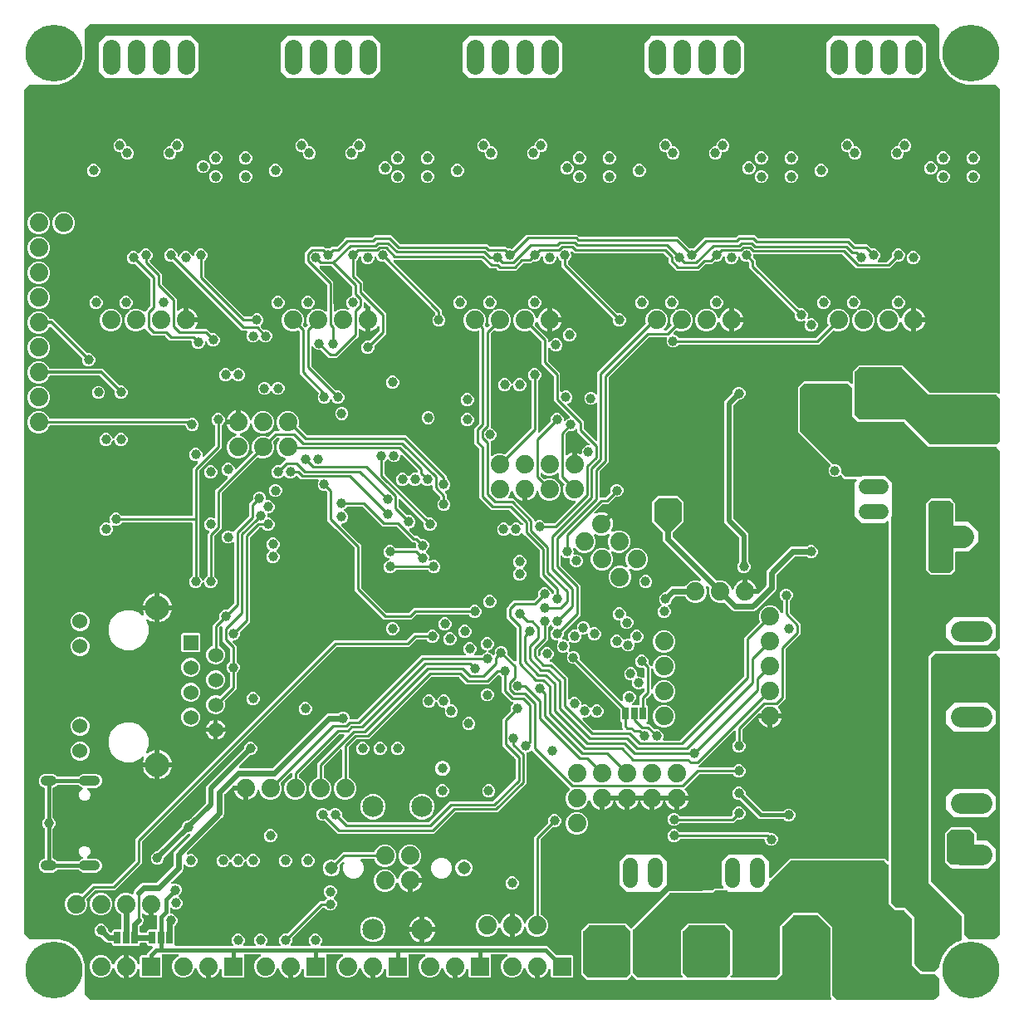
<source format=gbr>
G04 EAGLE Gerber RS-274X export*
G75*
%MOMM*%
%FSLAX34Y34*%
%LPD*%
%INGBL*%
%IPPOS*%
%AMOC8*
5,1,8,0,0,1.08239X$1,22.5*%
G01*
%ADD10C,2.159000*%
%ADD11C,1.308000*%
%ADD12R,1.879600X1.879600*%
%ADD13C,1.879600*%
%ADD14C,1.778000*%
%ADD15C,1.524000*%
%ADD16C,2.133600*%
%ADD17C,1.422400*%
%ADD18R,1.524000X1.524000*%
%ADD19C,1.524000*%
%ADD20C,2.476500*%
%ADD21R,0.635000X1.270000*%
%ADD22C,2.250000*%
%ADD23C,1.000000*%
%ADD24C,5.800000*%
%ADD25C,1.108000*%
%ADD26C,1.000000*%
%ADD27C,1.006400*%
%ADD28C,0.609600*%
%ADD29C,0.254000*%
%ADD30C,0.304800*%
%ADD31C,0.508000*%
%ADD32C,0.406400*%

G36*
X324634Y-494774D02*
X324634Y-494774D01*
X324773Y-494761D01*
X324792Y-494754D01*
X324812Y-494751D01*
X324941Y-494700D01*
X325072Y-494653D01*
X325089Y-494642D01*
X325107Y-494634D01*
X325220Y-494553D01*
X325335Y-494475D01*
X325348Y-494459D01*
X325365Y-494448D01*
X325454Y-494340D01*
X325546Y-494236D01*
X325555Y-494218D01*
X325568Y-494203D01*
X325627Y-494077D01*
X325690Y-493953D01*
X325695Y-493933D01*
X325703Y-493915D01*
X325729Y-493778D01*
X325760Y-493643D01*
X325759Y-493622D01*
X325763Y-493603D01*
X325754Y-493464D01*
X325750Y-493325D01*
X325744Y-493305D01*
X325743Y-493285D01*
X325700Y-493153D01*
X325662Y-493019D01*
X325651Y-493002D01*
X325645Y-492983D01*
X325571Y-492865D01*
X325500Y-492745D01*
X325482Y-492724D01*
X325475Y-492714D01*
X325460Y-492700D01*
X325394Y-492625D01*
X324357Y-491588D01*
X324357Y-422264D01*
X324345Y-422166D01*
X324342Y-422067D01*
X324325Y-422008D01*
X324317Y-421948D01*
X324281Y-421856D01*
X324253Y-421761D01*
X324223Y-421709D01*
X324200Y-421653D01*
X324142Y-421573D01*
X324092Y-421487D01*
X324026Y-421412D01*
X324014Y-421395D01*
X324004Y-421387D01*
X323986Y-421366D01*
X323730Y-421110D01*
X323715Y-421085D01*
X323692Y-421029D01*
X323634Y-420949D01*
X323584Y-420863D01*
X323518Y-420788D01*
X323506Y-420771D01*
X323496Y-420764D01*
X323478Y-420743D01*
X312048Y-409313D01*
X311969Y-409252D01*
X311897Y-409184D01*
X311844Y-409155D01*
X311796Y-409118D01*
X311705Y-409078D01*
X311688Y-409069D01*
X311424Y-408804D01*
X311346Y-408744D01*
X311273Y-408676D01*
X311220Y-408647D01*
X311172Y-408610D01*
X311081Y-408570D01*
X310995Y-408522D01*
X310936Y-408507D01*
X310881Y-408483D01*
X310783Y-408468D01*
X310687Y-408443D01*
X310587Y-408437D01*
X310566Y-408433D01*
X310554Y-408435D01*
X310526Y-408433D01*
X287644Y-408433D01*
X287546Y-408445D01*
X287447Y-408448D01*
X287388Y-408465D01*
X287328Y-408473D01*
X287236Y-408509D01*
X287141Y-408537D01*
X287089Y-408567D01*
X287033Y-408590D01*
X286953Y-408648D01*
X286867Y-408698D01*
X286792Y-408764D01*
X286775Y-408776D01*
X286767Y-408786D01*
X286746Y-408804D01*
X286490Y-409061D01*
X286465Y-409075D01*
X286409Y-409098D01*
X286329Y-409156D01*
X286243Y-409206D01*
X286168Y-409272D01*
X286151Y-409284D01*
X286144Y-409294D01*
X286123Y-409313D01*
X275963Y-419473D01*
X275902Y-419551D01*
X275834Y-419623D01*
X275805Y-419676D01*
X275768Y-419724D01*
X275728Y-419815D01*
X275719Y-419832D01*
X275454Y-420096D01*
X275394Y-420175D01*
X275326Y-420247D01*
X275297Y-420300D01*
X275260Y-420348D01*
X275220Y-420439D01*
X275172Y-420525D01*
X275157Y-420584D01*
X275133Y-420639D01*
X275118Y-420737D01*
X275093Y-420833D01*
X275087Y-420933D01*
X275083Y-420954D01*
X275085Y-420966D01*
X275083Y-420994D01*
X275083Y-468728D01*
X269338Y-474473D01*
X126902Y-474473D01*
X122817Y-470388D01*
X122723Y-470315D01*
X122634Y-470237D01*
X122598Y-470218D01*
X122566Y-470193D01*
X122457Y-470146D01*
X122351Y-470092D01*
X122312Y-470083D01*
X122274Y-470067D01*
X122157Y-470048D01*
X122041Y-470022D01*
X122000Y-470023D01*
X121960Y-470017D01*
X121842Y-470028D01*
X121723Y-470032D01*
X121684Y-470043D01*
X121644Y-470047D01*
X121532Y-470087D01*
X121417Y-470120D01*
X121382Y-470141D01*
X121344Y-470155D01*
X121246Y-470222D01*
X121143Y-470282D01*
X121098Y-470322D01*
X121081Y-470333D01*
X121068Y-470348D01*
X121022Y-470388D01*
X119244Y-472166D01*
X116938Y-474473D01*
X76102Y-474473D01*
X73796Y-472167D01*
X73796Y-472166D01*
X72664Y-471034D01*
X70357Y-468728D01*
X70357Y-424082D01*
X77372Y-417067D01*
X115668Y-417067D01*
X120376Y-421776D01*
X120386Y-421785D01*
X120481Y-421859D01*
X120571Y-421938D01*
X120606Y-421956D01*
X120637Y-421981D01*
X120747Y-422029D01*
X120854Y-422083D01*
X120893Y-422092D01*
X120929Y-422108D01*
X121047Y-422126D01*
X121164Y-422153D01*
X121204Y-422152D01*
X121243Y-422158D01*
X121362Y-422147D01*
X121482Y-422143D01*
X121520Y-422132D01*
X121560Y-422128D01*
X121673Y-422088D01*
X121788Y-422055D01*
X121822Y-422035D01*
X121859Y-422021D01*
X121958Y-421954D01*
X122062Y-421893D01*
X122106Y-421854D01*
X122122Y-421843D01*
X122136Y-421828D01*
X122182Y-421787D01*
X159922Y-384047D01*
X192879Y-384047D01*
X192959Y-384037D01*
X193038Y-384037D01*
X193116Y-384017D01*
X193195Y-384007D01*
X193269Y-383978D01*
X193346Y-383958D01*
X193416Y-383920D01*
X193491Y-383890D01*
X193555Y-383844D01*
X193625Y-383805D01*
X193683Y-383751D01*
X193748Y-383704D01*
X193799Y-383642D01*
X193857Y-383588D01*
X193888Y-383539D01*
X203200Y-383539D01*
X203298Y-383527D01*
X203397Y-383524D01*
X203455Y-383507D01*
X203516Y-383499D01*
X203608Y-383463D01*
X203703Y-383435D01*
X203755Y-383405D01*
X203811Y-383382D01*
X203891Y-383324D01*
X203977Y-383274D01*
X204052Y-383208D01*
X204069Y-383196D01*
X204076Y-383186D01*
X204098Y-383168D01*
X207307Y-379958D01*
X207306Y-379962D01*
X207276Y-380079D01*
X207276Y-380119D01*
X207269Y-380158D01*
X207276Y-380277D01*
X207276Y-380397D01*
X207286Y-380435D01*
X207289Y-380475D01*
X207326Y-380589D01*
X207355Y-380705D01*
X207374Y-380740D01*
X207387Y-380777D01*
X207451Y-380879D01*
X207508Y-380984D01*
X207536Y-381013D01*
X207557Y-381046D01*
X207644Y-381128D01*
X207726Y-381215D01*
X207760Y-381237D01*
X207788Y-381264D01*
X207893Y-381322D01*
X207994Y-381386D01*
X208032Y-381398D01*
X208067Y-381418D01*
X208183Y-381447D01*
X208297Y-381485D01*
X208336Y-381487D01*
X208375Y-381497D01*
X208536Y-381507D01*
X214086Y-381507D01*
X214223Y-381490D01*
X214362Y-381477D01*
X214381Y-381470D01*
X214401Y-381467D01*
X214530Y-381416D01*
X214662Y-381369D01*
X214678Y-381358D01*
X214697Y-381350D01*
X214810Y-381269D01*
X214925Y-381191D01*
X214938Y-381175D01*
X214955Y-381164D01*
X215043Y-381056D01*
X215135Y-380952D01*
X215144Y-380934D01*
X215157Y-380919D01*
X215217Y-380793D01*
X215280Y-380669D01*
X215284Y-380649D01*
X215293Y-380631D01*
X215319Y-380494D01*
X215349Y-380359D01*
X215349Y-380338D01*
X215353Y-380319D01*
X215344Y-380180D01*
X215340Y-380041D01*
X215334Y-380021D01*
X215333Y-380001D01*
X215290Y-379869D01*
X215251Y-379735D01*
X215241Y-379718D01*
X215235Y-379699D01*
X215160Y-379581D01*
X215090Y-379461D01*
X215071Y-379440D01*
X215065Y-379430D01*
X215050Y-379416D01*
X214983Y-379341D01*
X213359Y-377716D01*
X213359Y-353804D01*
X220454Y-346709D01*
X254526Y-346709D01*
X261621Y-353804D01*
X261621Y-369454D01*
X261638Y-369592D01*
X261651Y-369731D01*
X261658Y-369750D01*
X261661Y-369770D01*
X261712Y-369899D01*
X261759Y-370030D01*
X261770Y-370047D01*
X261778Y-370065D01*
X261859Y-370178D01*
X261937Y-370293D01*
X261953Y-370306D01*
X261964Y-370323D01*
X262072Y-370411D01*
X262176Y-370504D01*
X262194Y-370513D01*
X262209Y-370526D01*
X262335Y-370585D01*
X262459Y-370648D01*
X262479Y-370653D01*
X262497Y-370661D01*
X262633Y-370687D01*
X262769Y-370718D01*
X262790Y-370717D01*
X262809Y-370721D01*
X262948Y-370712D01*
X263087Y-370708D01*
X263107Y-370702D01*
X263127Y-370701D01*
X263259Y-370658D01*
X263393Y-370620D01*
X263410Y-370609D01*
X263429Y-370603D01*
X263547Y-370529D01*
X263667Y-370458D01*
X263688Y-370440D01*
X263698Y-370433D01*
X263712Y-370418D01*
X263787Y-370352D01*
X280806Y-353334D01*
X283112Y-351027D01*
X379828Y-351027D01*
X381881Y-353080D01*
X381990Y-353165D01*
X382097Y-353254D01*
X382116Y-353262D01*
X382132Y-353275D01*
X382260Y-353330D01*
X382385Y-353389D01*
X382405Y-353393D01*
X382424Y-353401D01*
X382562Y-353423D01*
X382698Y-353449D01*
X382718Y-353448D01*
X382738Y-353451D01*
X382877Y-353438D01*
X383015Y-353429D01*
X383034Y-353423D01*
X383054Y-353421D01*
X383186Y-353374D01*
X383317Y-353331D01*
X383335Y-353320D01*
X383354Y-353313D01*
X383469Y-353235D01*
X383586Y-353161D01*
X383600Y-353146D01*
X383617Y-353135D01*
X383709Y-353031D01*
X383804Y-352929D01*
X383814Y-352912D01*
X383827Y-352896D01*
X383891Y-352772D01*
X383958Y-352651D01*
X383963Y-352631D01*
X383972Y-352613D01*
X384002Y-352477D01*
X384037Y-352343D01*
X384039Y-352315D01*
X384042Y-352303D01*
X384041Y-352282D01*
X384047Y-352182D01*
X384047Y-8164D01*
X384030Y-8026D01*
X384017Y-7888D01*
X384010Y-7869D01*
X384007Y-7849D01*
X383956Y-7719D01*
X383909Y-7588D01*
X383898Y-7572D01*
X383890Y-7553D01*
X383809Y-7440D01*
X383731Y-7325D01*
X383715Y-7312D01*
X383704Y-7295D01*
X383596Y-7206D01*
X383492Y-7115D01*
X383474Y-7106D01*
X383459Y-7093D01*
X383333Y-7033D01*
X383209Y-6970D01*
X383189Y-6966D01*
X383171Y-6957D01*
X383035Y-6931D01*
X382899Y-6901D01*
X382878Y-6901D01*
X382859Y-6897D01*
X382720Y-6906D01*
X382581Y-6910D01*
X382561Y-6916D01*
X382541Y-6917D01*
X382409Y-6960D01*
X382275Y-6999D01*
X382258Y-7009D01*
X382239Y-7015D01*
X382121Y-7089D01*
X382001Y-7160D01*
X381980Y-7179D01*
X381970Y-7185D01*
X381956Y-7200D01*
X381880Y-7267D01*
X381372Y-7775D01*
X380256Y-8891D01*
X356344Y-8891D01*
X355228Y-7775D01*
X350365Y-2912D01*
X349249Y-1796D01*
X349249Y32276D01*
X350873Y33901D01*
X350959Y34010D01*
X351047Y34117D01*
X351056Y34136D01*
X351068Y34152D01*
X351124Y34280D01*
X351183Y34405D01*
X351187Y34425D01*
X351195Y34444D01*
X351217Y34582D01*
X351243Y34718D01*
X351241Y34738D01*
X351245Y34758D01*
X351231Y34897D01*
X351223Y35035D01*
X351217Y35054D01*
X351215Y35074D01*
X351168Y35206D01*
X351125Y35337D01*
X351114Y35355D01*
X351107Y35374D01*
X351029Y35489D01*
X350955Y35606D01*
X350940Y35620D01*
X350929Y35637D01*
X350824Y35729D01*
X350723Y35824D01*
X350705Y35834D01*
X350690Y35847D01*
X350566Y35911D01*
X350445Y35978D01*
X350425Y35983D01*
X350407Y35992D01*
X350271Y36022D01*
X350137Y36057D01*
X350109Y36059D01*
X350097Y36062D01*
X350076Y36061D01*
X349976Y36067D01*
X338992Y36067D01*
X336686Y38374D01*
X335303Y39756D01*
X335209Y39829D01*
X335120Y39908D01*
X335084Y39926D01*
X335052Y39951D01*
X334943Y39998D01*
X334837Y40052D01*
X334797Y40061D01*
X334760Y40077D01*
X334642Y40096D01*
X334527Y40122D01*
X334486Y40121D01*
X334446Y40127D01*
X334328Y40116D01*
X334209Y40112D01*
X334170Y40101D01*
X334130Y40097D01*
X334018Y40057D01*
X333903Y40024D01*
X333868Y40003D01*
X333830Y39990D01*
X333732Y39923D01*
X333629Y39862D01*
X333584Y39822D01*
X333567Y39811D01*
X333554Y39796D01*
X333508Y39756D01*
X332644Y38891D01*
X330234Y37893D01*
X327626Y37893D01*
X325216Y38891D01*
X323371Y40736D01*
X322373Y43146D01*
X322373Y45754D01*
X323371Y48164D01*
X324236Y49028D01*
X324309Y49122D01*
X324388Y49212D01*
X324406Y49248D01*
X324431Y49280D01*
X324478Y49389D01*
X324532Y49495D01*
X324541Y49534D01*
X324557Y49572D01*
X324576Y49689D01*
X324602Y49805D01*
X324601Y49846D01*
X324607Y49886D01*
X324596Y50004D01*
X324592Y50123D01*
X324581Y50162D01*
X324577Y50202D01*
X324537Y50314D01*
X324504Y50429D01*
X324483Y50463D01*
X324470Y50502D01*
X324403Y50600D01*
X324342Y50703D01*
X324302Y50748D01*
X324291Y50765D01*
X324276Y50778D01*
X324236Y50823D01*
X291337Y83722D01*
X291337Y129638D01*
X297082Y135383D01*
X342998Y135383D01*
X345051Y133330D01*
X345160Y133245D01*
X345267Y133156D01*
X345286Y133148D01*
X345302Y133135D01*
X345430Y133080D01*
X345555Y133021D01*
X345575Y133017D01*
X345594Y133009D01*
X345732Y132987D01*
X345868Y132961D01*
X345888Y132962D01*
X345908Y132959D01*
X346047Y132972D01*
X346185Y132981D01*
X346204Y132987D01*
X346224Y132989D01*
X346356Y133036D01*
X346487Y133079D01*
X346505Y133090D01*
X346524Y133097D01*
X346639Y133175D01*
X346756Y133249D01*
X346770Y133264D01*
X346787Y133275D01*
X346879Y133379D01*
X346974Y133481D01*
X346984Y133498D01*
X346997Y133514D01*
X347061Y133638D01*
X347128Y133759D01*
X347133Y133779D01*
X347142Y133797D01*
X347172Y133933D01*
X347207Y134067D01*
X347209Y134095D01*
X347212Y134107D01*
X347211Y134128D01*
X347217Y134228D01*
X347217Y146148D01*
X352962Y151893D01*
X397608Y151893D01*
X425176Y124324D01*
X425255Y124264D01*
X425327Y124196D01*
X425380Y124167D01*
X425428Y124130D01*
X425519Y124090D01*
X425605Y124042D01*
X425664Y124027D01*
X425719Y124003D01*
X425817Y123988D01*
X425913Y123963D01*
X426013Y123957D01*
X426034Y123953D01*
X426046Y123955D01*
X426074Y123953D01*
X494128Y123953D01*
X495165Y122916D01*
X495274Y122831D01*
X495381Y122742D01*
X495400Y122734D01*
X495416Y122721D01*
X495543Y122666D01*
X495669Y122607D01*
X495689Y122603D01*
X495708Y122595D01*
X495846Y122573D01*
X495982Y122547D01*
X496002Y122548D01*
X496022Y122545D01*
X496161Y122558D01*
X496299Y122567D01*
X496318Y122573D01*
X496338Y122575D01*
X496470Y122622D01*
X496601Y122665D01*
X496619Y122676D01*
X496638Y122683D01*
X496753Y122761D01*
X496870Y122835D01*
X496884Y122850D01*
X496901Y122861D01*
X496993Y122965D01*
X497088Y123067D01*
X497098Y123084D01*
X497111Y123100D01*
X497175Y123224D01*
X497242Y123345D01*
X497247Y123365D01*
X497256Y123383D01*
X497286Y123519D01*
X497321Y123653D01*
X497323Y123681D01*
X497326Y123693D01*
X497325Y123714D01*
X497331Y123814D01*
X497331Y432526D01*
X497319Y432624D01*
X497316Y432723D01*
X497299Y432781D01*
X497291Y432841D01*
X497255Y432934D01*
X497227Y433029D01*
X497197Y433081D01*
X497174Y433137D01*
X497116Y433217D01*
X497066Y433303D01*
X497000Y433378D01*
X496988Y433394D01*
X496978Y433402D01*
X496960Y433423D01*
X492605Y437778D01*
X492527Y437838D01*
X492455Y437906D01*
X492402Y437935D01*
X492354Y437972D01*
X492263Y438012D01*
X492177Y438060D01*
X492118Y438075D01*
X492062Y438099D01*
X491964Y438114D01*
X491869Y438139D01*
X491769Y438145D01*
X491748Y438149D01*
X491736Y438147D01*
X491708Y438149D01*
X462331Y438149D01*
X452766Y441257D01*
X444629Y447169D01*
X438717Y455306D01*
X435609Y464871D01*
X435609Y494248D01*
X435597Y494346D01*
X435594Y494445D01*
X435577Y494503D01*
X435569Y494563D01*
X435533Y494656D01*
X435505Y494751D01*
X435475Y494803D01*
X435452Y494859D01*
X435394Y494939D01*
X435344Y495025D01*
X435278Y495100D01*
X435266Y495116D01*
X435256Y495124D01*
X435238Y495145D01*
X430883Y499500D01*
X430805Y499560D01*
X430733Y499628D01*
X430680Y499657D01*
X430632Y499694D01*
X430541Y499734D01*
X430455Y499782D01*
X430396Y499797D01*
X430340Y499821D01*
X430242Y499836D01*
X430147Y499861D01*
X430047Y499867D01*
X430026Y499871D01*
X430014Y499869D01*
X429986Y499871D01*
X-429986Y499871D01*
X-430084Y499859D01*
X-430183Y499856D01*
X-430241Y499839D01*
X-430301Y499831D01*
X-430394Y499795D01*
X-430489Y499767D01*
X-430541Y499737D01*
X-430597Y499714D01*
X-430677Y499656D01*
X-430763Y499606D01*
X-430838Y499540D01*
X-430854Y499528D01*
X-430862Y499518D01*
X-430883Y499500D01*
X-435238Y495145D01*
X-435298Y495067D01*
X-435366Y494995D01*
X-435395Y494942D01*
X-435432Y494894D01*
X-435472Y494803D01*
X-435520Y494717D01*
X-435535Y494658D01*
X-435559Y494602D01*
X-435574Y494504D01*
X-435599Y494409D01*
X-435605Y494309D01*
X-435609Y494288D01*
X-435607Y494276D01*
X-435609Y494248D01*
X-435609Y464871D01*
X-438717Y455306D01*
X-444629Y447169D01*
X-452766Y441257D01*
X-462331Y438149D01*
X-491708Y438149D01*
X-491806Y438137D01*
X-491905Y438134D01*
X-491963Y438117D01*
X-492023Y438109D01*
X-492116Y438073D01*
X-492211Y438045D01*
X-492263Y438015D01*
X-492319Y437992D01*
X-492399Y437934D01*
X-492485Y437884D01*
X-492560Y437818D01*
X-492576Y437806D01*
X-492584Y437796D01*
X-492605Y437778D01*
X-496960Y433423D01*
X-497020Y433345D01*
X-497088Y433273D01*
X-497117Y433220D01*
X-497154Y433172D01*
X-497194Y433081D01*
X-497242Y432995D01*
X-497257Y432936D01*
X-497281Y432880D01*
X-497296Y432782D01*
X-497321Y432687D01*
X-497327Y432587D01*
X-497331Y432566D01*
X-497329Y432554D01*
X-497331Y432526D01*
X-497331Y-427446D01*
X-497319Y-427544D01*
X-497316Y-427643D01*
X-497299Y-427701D01*
X-497291Y-427761D01*
X-497255Y-427854D01*
X-497227Y-427949D01*
X-497197Y-428001D01*
X-497174Y-428057D01*
X-497116Y-428137D01*
X-497066Y-428223D01*
X-497000Y-428298D01*
X-496988Y-428314D01*
X-496978Y-428322D01*
X-496960Y-428343D01*
X-492605Y-432698D01*
X-492527Y-432758D01*
X-492455Y-432826D01*
X-492402Y-432855D01*
X-492354Y-432892D01*
X-492263Y-432932D01*
X-492177Y-432980D01*
X-492118Y-432995D01*
X-492062Y-433019D01*
X-491964Y-433034D01*
X-491869Y-433059D01*
X-491769Y-433065D01*
X-491748Y-433069D01*
X-491736Y-433067D01*
X-491708Y-433069D01*
X-462331Y-433069D01*
X-452766Y-436177D01*
X-444629Y-442089D01*
X-438717Y-450226D01*
X-435609Y-459791D01*
X-435609Y-489168D01*
X-435597Y-489266D01*
X-435594Y-489365D01*
X-435577Y-489423D01*
X-435569Y-489483D01*
X-435533Y-489576D01*
X-435505Y-489671D01*
X-435475Y-489723D01*
X-435452Y-489779D01*
X-435394Y-489859D01*
X-435344Y-489945D01*
X-435278Y-490020D01*
X-435266Y-490036D01*
X-435256Y-490044D01*
X-435238Y-490065D01*
X-430883Y-494420D01*
X-430805Y-494480D01*
X-430733Y-494548D01*
X-430680Y-494577D01*
X-430632Y-494614D01*
X-430541Y-494654D01*
X-430455Y-494702D01*
X-430396Y-494717D01*
X-430340Y-494741D01*
X-430242Y-494756D01*
X-430147Y-494781D01*
X-430047Y-494787D01*
X-430026Y-494791D01*
X-430014Y-494789D01*
X-429986Y-494791D01*
X324496Y-494791D01*
X324634Y-494774D01*
G37*
%LPC*%
G36*
X27939Y-462280D02*
X27939Y-462280D01*
X27924Y-462162D01*
X27917Y-462043D01*
X27904Y-462005D01*
X27899Y-461965D01*
X27856Y-461854D01*
X27819Y-461741D01*
X27797Y-461707D01*
X27782Y-461669D01*
X27712Y-461573D01*
X27649Y-461472D01*
X27619Y-461444D01*
X27595Y-461412D01*
X27504Y-461336D01*
X27417Y-461254D01*
X27382Y-461235D01*
X27351Y-461209D01*
X27243Y-461158D01*
X27139Y-461101D01*
X27099Y-461090D01*
X27063Y-461073D01*
X26946Y-461051D01*
X26831Y-461021D01*
X26770Y-461017D01*
X26750Y-461013D01*
X26730Y-461015D01*
X26670Y-461011D01*
X24130Y-461011D01*
X24012Y-461026D01*
X23893Y-461033D01*
X23855Y-461046D01*
X23814Y-461051D01*
X23704Y-461095D01*
X23591Y-461131D01*
X23556Y-461153D01*
X23519Y-461168D01*
X23423Y-461238D01*
X23322Y-461301D01*
X23294Y-461331D01*
X23261Y-461355D01*
X23186Y-461446D01*
X23104Y-461533D01*
X23084Y-461568D01*
X23059Y-461600D01*
X23008Y-461707D01*
X22950Y-461812D01*
X22940Y-461851D01*
X22923Y-461887D01*
X22901Y-462004D01*
X22871Y-462119D01*
X22867Y-462180D01*
X22863Y-462200D01*
X22865Y-462220D01*
X22861Y-462280D01*
X22861Y-472695D01*
X22604Y-472655D01*
X20817Y-472074D01*
X19143Y-471221D01*
X17622Y-470116D01*
X16294Y-468788D01*
X15189Y-467267D01*
X14336Y-465593D01*
X13746Y-463776D01*
X13721Y-463690D01*
X13690Y-463564D01*
X13676Y-463537D01*
X13668Y-463508D01*
X13602Y-463397D01*
X13542Y-463283D01*
X13521Y-463260D01*
X13506Y-463234D01*
X13415Y-463143D01*
X13328Y-463047D01*
X13303Y-463031D01*
X13281Y-463010D01*
X13170Y-462944D01*
X13062Y-462873D01*
X13033Y-462863D01*
X13008Y-462847D01*
X12884Y-462811D01*
X12761Y-462769D01*
X12731Y-462767D01*
X12702Y-462759D01*
X12573Y-462754D01*
X12444Y-462744D01*
X12414Y-462749D01*
X12384Y-462748D01*
X12258Y-462776D01*
X12131Y-462799D01*
X12103Y-462811D01*
X12074Y-462817D01*
X11959Y-462876D01*
X11841Y-462929D01*
X11817Y-462948D01*
X11790Y-462962D01*
X11694Y-463047D01*
X11592Y-463128D01*
X11574Y-463152D01*
X11552Y-463172D01*
X11479Y-463278D01*
X11401Y-463382D01*
X11382Y-463420D01*
X11373Y-463434D01*
X11365Y-463455D01*
X11330Y-463526D01*
X9691Y-467485D01*
X6475Y-470701D01*
X2274Y-472441D01*
X-2274Y-472441D01*
X-6475Y-470701D01*
X-9691Y-467485D01*
X-11431Y-463284D01*
X-11431Y-458736D01*
X-9691Y-454535D01*
X-6475Y-451320D01*
X-5720Y-451007D01*
X-5659Y-450972D01*
X-5594Y-450946D01*
X-5521Y-450894D01*
X-5443Y-450849D01*
X-5393Y-450801D01*
X-5337Y-450760D01*
X-5279Y-450690D01*
X-5215Y-450628D01*
X-5178Y-450568D01*
X-5134Y-450515D01*
X-5096Y-450433D01*
X-5049Y-450357D01*
X-5028Y-450290D01*
X-4998Y-450227D01*
X-4982Y-450139D01*
X-4955Y-450053D01*
X-4952Y-449983D01*
X-4939Y-449914D01*
X-4944Y-449825D01*
X-4940Y-449735D01*
X-4954Y-449667D01*
X-4958Y-449597D01*
X-4986Y-449512D01*
X-5004Y-449424D01*
X-5035Y-449361D01*
X-5056Y-449295D01*
X-5104Y-449219D01*
X-5144Y-449138D01*
X-5189Y-449085D01*
X-5227Y-449026D01*
X-5292Y-448964D01*
X-5350Y-448896D01*
X-5407Y-448856D01*
X-5458Y-448808D01*
X-5537Y-448764D01*
X-5610Y-448713D01*
X-5675Y-448688D01*
X-5737Y-448654D01*
X-5824Y-448632D01*
X-5908Y-448600D01*
X-5977Y-448592D01*
X-6045Y-448575D01*
X-6205Y-448565D01*
X-20730Y-448565D01*
X-20868Y-448582D01*
X-21007Y-448595D01*
X-21026Y-448602D01*
X-21046Y-448605D01*
X-21175Y-448656D01*
X-21306Y-448703D01*
X-21323Y-448714D01*
X-21342Y-448722D01*
X-21454Y-448803D01*
X-21569Y-448881D01*
X-21583Y-448897D01*
X-21599Y-448908D01*
X-21687Y-449015D01*
X-21780Y-449120D01*
X-21789Y-449138D01*
X-21802Y-449153D01*
X-21861Y-449279D01*
X-21924Y-449403D01*
X-21929Y-449423D01*
X-21937Y-449441D01*
X-21963Y-449577D01*
X-21994Y-449713D01*
X-21993Y-449734D01*
X-21997Y-449753D01*
X-21988Y-449892D01*
X-21984Y-450031D01*
X-21979Y-450051D01*
X-21977Y-450071D01*
X-21934Y-450203D01*
X-21896Y-450337D01*
X-21885Y-450354D01*
X-21879Y-450373D01*
X-21805Y-450491D01*
X-21734Y-450611D01*
X-21716Y-450632D01*
X-21709Y-450642D01*
X-21694Y-450656D01*
X-21628Y-450732D01*
X-21589Y-450770D01*
X-21589Y-471250D01*
X-22780Y-472441D01*
X-43260Y-472441D01*
X-44451Y-471250D01*
X-44451Y-464665D01*
X-44466Y-464547D01*
X-44473Y-464428D01*
X-44486Y-464390D01*
X-44491Y-464350D01*
X-44534Y-464239D01*
X-44571Y-464125D01*
X-44593Y-464091D01*
X-44608Y-464054D01*
X-44678Y-463958D01*
X-44742Y-463857D01*
X-44771Y-463829D01*
X-44794Y-463797D01*
X-44886Y-463721D01*
X-44973Y-463639D01*
X-45009Y-463619D01*
X-45039Y-463594D01*
X-45147Y-463543D01*
X-45252Y-463485D01*
X-45291Y-463475D01*
X-45327Y-463458D01*
X-45444Y-463436D01*
X-45560Y-463406D01*
X-45600Y-463406D01*
X-45639Y-463399D01*
X-45759Y-463406D01*
X-45878Y-463406D01*
X-45917Y-463416D01*
X-45957Y-463418D01*
X-46070Y-463455D01*
X-46186Y-463485D01*
X-46221Y-463504D01*
X-46259Y-463516D01*
X-46360Y-463580D01*
X-46465Y-463638D01*
X-46494Y-463665D01*
X-46528Y-463687D01*
X-46610Y-463774D01*
X-46697Y-463855D01*
X-46719Y-463889D01*
X-46746Y-463918D01*
X-46804Y-464023D01*
X-46868Y-464123D01*
X-46890Y-464179D01*
X-46900Y-464197D01*
X-46905Y-464216D01*
X-46927Y-464273D01*
X-47356Y-465593D01*
X-48209Y-467267D01*
X-49314Y-468788D01*
X-50642Y-470116D01*
X-52163Y-471221D01*
X-53837Y-472074D01*
X-55624Y-472655D01*
X-55881Y-472695D01*
X-55881Y-462280D01*
X-55896Y-462162D01*
X-55903Y-462043D01*
X-55916Y-462005D01*
X-55921Y-461965D01*
X-55964Y-461854D01*
X-56001Y-461741D01*
X-56023Y-461707D01*
X-56038Y-461669D01*
X-56108Y-461573D01*
X-56171Y-461472D01*
X-56201Y-461444D01*
X-56224Y-461412D01*
X-56316Y-461336D01*
X-56403Y-461254D01*
X-56438Y-461235D01*
X-56469Y-461209D01*
X-56577Y-461158D01*
X-56681Y-461101D01*
X-56721Y-461090D01*
X-56757Y-461073D01*
X-56874Y-461051D01*
X-56989Y-461021D01*
X-57050Y-461017D01*
X-57070Y-461013D01*
X-57090Y-461015D01*
X-57150Y-461011D01*
X-59690Y-461011D01*
X-59808Y-461026D01*
X-59927Y-461033D01*
X-59965Y-461046D01*
X-60005Y-461051D01*
X-60116Y-461095D01*
X-60229Y-461131D01*
X-60264Y-461153D01*
X-60301Y-461168D01*
X-60397Y-461238D01*
X-60498Y-461301D01*
X-60526Y-461331D01*
X-60559Y-461355D01*
X-60634Y-461446D01*
X-60716Y-461533D01*
X-60736Y-461568D01*
X-60761Y-461600D01*
X-60812Y-461707D01*
X-60870Y-461812D01*
X-60880Y-461851D01*
X-60897Y-461887D01*
X-60919Y-462004D01*
X-60949Y-462119D01*
X-60953Y-462180D01*
X-60957Y-462200D01*
X-60955Y-462220D01*
X-60959Y-462280D01*
X-60959Y-472695D01*
X-61216Y-472655D01*
X-63003Y-472074D01*
X-64677Y-471221D01*
X-66198Y-470116D01*
X-67526Y-468788D01*
X-68631Y-467267D01*
X-69484Y-465593D01*
X-70074Y-463776D01*
X-70099Y-463690D01*
X-70130Y-463564D01*
X-70144Y-463537D01*
X-70152Y-463508D01*
X-70218Y-463397D01*
X-70278Y-463283D01*
X-70299Y-463260D01*
X-70314Y-463234D01*
X-70405Y-463143D01*
X-70492Y-463047D01*
X-70517Y-463031D01*
X-70539Y-463010D01*
X-70650Y-462944D01*
X-70758Y-462873D01*
X-70787Y-462863D01*
X-70812Y-462847D01*
X-70936Y-462811D01*
X-71059Y-462769D01*
X-71089Y-462767D01*
X-71118Y-462759D01*
X-71247Y-462754D01*
X-71376Y-462744D01*
X-71406Y-462749D01*
X-71436Y-462748D01*
X-71562Y-462776D01*
X-71689Y-462799D01*
X-71717Y-462811D01*
X-71746Y-462817D01*
X-71861Y-462876D01*
X-71979Y-462929D01*
X-72003Y-462948D01*
X-72030Y-462962D01*
X-72126Y-463047D01*
X-72228Y-463128D01*
X-72246Y-463152D01*
X-72268Y-463172D01*
X-72341Y-463278D01*
X-72419Y-463382D01*
X-72438Y-463420D01*
X-72447Y-463434D01*
X-72455Y-463455D01*
X-72490Y-463526D01*
X-74129Y-467485D01*
X-77345Y-470701D01*
X-81546Y-472441D01*
X-86094Y-472441D01*
X-90295Y-470701D01*
X-93511Y-467485D01*
X-95251Y-463284D01*
X-95251Y-458736D01*
X-93511Y-454535D01*
X-90295Y-451320D01*
X-89540Y-451007D01*
X-89479Y-450972D01*
X-89414Y-450946D01*
X-89341Y-450894D01*
X-89263Y-450849D01*
X-89213Y-450801D01*
X-89157Y-450760D01*
X-89099Y-450690D01*
X-89035Y-450628D01*
X-88998Y-450568D01*
X-88954Y-450515D01*
X-88916Y-450433D01*
X-88869Y-450357D01*
X-88848Y-450290D01*
X-88818Y-450227D01*
X-88802Y-450139D01*
X-88775Y-450053D01*
X-88772Y-449983D01*
X-88759Y-449914D01*
X-88764Y-449825D01*
X-88760Y-449735D01*
X-88774Y-449667D01*
X-88778Y-449597D01*
X-88806Y-449512D01*
X-88824Y-449424D01*
X-88855Y-449361D01*
X-88876Y-449295D01*
X-88924Y-449219D01*
X-88964Y-449138D01*
X-89009Y-449085D01*
X-89047Y-449026D01*
X-89112Y-448964D01*
X-89170Y-448896D01*
X-89227Y-448856D01*
X-89278Y-448808D01*
X-89357Y-448764D01*
X-89430Y-448713D01*
X-89495Y-448688D01*
X-89557Y-448654D01*
X-89644Y-448632D01*
X-89728Y-448600D01*
X-89797Y-448592D01*
X-89865Y-448575D01*
X-90025Y-448565D01*
X-104550Y-448565D01*
X-104688Y-448582D01*
X-104827Y-448595D01*
X-104846Y-448602D01*
X-104866Y-448605D01*
X-104995Y-448656D01*
X-105126Y-448703D01*
X-105143Y-448714D01*
X-105162Y-448722D01*
X-105274Y-448803D01*
X-105389Y-448881D01*
X-105403Y-448897D01*
X-105419Y-448908D01*
X-105507Y-449015D01*
X-105600Y-449120D01*
X-105609Y-449138D01*
X-105622Y-449153D01*
X-105681Y-449279D01*
X-105744Y-449403D01*
X-105749Y-449423D01*
X-105757Y-449441D01*
X-105783Y-449577D01*
X-105814Y-449713D01*
X-105813Y-449734D01*
X-105817Y-449753D01*
X-105808Y-449892D01*
X-105804Y-450031D01*
X-105799Y-450051D01*
X-105797Y-450071D01*
X-105754Y-450203D01*
X-105716Y-450337D01*
X-105705Y-450354D01*
X-105699Y-450373D01*
X-105625Y-450491D01*
X-105554Y-450611D01*
X-105536Y-450632D01*
X-105529Y-450642D01*
X-105514Y-450656D01*
X-105448Y-450732D01*
X-105409Y-450770D01*
X-105409Y-471250D01*
X-106600Y-472441D01*
X-127080Y-472441D01*
X-128271Y-471250D01*
X-128271Y-464665D01*
X-128286Y-464547D01*
X-128293Y-464428D01*
X-128306Y-464390D01*
X-128311Y-464350D01*
X-128354Y-464239D01*
X-128391Y-464125D01*
X-128413Y-464091D01*
X-128428Y-464054D01*
X-128498Y-463958D01*
X-128562Y-463857D01*
X-128591Y-463829D01*
X-128614Y-463797D01*
X-128706Y-463721D01*
X-128793Y-463639D01*
X-128829Y-463619D01*
X-128859Y-463594D01*
X-128967Y-463543D01*
X-129072Y-463485D01*
X-129111Y-463475D01*
X-129147Y-463458D01*
X-129264Y-463436D01*
X-129380Y-463406D01*
X-129420Y-463406D01*
X-129459Y-463399D01*
X-129579Y-463406D01*
X-129698Y-463406D01*
X-129737Y-463416D01*
X-129777Y-463418D01*
X-129890Y-463455D01*
X-130006Y-463485D01*
X-130041Y-463504D01*
X-130079Y-463516D01*
X-130180Y-463580D01*
X-130285Y-463638D01*
X-130314Y-463665D01*
X-130348Y-463687D01*
X-130430Y-463774D01*
X-130517Y-463855D01*
X-130539Y-463889D01*
X-130566Y-463918D01*
X-130624Y-464023D01*
X-130688Y-464123D01*
X-130710Y-464179D01*
X-130720Y-464197D01*
X-130725Y-464216D01*
X-130747Y-464273D01*
X-131176Y-465593D01*
X-132029Y-467267D01*
X-133134Y-468788D01*
X-134462Y-470116D01*
X-135983Y-471221D01*
X-137657Y-472074D01*
X-139444Y-472655D01*
X-139701Y-472695D01*
X-139701Y-462280D01*
X-139716Y-462162D01*
X-139723Y-462043D01*
X-139736Y-462005D01*
X-139741Y-461965D01*
X-139784Y-461854D01*
X-139821Y-461741D01*
X-139843Y-461707D01*
X-139858Y-461669D01*
X-139928Y-461573D01*
X-139991Y-461472D01*
X-140021Y-461444D01*
X-140044Y-461412D01*
X-140136Y-461336D01*
X-140223Y-461254D01*
X-140258Y-461235D01*
X-140289Y-461209D01*
X-140397Y-461158D01*
X-140501Y-461101D01*
X-140541Y-461090D01*
X-140577Y-461073D01*
X-140694Y-461051D01*
X-140809Y-461021D01*
X-140870Y-461017D01*
X-140890Y-461013D01*
X-140910Y-461015D01*
X-140970Y-461011D01*
X-143510Y-461011D01*
X-143628Y-461026D01*
X-143747Y-461033D01*
X-143785Y-461046D01*
X-143825Y-461051D01*
X-143936Y-461095D01*
X-144049Y-461131D01*
X-144084Y-461153D01*
X-144121Y-461168D01*
X-144217Y-461238D01*
X-144318Y-461301D01*
X-144346Y-461331D01*
X-144379Y-461355D01*
X-144454Y-461446D01*
X-144536Y-461533D01*
X-144556Y-461568D01*
X-144581Y-461600D01*
X-144632Y-461707D01*
X-144690Y-461812D01*
X-144700Y-461851D01*
X-144717Y-461887D01*
X-144739Y-462004D01*
X-144769Y-462119D01*
X-144773Y-462180D01*
X-144777Y-462200D01*
X-144775Y-462220D01*
X-144779Y-462280D01*
X-144779Y-472695D01*
X-145036Y-472655D01*
X-146823Y-472074D01*
X-148497Y-471221D01*
X-150018Y-470116D01*
X-151346Y-468788D01*
X-152451Y-467267D01*
X-153304Y-465593D01*
X-153894Y-463776D01*
X-153920Y-463690D01*
X-153950Y-463564D01*
X-153964Y-463537D01*
X-153972Y-463508D01*
X-154038Y-463397D01*
X-154098Y-463283D01*
X-154119Y-463260D01*
X-154134Y-463234D01*
X-154225Y-463143D01*
X-154312Y-463047D01*
X-154337Y-463031D01*
X-154359Y-463009D01*
X-154470Y-462944D01*
X-154578Y-462873D01*
X-154607Y-462863D01*
X-154632Y-462847D01*
X-154756Y-462811D01*
X-154879Y-462769D01*
X-154909Y-462767D01*
X-154938Y-462759D01*
X-155067Y-462754D01*
X-155196Y-462744D01*
X-155226Y-462749D01*
X-155256Y-462748D01*
X-155382Y-462776D01*
X-155509Y-462799D01*
X-155537Y-462811D01*
X-155566Y-462818D01*
X-155681Y-462876D01*
X-155799Y-462929D01*
X-155823Y-462948D01*
X-155850Y-462962D01*
X-155947Y-463047D01*
X-156048Y-463128D01*
X-156066Y-463152D01*
X-156088Y-463172D01*
X-156161Y-463279D01*
X-156239Y-463382D01*
X-156258Y-463421D01*
X-156267Y-463435D01*
X-156275Y-463455D01*
X-156310Y-463526D01*
X-157949Y-467485D01*
X-161165Y-470701D01*
X-165366Y-472441D01*
X-169914Y-472441D01*
X-174115Y-470701D01*
X-177331Y-467485D01*
X-179071Y-463284D01*
X-179071Y-458736D01*
X-177331Y-454535D01*
X-174115Y-451319D01*
X-173360Y-451007D01*
X-173299Y-450972D01*
X-173234Y-450946D01*
X-173161Y-450894D01*
X-173083Y-450849D01*
X-173033Y-450801D01*
X-172977Y-450760D01*
X-172919Y-450690D01*
X-172855Y-450628D01*
X-172819Y-450568D01*
X-172774Y-450515D01*
X-172736Y-450433D01*
X-172689Y-450357D01*
X-172668Y-450290D01*
X-172638Y-450227D01*
X-172622Y-450139D01*
X-172595Y-450053D01*
X-172592Y-449983D01*
X-172579Y-449914D01*
X-172584Y-449825D01*
X-172580Y-449735D01*
X-172594Y-449667D01*
X-172598Y-449597D01*
X-172626Y-449512D01*
X-172644Y-449424D01*
X-172675Y-449361D01*
X-172696Y-449295D01*
X-172744Y-449219D01*
X-172784Y-449138D01*
X-172829Y-449085D01*
X-172867Y-449026D01*
X-172932Y-448964D01*
X-172990Y-448896D01*
X-173047Y-448856D01*
X-173098Y-448808D01*
X-173177Y-448765D01*
X-173250Y-448713D01*
X-173316Y-448688D01*
X-173377Y-448654D01*
X-173464Y-448632D01*
X-173548Y-448600D01*
X-173617Y-448592D01*
X-173685Y-448575D01*
X-173845Y-448565D01*
X-188370Y-448565D01*
X-188508Y-448582D01*
X-188647Y-448595D01*
X-188666Y-448602D01*
X-188686Y-448605D01*
X-188815Y-448656D01*
X-188946Y-448703D01*
X-188963Y-448714D01*
X-188982Y-448722D01*
X-189094Y-448803D01*
X-189209Y-448881D01*
X-189223Y-448897D01*
X-189239Y-448908D01*
X-189327Y-449015D01*
X-189420Y-449120D01*
X-189429Y-449138D01*
X-189442Y-449153D01*
X-189501Y-449279D01*
X-189564Y-449403D01*
X-189569Y-449423D01*
X-189577Y-449441D01*
X-189603Y-449577D01*
X-189634Y-449713D01*
X-189633Y-449734D01*
X-189637Y-449753D01*
X-189628Y-449892D01*
X-189624Y-450031D01*
X-189619Y-450051D01*
X-189617Y-450071D01*
X-189574Y-450203D01*
X-189536Y-450337D01*
X-189525Y-450354D01*
X-189519Y-450373D01*
X-189445Y-450491D01*
X-189374Y-450611D01*
X-189356Y-450632D01*
X-189349Y-450642D01*
X-189334Y-450656D01*
X-189268Y-450732D01*
X-189229Y-450770D01*
X-189229Y-471250D01*
X-190420Y-472441D01*
X-210900Y-472441D01*
X-212091Y-471250D01*
X-212091Y-464665D01*
X-212106Y-464547D01*
X-212113Y-464428D01*
X-212126Y-464390D01*
X-212131Y-464350D01*
X-212174Y-464239D01*
X-212211Y-464125D01*
X-212233Y-464091D01*
X-212248Y-464054D01*
X-212318Y-463958D01*
X-212382Y-463857D01*
X-212411Y-463829D01*
X-212434Y-463797D01*
X-212526Y-463721D01*
X-212613Y-463639D01*
X-212649Y-463619D01*
X-212679Y-463594D01*
X-212787Y-463543D01*
X-212892Y-463485D01*
X-212931Y-463475D01*
X-212967Y-463458D01*
X-213084Y-463436D01*
X-213200Y-463406D01*
X-213240Y-463406D01*
X-213279Y-463399D01*
X-213399Y-463406D01*
X-213518Y-463406D01*
X-213557Y-463416D01*
X-213597Y-463418D01*
X-213710Y-463455D01*
X-213826Y-463485D01*
X-213861Y-463504D01*
X-213899Y-463516D01*
X-214000Y-463580D01*
X-214105Y-463638D01*
X-214134Y-463665D01*
X-214168Y-463687D01*
X-214250Y-463774D01*
X-214337Y-463855D01*
X-214359Y-463889D01*
X-214386Y-463918D01*
X-214444Y-464023D01*
X-214508Y-464123D01*
X-214530Y-464179D01*
X-214540Y-464197D01*
X-214545Y-464216D01*
X-214567Y-464273D01*
X-214996Y-465593D01*
X-215849Y-467267D01*
X-216954Y-468788D01*
X-218282Y-470116D01*
X-219803Y-471221D01*
X-221477Y-472074D01*
X-223264Y-472655D01*
X-223521Y-472695D01*
X-223521Y-462280D01*
X-223536Y-462162D01*
X-223543Y-462043D01*
X-223556Y-462005D01*
X-223561Y-461965D01*
X-223604Y-461854D01*
X-223641Y-461741D01*
X-223663Y-461707D01*
X-223678Y-461669D01*
X-223748Y-461573D01*
X-223811Y-461472D01*
X-223841Y-461444D01*
X-223864Y-461412D01*
X-223956Y-461336D01*
X-224043Y-461254D01*
X-224078Y-461235D01*
X-224109Y-461209D01*
X-224217Y-461158D01*
X-224321Y-461101D01*
X-224361Y-461090D01*
X-224397Y-461073D01*
X-224514Y-461051D01*
X-224629Y-461021D01*
X-224690Y-461017D01*
X-224710Y-461013D01*
X-224730Y-461015D01*
X-224790Y-461011D01*
X-227330Y-461011D01*
X-227448Y-461026D01*
X-227567Y-461033D01*
X-227605Y-461046D01*
X-227645Y-461051D01*
X-227756Y-461095D01*
X-227869Y-461131D01*
X-227904Y-461153D01*
X-227941Y-461168D01*
X-228037Y-461238D01*
X-228138Y-461301D01*
X-228166Y-461331D01*
X-228199Y-461355D01*
X-228274Y-461446D01*
X-228356Y-461533D01*
X-228376Y-461568D01*
X-228401Y-461600D01*
X-228452Y-461707D01*
X-228510Y-461812D01*
X-228520Y-461851D01*
X-228537Y-461887D01*
X-228559Y-462004D01*
X-228589Y-462119D01*
X-228593Y-462180D01*
X-228597Y-462200D01*
X-228595Y-462220D01*
X-228599Y-462280D01*
X-228599Y-472695D01*
X-228856Y-472655D01*
X-230643Y-472074D01*
X-232317Y-471221D01*
X-233838Y-470116D01*
X-235166Y-468788D01*
X-236271Y-467267D01*
X-237124Y-465593D01*
X-237714Y-463776D01*
X-237740Y-463690D01*
X-237770Y-463564D01*
X-237784Y-463537D01*
X-237792Y-463508D01*
X-237858Y-463397D01*
X-237918Y-463283D01*
X-237939Y-463260D01*
X-237954Y-463234D01*
X-238045Y-463143D01*
X-238132Y-463047D01*
X-238157Y-463031D01*
X-238179Y-463009D01*
X-238290Y-462944D01*
X-238398Y-462873D01*
X-238427Y-462863D01*
X-238452Y-462847D01*
X-238576Y-462811D01*
X-238699Y-462769D01*
X-238729Y-462767D01*
X-238758Y-462759D01*
X-238887Y-462754D01*
X-239016Y-462744D01*
X-239046Y-462749D01*
X-239076Y-462748D01*
X-239202Y-462776D01*
X-239329Y-462799D01*
X-239357Y-462811D01*
X-239386Y-462818D01*
X-239501Y-462876D01*
X-239619Y-462929D01*
X-239643Y-462948D01*
X-239670Y-462962D01*
X-239767Y-463047D01*
X-239868Y-463128D01*
X-239886Y-463152D01*
X-239908Y-463172D01*
X-239981Y-463279D01*
X-240059Y-463382D01*
X-240078Y-463421D01*
X-240087Y-463435D01*
X-240095Y-463455D01*
X-240130Y-463526D01*
X-241769Y-467485D01*
X-244985Y-470701D01*
X-249186Y-472441D01*
X-253734Y-472441D01*
X-257935Y-470701D01*
X-261151Y-467485D01*
X-262891Y-463284D01*
X-262891Y-458736D01*
X-261151Y-454535D01*
X-257935Y-451319D01*
X-257180Y-451007D01*
X-257119Y-450972D01*
X-257054Y-450946D01*
X-256981Y-450894D01*
X-256903Y-450849D01*
X-256853Y-450801D01*
X-256797Y-450760D01*
X-256739Y-450690D01*
X-256675Y-450628D01*
X-256639Y-450568D01*
X-256594Y-450515D01*
X-256556Y-450433D01*
X-256509Y-450357D01*
X-256488Y-450290D01*
X-256458Y-450227D01*
X-256442Y-450139D01*
X-256415Y-450053D01*
X-256412Y-449983D01*
X-256399Y-449914D01*
X-256404Y-449825D01*
X-256400Y-449735D01*
X-256414Y-449667D01*
X-256418Y-449597D01*
X-256446Y-449512D01*
X-256464Y-449424D01*
X-256495Y-449361D01*
X-256516Y-449295D01*
X-256564Y-449219D01*
X-256604Y-449138D01*
X-256649Y-449085D01*
X-256687Y-449026D01*
X-256752Y-448964D01*
X-256810Y-448896D01*
X-256867Y-448856D01*
X-256918Y-448808D01*
X-256997Y-448765D01*
X-257070Y-448713D01*
X-257136Y-448688D01*
X-257197Y-448654D01*
X-257284Y-448632D01*
X-257368Y-448600D01*
X-257437Y-448592D01*
X-257505Y-448575D01*
X-257665Y-448565D01*
X-272190Y-448565D01*
X-272328Y-448582D01*
X-272467Y-448595D01*
X-272486Y-448602D01*
X-272506Y-448605D01*
X-272635Y-448656D01*
X-272766Y-448703D01*
X-272783Y-448714D01*
X-272802Y-448722D01*
X-272914Y-448803D01*
X-273029Y-448881D01*
X-273043Y-448897D01*
X-273059Y-448908D01*
X-273147Y-449015D01*
X-273240Y-449120D01*
X-273249Y-449138D01*
X-273262Y-449153D01*
X-273321Y-449279D01*
X-273384Y-449403D01*
X-273389Y-449423D01*
X-273397Y-449441D01*
X-273423Y-449577D01*
X-273454Y-449713D01*
X-273453Y-449734D01*
X-273457Y-449753D01*
X-273448Y-449892D01*
X-273444Y-450031D01*
X-273439Y-450051D01*
X-273437Y-450071D01*
X-273394Y-450203D01*
X-273356Y-450337D01*
X-273345Y-450354D01*
X-273339Y-450373D01*
X-273265Y-450491D01*
X-273194Y-450611D01*
X-273176Y-450632D01*
X-273169Y-450642D01*
X-273154Y-450656D01*
X-273088Y-450732D01*
X-273049Y-450770D01*
X-273049Y-471250D01*
X-274240Y-472441D01*
X-294720Y-472441D01*
X-295911Y-471250D01*
X-295911Y-464665D01*
X-295926Y-464547D01*
X-295933Y-464428D01*
X-295946Y-464389D01*
X-295951Y-464350D01*
X-295994Y-464239D01*
X-296031Y-464125D01*
X-296053Y-464091D01*
X-296068Y-464054D01*
X-296138Y-463958D01*
X-296202Y-463857D01*
X-296231Y-463829D01*
X-296254Y-463797D01*
X-296346Y-463721D01*
X-296433Y-463639D01*
X-296469Y-463619D01*
X-296499Y-463594D01*
X-296607Y-463543D01*
X-296712Y-463485D01*
X-296751Y-463475D01*
X-296787Y-463458D01*
X-296904Y-463436D01*
X-297020Y-463406D01*
X-297060Y-463406D01*
X-297099Y-463399D01*
X-297219Y-463406D01*
X-297338Y-463406D01*
X-297377Y-463416D01*
X-297417Y-463418D01*
X-297530Y-463455D01*
X-297646Y-463485D01*
X-297681Y-463504D01*
X-297719Y-463516D01*
X-297820Y-463580D01*
X-297925Y-463638D01*
X-297954Y-463665D01*
X-297988Y-463686D01*
X-298070Y-463774D01*
X-298157Y-463855D01*
X-298179Y-463889D01*
X-298206Y-463918D01*
X-298264Y-464023D01*
X-298328Y-464123D01*
X-298350Y-464179D01*
X-298360Y-464197D01*
X-298365Y-464216D01*
X-298387Y-464273D01*
X-298690Y-465206D01*
X-298816Y-465593D01*
X-299669Y-467267D01*
X-300774Y-468788D01*
X-302102Y-470116D01*
X-303623Y-471221D01*
X-305297Y-472074D01*
X-307084Y-472655D01*
X-307341Y-472695D01*
X-307341Y-462280D01*
X-307356Y-462162D01*
X-307363Y-462043D01*
X-307376Y-462005D01*
X-307381Y-461965D01*
X-307424Y-461854D01*
X-307461Y-461741D01*
X-307483Y-461707D01*
X-307498Y-461669D01*
X-307568Y-461573D01*
X-307631Y-461472D01*
X-307661Y-461444D01*
X-307684Y-461412D01*
X-307776Y-461336D01*
X-307863Y-461254D01*
X-307898Y-461235D01*
X-307929Y-461209D01*
X-308037Y-461158D01*
X-308141Y-461101D01*
X-308181Y-461090D01*
X-308217Y-461073D01*
X-308334Y-461051D01*
X-308449Y-461021D01*
X-308510Y-461017D01*
X-308530Y-461013D01*
X-308550Y-461015D01*
X-308610Y-461011D01*
X-311150Y-461011D01*
X-311268Y-461026D01*
X-311387Y-461033D01*
X-311425Y-461046D01*
X-311465Y-461051D01*
X-311576Y-461095D01*
X-311689Y-461131D01*
X-311724Y-461153D01*
X-311761Y-461168D01*
X-311857Y-461238D01*
X-311958Y-461301D01*
X-311986Y-461331D01*
X-312019Y-461355D01*
X-312094Y-461446D01*
X-312176Y-461533D01*
X-312196Y-461568D01*
X-312221Y-461600D01*
X-312272Y-461707D01*
X-312330Y-461812D01*
X-312340Y-461851D01*
X-312357Y-461887D01*
X-312379Y-462004D01*
X-312409Y-462119D01*
X-312413Y-462180D01*
X-312417Y-462200D01*
X-312415Y-462220D01*
X-312419Y-462280D01*
X-312419Y-472695D01*
X-312676Y-472655D01*
X-314463Y-472074D01*
X-316137Y-471221D01*
X-317658Y-470116D01*
X-318986Y-468788D01*
X-320091Y-467267D01*
X-320944Y-465593D01*
X-321534Y-463776D01*
X-321559Y-463690D01*
X-321590Y-463564D01*
X-321604Y-463537D01*
X-321612Y-463508D01*
X-321678Y-463397D01*
X-321738Y-463283D01*
X-321759Y-463260D01*
X-321774Y-463234D01*
X-321865Y-463143D01*
X-321952Y-463047D01*
X-321977Y-463031D01*
X-321999Y-463010D01*
X-322110Y-462944D01*
X-322218Y-462873D01*
X-322247Y-462863D01*
X-322272Y-462847D01*
X-322396Y-462811D01*
X-322519Y-462769D01*
X-322549Y-462767D01*
X-322578Y-462759D01*
X-322707Y-462754D01*
X-322836Y-462744D01*
X-322866Y-462749D01*
X-322896Y-462748D01*
X-323022Y-462776D01*
X-323149Y-462799D01*
X-323177Y-462811D01*
X-323206Y-462817D01*
X-323321Y-462876D01*
X-323439Y-462929D01*
X-323463Y-462948D01*
X-323490Y-462962D01*
X-323586Y-463047D01*
X-323688Y-463128D01*
X-323706Y-463152D01*
X-323728Y-463172D01*
X-323801Y-463278D01*
X-323879Y-463382D01*
X-323898Y-463420D01*
X-323907Y-463434D01*
X-323915Y-463455D01*
X-323950Y-463526D01*
X-325589Y-467485D01*
X-328805Y-470701D01*
X-333006Y-472441D01*
X-337554Y-472441D01*
X-341755Y-470701D01*
X-344971Y-467485D01*
X-346711Y-463284D01*
X-346711Y-458736D01*
X-344971Y-454535D01*
X-341755Y-451320D01*
X-341000Y-451007D01*
X-340939Y-450972D01*
X-340874Y-450946D01*
X-340801Y-450894D01*
X-340723Y-450849D01*
X-340673Y-450801D01*
X-340617Y-450760D01*
X-340559Y-450690D01*
X-340495Y-450628D01*
X-340458Y-450568D01*
X-340414Y-450515D01*
X-340376Y-450433D01*
X-340329Y-450357D01*
X-340308Y-450290D01*
X-340278Y-450227D01*
X-340262Y-450139D01*
X-340235Y-450053D01*
X-340232Y-449983D01*
X-340219Y-449914D01*
X-340224Y-449825D01*
X-340220Y-449735D01*
X-340234Y-449667D01*
X-340238Y-449597D01*
X-340266Y-449512D01*
X-340284Y-449424D01*
X-340315Y-449361D01*
X-340336Y-449295D01*
X-340384Y-449219D01*
X-340424Y-449138D01*
X-340469Y-449085D01*
X-340507Y-449026D01*
X-340572Y-448964D01*
X-340630Y-448896D01*
X-340687Y-448856D01*
X-340738Y-448808D01*
X-340817Y-448764D01*
X-340890Y-448713D01*
X-340955Y-448688D01*
X-341017Y-448654D01*
X-341104Y-448632D01*
X-341188Y-448600D01*
X-341257Y-448592D01*
X-341325Y-448575D01*
X-341485Y-448565D01*
X-356010Y-448565D01*
X-356148Y-448582D01*
X-356287Y-448595D01*
X-356306Y-448602D01*
X-356326Y-448605D01*
X-356455Y-448656D01*
X-356586Y-448703D01*
X-356603Y-448714D01*
X-356622Y-448722D01*
X-356734Y-448803D01*
X-356849Y-448881D01*
X-356863Y-448897D01*
X-356879Y-448908D01*
X-356967Y-449015D01*
X-357060Y-449120D01*
X-357069Y-449138D01*
X-357082Y-449153D01*
X-357141Y-449279D01*
X-357204Y-449403D01*
X-357209Y-449423D01*
X-357217Y-449441D01*
X-357243Y-449577D01*
X-357274Y-449713D01*
X-357273Y-449734D01*
X-357277Y-449753D01*
X-357268Y-449892D01*
X-357264Y-450031D01*
X-357259Y-450051D01*
X-357257Y-450071D01*
X-357214Y-450203D01*
X-357176Y-450337D01*
X-357165Y-450354D01*
X-357159Y-450373D01*
X-357085Y-450491D01*
X-357014Y-450611D01*
X-356996Y-450632D01*
X-356989Y-450642D01*
X-356974Y-450656D01*
X-356908Y-450732D01*
X-356869Y-450770D01*
X-356869Y-471250D01*
X-358060Y-472441D01*
X-378540Y-472441D01*
X-379731Y-471250D01*
X-379731Y-464665D01*
X-379746Y-464547D01*
X-379753Y-464428D01*
X-379766Y-464389D01*
X-379771Y-464350D01*
X-379814Y-464239D01*
X-379851Y-464125D01*
X-379873Y-464091D01*
X-379888Y-464054D01*
X-379958Y-463958D01*
X-380022Y-463857D01*
X-380051Y-463829D01*
X-380074Y-463797D01*
X-380166Y-463721D01*
X-380253Y-463639D01*
X-380289Y-463619D01*
X-380319Y-463594D01*
X-380427Y-463543D01*
X-380532Y-463485D01*
X-380571Y-463475D01*
X-380607Y-463458D01*
X-380724Y-463436D01*
X-380840Y-463406D01*
X-380880Y-463406D01*
X-380919Y-463399D01*
X-381039Y-463406D01*
X-381158Y-463406D01*
X-381197Y-463416D01*
X-381237Y-463418D01*
X-381350Y-463455D01*
X-381466Y-463485D01*
X-381501Y-463504D01*
X-381539Y-463516D01*
X-381640Y-463580D01*
X-381745Y-463638D01*
X-381774Y-463665D01*
X-381808Y-463686D01*
X-381890Y-463774D01*
X-381977Y-463855D01*
X-381999Y-463889D01*
X-382026Y-463918D01*
X-382084Y-464023D01*
X-382148Y-464123D01*
X-382170Y-464179D01*
X-382180Y-464197D01*
X-382185Y-464216D01*
X-382207Y-464273D01*
X-382510Y-465206D01*
X-382636Y-465593D01*
X-383489Y-467267D01*
X-384594Y-468788D01*
X-385922Y-470116D01*
X-387443Y-471221D01*
X-389117Y-472074D01*
X-390904Y-472655D01*
X-391161Y-472695D01*
X-391161Y-462280D01*
X-391176Y-462162D01*
X-391183Y-462043D01*
X-391196Y-462005D01*
X-391201Y-461965D01*
X-391244Y-461854D01*
X-391281Y-461741D01*
X-391303Y-461707D01*
X-391318Y-461669D01*
X-391388Y-461573D01*
X-391451Y-461472D01*
X-391481Y-461444D01*
X-391504Y-461412D01*
X-391596Y-461336D01*
X-391683Y-461254D01*
X-391718Y-461235D01*
X-391749Y-461209D01*
X-391857Y-461158D01*
X-391961Y-461101D01*
X-392001Y-461090D01*
X-392037Y-461073D01*
X-392154Y-461051D01*
X-392269Y-461021D01*
X-392330Y-461017D01*
X-392350Y-461013D01*
X-392370Y-461015D01*
X-392430Y-461011D01*
X-394970Y-461011D01*
X-395088Y-461026D01*
X-395207Y-461033D01*
X-395245Y-461046D01*
X-395285Y-461051D01*
X-395396Y-461095D01*
X-395509Y-461131D01*
X-395544Y-461153D01*
X-395581Y-461168D01*
X-395677Y-461238D01*
X-395778Y-461301D01*
X-395806Y-461331D01*
X-395839Y-461355D01*
X-395914Y-461446D01*
X-395996Y-461533D01*
X-396016Y-461568D01*
X-396041Y-461600D01*
X-396092Y-461707D01*
X-396150Y-461812D01*
X-396160Y-461851D01*
X-396177Y-461887D01*
X-396199Y-462004D01*
X-396229Y-462119D01*
X-396233Y-462180D01*
X-396237Y-462200D01*
X-396235Y-462220D01*
X-396239Y-462280D01*
X-396239Y-472695D01*
X-396496Y-472655D01*
X-398283Y-472074D01*
X-399957Y-471221D01*
X-401478Y-470116D01*
X-402806Y-468788D01*
X-403911Y-467267D01*
X-404764Y-465593D01*
X-405354Y-463776D01*
X-405379Y-463690D01*
X-405410Y-463564D01*
X-405424Y-463537D01*
X-405432Y-463508D01*
X-405498Y-463397D01*
X-405558Y-463283D01*
X-405579Y-463260D01*
X-405594Y-463234D01*
X-405685Y-463143D01*
X-405772Y-463047D01*
X-405797Y-463031D01*
X-405819Y-463010D01*
X-405930Y-462944D01*
X-406038Y-462873D01*
X-406067Y-462863D01*
X-406092Y-462847D01*
X-406216Y-462811D01*
X-406339Y-462769D01*
X-406369Y-462767D01*
X-406398Y-462759D01*
X-406527Y-462754D01*
X-406656Y-462744D01*
X-406686Y-462749D01*
X-406716Y-462748D01*
X-406842Y-462776D01*
X-406969Y-462799D01*
X-406997Y-462811D01*
X-407026Y-462817D01*
X-407141Y-462876D01*
X-407259Y-462929D01*
X-407283Y-462948D01*
X-407310Y-462962D01*
X-407406Y-463047D01*
X-407508Y-463128D01*
X-407526Y-463152D01*
X-407548Y-463172D01*
X-407621Y-463278D01*
X-407699Y-463382D01*
X-407718Y-463420D01*
X-407727Y-463434D01*
X-407735Y-463455D01*
X-407770Y-463526D01*
X-409409Y-467485D01*
X-412625Y-470701D01*
X-416826Y-472441D01*
X-421374Y-472441D01*
X-425575Y-470701D01*
X-428791Y-467485D01*
X-430531Y-463284D01*
X-430531Y-458736D01*
X-428791Y-454535D01*
X-425575Y-451319D01*
X-421374Y-449579D01*
X-416826Y-449579D01*
X-412625Y-451319D01*
X-409409Y-454535D01*
X-407770Y-458494D01*
X-407760Y-458510D01*
X-407756Y-458522D01*
X-407726Y-458570D01*
X-407706Y-458606D01*
X-407647Y-458721D01*
X-407627Y-458744D01*
X-407612Y-458770D01*
X-407522Y-458863D01*
X-407437Y-458960D01*
X-407412Y-458977D01*
X-407391Y-458998D01*
X-407280Y-459066D01*
X-407174Y-459139D01*
X-407145Y-459149D01*
X-407120Y-459165D01*
X-406996Y-459203D01*
X-406875Y-459246D01*
X-406845Y-459249D01*
X-406816Y-459258D01*
X-406687Y-459264D01*
X-406558Y-459277D01*
X-406528Y-459272D01*
X-406498Y-459273D01*
X-406372Y-459247D01*
X-406244Y-459227D01*
X-406216Y-459215D01*
X-406187Y-459209D01*
X-406070Y-459152D01*
X-405952Y-459101D01*
X-405928Y-459083D01*
X-405901Y-459069D01*
X-405803Y-458985D01*
X-405700Y-458906D01*
X-405682Y-458883D01*
X-405659Y-458863D01*
X-405585Y-458757D01*
X-405505Y-458655D01*
X-405493Y-458628D01*
X-405476Y-458603D01*
X-405430Y-458482D01*
X-405379Y-458363D01*
X-405369Y-458322D01*
X-405363Y-458306D01*
X-405361Y-458284D01*
X-405346Y-458219D01*
X-404764Y-456427D01*
X-403911Y-454753D01*
X-402806Y-453232D01*
X-401478Y-451904D01*
X-399957Y-450799D01*
X-398283Y-449946D01*
X-396496Y-449365D01*
X-396239Y-449325D01*
X-396239Y-459740D01*
X-396224Y-459858D01*
X-396217Y-459977D01*
X-396204Y-460015D01*
X-396199Y-460055D01*
X-396156Y-460166D01*
X-396119Y-460279D01*
X-396097Y-460313D01*
X-396082Y-460351D01*
X-396012Y-460447D01*
X-395949Y-460548D01*
X-395919Y-460576D01*
X-395895Y-460608D01*
X-395804Y-460684D01*
X-395717Y-460766D01*
X-395682Y-460785D01*
X-395651Y-460811D01*
X-395543Y-460862D01*
X-395439Y-460919D01*
X-395399Y-460930D01*
X-395363Y-460947D01*
X-395246Y-460969D01*
X-395131Y-460999D01*
X-395070Y-461003D01*
X-395050Y-461007D01*
X-395030Y-461005D01*
X-394970Y-461009D01*
X-392430Y-461009D01*
X-392312Y-460994D01*
X-392193Y-460987D01*
X-392155Y-460974D01*
X-392114Y-460969D01*
X-392004Y-460925D01*
X-391891Y-460889D01*
X-391856Y-460867D01*
X-391819Y-460852D01*
X-391723Y-460782D01*
X-391622Y-460719D01*
X-391594Y-460689D01*
X-391561Y-460665D01*
X-391486Y-460574D01*
X-391404Y-460487D01*
X-391384Y-460452D01*
X-391359Y-460420D01*
X-391308Y-460313D01*
X-391250Y-460208D01*
X-391240Y-460169D01*
X-391223Y-460133D01*
X-391201Y-460016D01*
X-391171Y-459901D01*
X-391167Y-459840D01*
X-391163Y-459820D01*
X-391165Y-459800D01*
X-391161Y-459740D01*
X-391161Y-449325D01*
X-390904Y-449365D01*
X-389117Y-449946D01*
X-387443Y-450799D01*
X-385922Y-451904D01*
X-384594Y-453232D01*
X-383489Y-454753D01*
X-382636Y-456427D01*
X-382207Y-457747D01*
X-382156Y-457855D01*
X-382112Y-457966D01*
X-382089Y-457998D01*
X-382072Y-458035D01*
X-381996Y-458127D01*
X-381926Y-458223D01*
X-381895Y-458249D01*
X-381869Y-458280D01*
X-381773Y-458350D01*
X-381681Y-458426D01*
X-381644Y-458443D01*
X-381612Y-458467D01*
X-381501Y-458511D01*
X-381393Y-458562D01*
X-381353Y-458569D01*
X-381316Y-458584D01*
X-381198Y-458599D01*
X-381080Y-458621D01*
X-381040Y-458619D01*
X-381001Y-458624D01*
X-380882Y-458609D01*
X-380763Y-458602D01*
X-380725Y-458589D01*
X-380685Y-458584D01*
X-380574Y-458540D01*
X-380461Y-458504D01*
X-380427Y-458482D01*
X-380389Y-458467D01*
X-380293Y-458397D01*
X-380192Y-458334D01*
X-380164Y-458304D01*
X-380132Y-458281D01*
X-380056Y-458189D01*
X-379974Y-458102D01*
X-379955Y-458067D01*
X-379929Y-458036D01*
X-379878Y-457928D01*
X-379820Y-457823D01*
X-379810Y-457785D01*
X-379793Y-457748D01*
X-379771Y-457631D01*
X-379741Y-457515D01*
X-379737Y-457456D01*
X-379733Y-457436D01*
X-379735Y-457415D01*
X-379731Y-457355D01*
X-379731Y-450770D01*
X-378540Y-449579D01*
X-373634Y-449579D01*
X-373516Y-449564D01*
X-373397Y-449557D01*
X-373359Y-449544D01*
X-373318Y-449539D01*
X-373208Y-449496D01*
X-373095Y-449459D01*
X-373060Y-449437D01*
X-373023Y-449422D01*
X-372927Y-449353D01*
X-372826Y-449289D01*
X-372798Y-449259D01*
X-372765Y-449236D01*
X-372689Y-449144D01*
X-372608Y-449057D01*
X-372588Y-449022D01*
X-372563Y-448991D01*
X-372512Y-448883D01*
X-372454Y-448779D01*
X-372444Y-448739D01*
X-372427Y-448703D01*
X-372405Y-448586D01*
X-372375Y-448471D01*
X-372371Y-448411D01*
X-372367Y-448391D01*
X-372369Y-448370D01*
X-372365Y-448310D01*
X-372365Y-447896D01*
X-366818Y-442349D01*
X-366733Y-442240D01*
X-366644Y-442133D01*
X-366635Y-442114D01*
X-366623Y-442098D01*
X-366567Y-441970D01*
X-366508Y-441845D01*
X-366505Y-441825D01*
X-366497Y-441806D01*
X-366475Y-441668D01*
X-366449Y-441532D01*
X-366450Y-441512D01*
X-366447Y-441492D01*
X-366460Y-441353D01*
X-366468Y-441215D01*
X-366475Y-441196D01*
X-366477Y-441176D01*
X-366524Y-441044D01*
X-366566Y-440913D01*
X-366577Y-440895D01*
X-366584Y-440876D01*
X-366662Y-440761D01*
X-366737Y-440644D01*
X-366751Y-440630D01*
X-366763Y-440613D01*
X-366867Y-440521D01*
X-366968Y-440426D01*
X-366986Y-440416D01*
X-367001Y-440403D01*
X-367125Y-440339D01*
X-367247Y-440272D01*
X-367266Y-440267D01*
X-367284Y-440258D01*
X-367420Y-440228D01*
X-367555Y-440193D01*
X-367583Y-440191D01*
X-367595Y-440188D01*
X-367615Y-440189D01*
X-367715Y-440183D01*
X-371047Y-440183D01*
X-372238Y-438992D01*
X-372238Y-438150D01*
X-372253Y-438032D01*
X-372260Y-437913D01*
X-372273Y-437875D01*
X-372278Y-437834D01*
X-372321Y-437724D01*
X-372358Y-437611D01*
X-372380Y-437576D01*
X-372395Y-437539D01*
X-372464Y-437443D01*
X-372528Y-437342D01*
X-372558Y-437314D01*
X-372581Y-437281D01*
X-372673Y-437205D01*
X-372760Y-437124D01*
X-372795Y-437104D01*
X-372826Y-437079D01*
X-372934Y-437028D01*
X-373038Y-436970D01*
X-373078Y-436960D01*
X-373114Y-436943D01*
X-373231Y-436921D01*
X-373346Y-436891D01*
X-373406Y-436887D01*
X-373426Y-436883D01*
X-373447Y-436885D01*
X-373507Y-436881D01*
X-378333Y-436881D01*
X-378451Y-436896D01*
X-378570Y-436903D01*
X-378608Y-436916D01*
X-378649Y-436921D01*
X-378759Y-436964D01*
X-378872Y-437001D01*
X-378907Y-437023D01*
X-378944Y-437038D01*
X-379040Y-437107D01*
X-379141Y-437171D01*
X-379169Y-437201D01*
X-379202Y-437224D01*
X-379278Y-437316D01*
X-379359Y-437403D01*
X-379379Y-437438D01*
X-379404Y-437469D01*
X-379455Y-437577D01*
X-379513Y-437681D01*
X-379523Y-437721D01*
X-379540Y-437757D01*
X-379562Y-437874D01*
X-379592Y-437989D01*
X-379596Y-438049D01*
X-379600Y-438069D01*
X-379598Y-438090D01*
X-379602Y-438150D01*
X-379602Y-438992D01*
X-380793Y-440183D01*
X-406607Y-440183D01*
X-407798Y-438992D01*
X-407798Y-438150D01*
X-407813Y-438032D01*
X-407820Y-437913D01*
X-407833Y-437875D01*
X-407838Y-437834D01*
X-407881Y-437724D01*
X-407918Y-437611D01*
X-407940Y-437576D01*
X-407955Y-437539D01*
X-408024Y-437443D01*
X-408088Y-437342D01*
X-408118Y-437314D01*
X-408141Y-437281D01*
X-408233Y-437205D01*
X-408320Y-437124D01*
X-408355Y-437104D01*
X-408386Y-437079D01*
X-408494Y-437028D01*
X-408598Y-436970D01*
X-408638Y-436960D01*
X-408674Y-436943D01*
X-408791Y-436921D01*
X-408906Y-436891D01*
X-408966Y-436887D01*
X-408986Y-436883D01*
X-409007Y-436885D01*
X-409067Y-436881D01*
X-412491Y-436881D01*
X-414358Y-436107D01*
X-419357Y-431108D01*
X-419435Y-431048D01*
X-419507Y-430980D01*
X-419560Y-430951D01*
X-419608Y-430914D01*
X-419699Y-430874D01*
X-419786Y-430826D01*
X-419844Y-430811D01*
X-419900Y-430787D01*
X-419998Y-430772D01*
X-420094Y-430747D01*
X-420194Y-430741D01*
X-420214Y-430737D01*
X-420226Y-430739D01*
X-420254Y-430737D01*
X-420404Y-430737D01*
X-422814Y-429739D01*
X-424659Y-427894D01*
X-425657Y-425484D01*
X-425657Y-422876D01*
X-424659Y-420466D01*
X-422814Y-418621D01*
X-420404Y-417623D01*
X-417796Y-417623D01*
X-415386Y-418621D01*
X-413541Y-420466D01*
X-412543Y-422876D01*
X-412543Y-423026D01*
X-412531Y-423124D01*
X-412528Y-423223D01*
X-412511Y-423281D01*
X-412503Y-423341D01*
X-412467Y-423433D01*
X-412439Y-423528D01*
X-412409Y-423581D01*
X-412386Y-423637D01*
X-412328Y-423717D01*
X-412278Y-423802D01*
X-412212Y-423878D01*
X-412200Y-423894D01*
X-412190Y-423902D01*
X-412172Y-423923D01*
X-409964Y-426130D01*
X-409855Y-426216D01*
X-409748Y-426304D01*
X-409729Y-426313D01*
X-409713Y-426325D01*
X-409585Y-426381D01*
X-409460Y-426440D01*
X-409440Y-426443D01*
X-409421Y-426452D01*
X-409283Y-426473D01*
X-409147Y-426499D01*
X-409127Y-426498D01*
X-409107Y-426501D01*
X-408968Y-426488D01*
X-408830Y-426480D01*
X-408811Y-426474D01*
X-408791Y-426472D01*
X-408659Y-426424D01*
X-408528Y-426382D01*
X-408510Y-426371D01*
X-408491Y-426364D01*
X-408376Y-426286D01*
X-408259Y-426212D01*
X-408245Y-426197D01*
X-408228Y-426185D01*
X-408136Y-426081D01*
X-408041Y-425980D01*
X-408031Y-425962D01*
X-408018Y-425947D01*
X-407954Y-425823D01*
X-407887Y-425701D01*
X-407882Y-425682D01*
X-407873Y-425664D01*
X-407843Y-425528D01*
X-407808Y-425393D01*
X-407806Y-425365D01*
X-407803Y-425353D01*
X-407804Y-425333D01*
X-407798Y-425233D01*
X-407798Y-424608D01*
X-406607Y-423417D01*
X-400050Y-423417D01*
X-399932Y-423402D01*
X-399813Y-423395D01*
X-399775Y-423382D01*
X-399734Y-423377D01*
X-399624Y-423334D01*
X-399511Y-423297D01*
X-399476Y-423275D01*
X-399439Y-423260D01*
X-399343Y-423191D01*
X-399242Y-423127D01*
X-399214Y-423097D01*
X-399181Y-423074D01*
X-399105Y-422982D01*
X-399024Y-422895D01*
X-399004Y-422860D01*
X-398979Y-422829D01*
X-398928Y-422721D01*
X-398870Y-422617D01*
X-398860Y-422577D01*
X-398843Y-422541D01*
X-398821Y-422424D01*
X-398791Y-422309D01*
X-398787Y-422249D01*
X-398783Y-422229D01*
X-398785Y-422208D01*
X-398781Y-422148D01*
X-398781Y-408626D01*
X-398784Y-408597D01*
X-398782Y-408567D01*
X-398804Y-408439D01*
X-398821Y-408311D01*
X-398831Y-408283D01*
X-398836Y-408254D01*
X-398890Y-408136D01*
X-398938Y-408015D01*
X-398955Y-407991D01*
X-398967Y-407964D01*
X-399048Y-407863D01*
X-399124Y-407758D01*
X-399147Y-407739D01*
X-399166Y-407716D01*
X-399269Y-407638D01*
X-399369Y-407555D01*
X-399396Y-407542D01*
X-399420Y-407524D01*
X-399564Y-407453D01*
X-400175Y-407201D01*
X-403391Y-403985D01*
X-405131Y-399784D01*
X-405131Y-395236D01*
X-403391Y-391035D01*
X-400175Y-387819D01*
X-395974Y-386079D01*
X-391426Y-386079D01*
X-387836Y-387567D01*
X-387788Y-387580D01*
X-387743Y-387601D01*
X-387635Y-387621D01*
X-387529Y-387650D01*
X-387479Y-387651D01*
X-387430Y-387661D01*
X-387321Y-387654D01*
X-387211Y-387656D01*
X-387163Y-387644D01*
X-387113Y-387641D01*
X-387009Y-387607D01*
X-386902Y-387581D01*
X-386858Y-387558D01*
X-386811Y-387543D01*
X-386718Y-387484D01*
X-386621Y-387433D01*
X-386584Y-387399D01*
X-386542Y-387373D01*
X-386467Y-387293D01*
X-386385Y-387219D01*
X-386358Y-387177D01*
X-386324Y-387141D01*
X-386271Y-387045D01*
X-386211Y-386953D01*
X-386194Y-386906D01*
X-386170Y-386863D01*
X-386143Y-386756D01*
X-386107Y-386652D01*
X-386103Y-386603D01*
X-386091Y-386555D01*
X-386081Y-386394D01*
X-386081Y-385069D01*
X-385307Y-383202D01*
X-378798Y-376693D01*
X-376931Y-375919D01*
X-363310Y-375919D01*
X-363212Y-375907D01*
X-363113Y-375904D01*
X-363055Y-375887D01*
X-362995Y-375879D01*
X-362903Y-375843D01*
X-362808Y-375815D01*
X-362755Y-375785D01*
X-362699Y-375762D01*
X-362619Y-375704D01*
X-362534Y-375654D01*
X-362458Y-375588D01*
X-362442Y-375576D01*
X-362434Y-375566D01*
X-362413Y-375548D01*
X-345812Y-358947D01*
X-345752Y-358869D01*
X-345684Y-358797D01*
X-345655Y-358744D01*
X-345618Y-358696D01*
X-345578Y-358605D01*
X-345530Y-358518D01*
X-345515Y-358460D01*
X-345491Y-358404D01*
X-345476Y-358306D01*
X-345451Y-358210D01*
X-345445Y-358110D01*
X-345441Y-358090D01*
X-345443Y-358078D01*
X-345441Y-358050D01*
X-345441Y-345699D01*
X-344667Y-343832D01*
X-328487Y-327651D01*
X-328401Y-327542D01*
X-328313Y-327435D01*
X-328304Y-327416D01*
X-328292Y-327400D01*
X-328237Y-327273D01*
X-328177Y-327147D01*
X-328174Y-327127D01*
X-328165Y-327108D01*
X-328144Y-326970D01*
X-328118Y-326834D01*
X-328119Y-326814D01*
X-328116Y-326794D01*
X-328129Y-326655D01*
X-328137Y-326517D01*
X-328143Y-326498D01*
X-328145Y-326478D01*
X-328193Y-326346D01*
X-328235Y-326215D01*
X-328246Y-326197D01*
X-328253Y-326178D01*
X-328331Y-326063D01*
X-328405Y-325946D01*
X-328420Y-325932D01*
X-328432Y-325915D01*
X-328536Y-325823D01*
X-328637Y-325728D01*
X-328655Y-325718D01*
X-328670Y-325705D01*
X-328794Y-325642D01*
X-328916Y-325574D01*
X-328935Y-325569D01*
X-328953Y-325560D01*
X-329089Y-325530D01*
X-329224Y-325495D01*
X-329252Y-325493D01*
X-329264Y-325490D01*
X-329284Y-325491D01*
X-329384Y-325485D01*
X-329970Y-325485D01*
X-330068Y-325497D01*
X-330167Y-325500D01*
X-330226Y-325517D01*
X-330286Y-325525D01*
X-330378Y-325561D01*
X-330473Y-325589D01*
X-330525Y-325619D01*
X-330581Y-325642D01*
X-330661Y-325700D01*
X-330747Y-325750D01*
X-330822Y-325816D01*
X-330839Y-325828D01*
X-330847Y-325838D01*
X-330868Y-325856D01*
X-355022Y-350010D01*
X-355082Y-350089D01*
X-355150Y-350161D01*
X-355179Y-350214D01*
X-355216Y-350262D01*
X-355256Y-350353D01*
X-355304Y-350439D01*
X-355319Y-350498D01*
X-355343Y-350553D01*
X-355358Y-350651D01*
X-355383Y-350747D01*
X-355389Y-350847D01*
X-355393Y-350868D01*
X-355391Y-350880D01*
X-355393Y-350908D01*
X-355393Y-351824D01*
X-356391Y-354234D01*
X-358236Y-356079D01*
X-360646Y-357077D01*
X-363254Y-357077D01*
X-365664Y-356079D01*
X-367509Y-354234D01*
X-368507Y-351824D01*
X-368507Y-349216D01*
X-367509Y-346806D01*
X-365664Y-344961D01*
X-363254Y-343963D01*
X-362434Y-343963D01*
X-362336Y-343951D01*
X-362237Y-343948D01*
X-362178Y-343931D01*
X-362118Y-343923D01*
X-362026Y-343887D01*
X-361931Y-343859D01*
X-361879Y-343829D01*
X-361823Y-343806D01*
X-361743Y-343748D01*
X-361657Y-343698D01*
X-361582Y-343632D01*
X-361565Y-343620D01*
X-361557Y-343610D01*
X-361536Y-343592D01*
X-337334Y-319390D01*
X-337274Y-319311D01*
X-337206Y-319239D01*
X-337177Y-319186D01*
X-337140Y-319138D01*
X-337100Y-319047D01*
X-337052Y-318961D01*
X-337037Y-318902D01*
X-337013Y-318847D01*
X-336998Y-318749D01*
X-336973Y-318653D01*
X-336967Y-318553D01*
X-336963Y-318532D01*
X-336965Y-318520D01*
X-336963Y-318492D01*
X-336963Y-317624D01*
X-335965Y-315214D01*
X-334120Y-313369D01*
X-331710Y-312371D01*
X-330842Y-312371D01*
X-330744Y-312359D01*
X-330645Y-312356D01*
X-330586Y-312339D01*
X-330526Y-312331D01*
X-330434Y-312295D01*
X-330339Y-312267D01*
X-330287Y-312237D01*
X-330231Y-312214D01*
X-330151Y-312156D01*
X-330065Y-312106D01*
X-329990Y-312040D01*
X-329973Y-312028D01*
X-329965Y-312018D01*
X-329944Y-312000D01*
X-328473Y-310528D01*
X-328445Y-310517D01*
X-328349Y-310489D01*
X-328297Y-310459D01*
X-328241Y-310436D01*
X-328161Y-310378D01*
X-328075Y-310328D01*
X-328000Y-310262D01*
X-327984Y-310250D01*
X-327976Y-310240D01*
X-327955Y-310222D01*
X-312284Y-294551D01*
X-312224Y-294473D01*
X-312156Y-294401D01*
X-312127Y-294348D01*
X-312090Y-294300D01*
X-312050Y-294209D01*
X-312002Y-294122D01*
X-311987Y-294064D01*
X-311963Y-294008D01*
X-311948Y-293910D01*
X-311923Y-293815D01*
X-311917Y-293715D01*
X-311913Y-293694D01*
X-311915Y-293682D01*
X-311913Y-293654D01*
X-311913Y-277506D01*
X-273628Y-239222D01*
X-273568Y-239143D01*
X-273500Y-239071D01*
X-273471Y-239018D01*
X-273434Y-238970D01*
X-273394Y-238879D01*
X-273346Y-238793D01*
X-273331Y-238734D01*
X-273307Y-238679D01*
X-273292Y-238581D01*
X-273267Y-238485D01*
X-273261Y-238385D01*
X-273257Y-238364D01*
X-273259Y-238352D01*
X-273257Y-238324D01*
X-273257Y-237456D01*
X-272259Y-235046D01*
X-270414Y-233201D01*
X-268004Y-232203D01*
X-265396Y-232203D01*
X-262986Y-233201D01*
X-261141Y-235046D01*
X-260143Y-237456D01*
X-260143Y-240064D01*
X-261141Y-242474D01*
X-262986Y-244319D01*
X-265396Y-245317D01*
X-266264Y-245317D01*
X-266362Y-245329D01*
X-266461Y-245332D01*
X-266520Y-245349D01*
X-266580Y-245357D01*
X-266672Y-245393D01*
X-266767Y-245421D01*
X-266819Y-245451D01*
X-266875Y-245474D01*
X-266955Y-245532D01*
X-267041Y-245582D01*
X-267116Y-245648D01*
X-267133Y-245660D01*
X-267141Y-245670D01*
X-267162Y-245688D01*
X-278386Y-256913D01*
X-278471Y-257022D01*
X-278560Y-257129D01*
X-278568Y-257148D01*
X-278581Y-257164D01*
X-278636Y-257292D01*
X-278695Y-257417D01*
X-278699Y-257437D01*
X-278707Y-257456D01*
X-278729Y-257594D01*
X-278755Y-257730D01*
X-278754Y-257750D01*
X-278757Y-257770D01*
X-278744Y-257909D01*
X-278735Y-258047D01*
X-278729Y-258066D01*
X-278727Y-258086D01*
X-278680Y-258218D01*
X-278637Y-258349D01*
X-278626Y-258367D01*
X-278619Y-258386D01*
X-278541Y-258501D01*
X-278467Y-258618D01*
X-278452Y-258632D01*
X-278441Y-258649D01*
X-278337Y-258741D01*
X-278235Y-258836D01*
X-278218Y-258846D01*
X-278202Y-258859D01*
X-278078Y-258923D01*
X-277957Y-258990D01*
X-277937Y-258995D01*
X-277919Y-259004D01*
X-277783Y-259034D01*
X-277649Y-259069D01*
X-277621Y-259071D01*
X-277609Y-259074D01*
X-277588Y-259073D01*
X-277488Y-259079D01*
X-245536Y-259079D01*
X-245438Y-259067D01*
X-245339Y-259064D01*
X-245281Y-259047D01*
X-245221Y-259039D01*
X-245129Y-259003D01*
X-245034Y-258975D01*
X-244981Y-258945D01*
X-244925Y-258922D01*
X-244845Y-258864D01*
X-244760Y-258814D01*
X-244684Y-258748D01*
X-244668Y-258736D01*
X-244660Y-258726D01*
X-244639Y-258708D01*
X-189396Y-203465D01*
X-187529Y-202691D01*
X-177266Y-202691D01*
X-177167Y-202679D01*
X-177068Y-202676D01*
X-177010Y-202659D01*
X-176950Y-202651D01*
X-176858Y-202615D01*
X-176763Y-202587D01*
X-176711Y-202557D01*
X-176654Y-202534D01*
X-176574Y-202476D01*
X-176489Y-202426D01*
X-176414Y-202360D01*
X-176397Y-202348D01*
X-176389Y-202338D01*
X-176368Y-202320D01*
X-176262Y-202213D01*
X-173852Y-201215D01*
X-171244Y-201215D01*
X-168834Y-202213D01*
X-166989Y-204058D01*
X-165991Y-206468D01*
X-165991Y-207772D01*
X-165976Y-207890D01*
X-165969Y-208009D01*
X-165956Y-208047D01*
X-165951Y-208088D01*
X-165908Y-208198D01*
X-165871Y-208311D01*
X-165849Y-208346D01*
X-165834Y-208383D01*
X-165765Y-208479D01*
X-165701Y-208580D01*
X-165671Y-208608D01*
X-165648Y-208641D01*
X-165556Y-208717D01*
X-165469Y-208798D01*
X-165434Y-208818D01*
X-165403Y-208843D01*
X-165295Y-208894D01*
X-165191Y-208952D01*
X-165151Y-208962D01*
X-165115Y-208979D01*
X-164998Y-209001D01*
X-164883Y-209031D01*
X-164823Y-209035D01*
X-164803Y-209039D01*
X-164782Y-209037D01*
X-164722Y-209041D01*
X-158358Y-209041D01*
X-158260Y-209029D01*
X-158161Y-209026D01*
X-158102Y-209009D01*
X-158042Y-209001D01*
X-157950Y-208965D01*
X-157855Y-208937D01*
X-157803Y-208907D01*
X-157747Y-208884D01*
X-157667Y-208826D01*
X-157581Y-208776D01*
X-157506Y-208710D01*
X-157489Y-208698D01*
X-157481Y-208688D01*
X-157460Y-208670D01*
X-92808Y-144017D01*
X-48660Y-144017D01*
X-48522Y-144000D01*
X-48383Y-143987D01*
X-48364Y-143980D01*
X-48344Y-143977D01*
X-48215Y-143926D01*
X-48084Y-143879D01*
X-48067Y-143868D01*
X-48048Y-143860D01*
X-47936Y-143779D01*
X-47821Y-143701D01*
X-47807Y-143685D01*
X-47791Y-143674D01*
X-47702Y-143566D01*
X-47610Y-143462D01*
X-47601Y-143444D01*
X-47588Y-143429D01*
X-47529Y-143303D01*
X-47466Y-143179D01*
X-47461Y-143159D01*
X-47453Y-143141D01*
X-47427Y-143005D01*
X-47396Y-142869D01*
X-47397Y-142848D01*
X-47393Y-142829D01*
X-47402Y-142690D01*
X-47406Y-142551D01*
X-47411Y-142531D01*
X-47413Y-142511D01*
X-47455Y-142379D01*
X-47494Y-142245D01*
X-47504Y-142228D01*
X-47511Y-142209D01*
X-47585Y-142091D01*
X-47656Y-141971D01*
X-47674Y-141950D01*
X-47681Y-141940D01*
X-47696Y-141926D01*
X-47762Y-141851D01*
X-48739Y-140874D01*
X-49737Y-138464D01*
X-49737Y-135856D01*
X-48739Y-133446D01*
X-46894Y-131601D01*
X-44484Y-130603D01*
X-41876Y-130603D01*
X-39466Y-131601D01*
X-37621Y-133446D01*
X-36623Y-135856D01*
X-36623Y-138464D01*
X-37621Y-140874D01*
X-38598Y-141851D01*
X-38683Y-141960D01*
X-38772Y-142067D01*
X-38780Y-142086D01*
X-38793Y-142102D01*
X-38848Y-142229D01*
X-38907Y-142355D01*
X-38911Y-142375D01*
X-38919Y-142394D01*
X-38941Y-142532D01*
X-38967Y-142668D01*
X-38966Y-142688D01*
X-38969Y-142708D01*
X-38956Y-142847D01*
X-38947Y-142985D01*
X-38941Y-143004D01*
X-38939Y-143024D01*
X-38892Y-143156D01*
X-38849Y-143287D01*
X-38839Y-143305D01*
X-38832Y-143324D01*
X-38754Y-143439D01*
X-38679Y-143556D01*
X-38664Y-143570D01*
X-38653Y-143587D01*
X-38549Y-143679D01*
X-38448Y-143774D01*
X-38430Y-143784D01*
X-38415Y-143797D01*
X-38291Y-143860D01*
X-38169Y-143928D01*
X-38149Y-143933D01*
X-38131Y-143942D01*
X-37996Y-143972D01*
X-37861Y-144007D01*
X-37833Y-144009D01*
X-37821Y-144012D01*
X-37801Y-144011D01*
X-37700Y-144017D01*
X-31896Y-144017D01*
X-31797Y-144005D01*
X-31698Y-144002D01*
X-31640Y-143985D01*
X-31580Y-143977D01*
X-31488Y-143941D01*
X-31393Y-143913D01*
X-31341Y-143883D01*
X-31284Y-143860D01*
X-31204Y-143802D01*
X-31119Y-143752D01*
X-31044Y-143686D01*
X-31027Y-143674D01*
X-31019Y-143664D01*
X-30998Y-143646D01*
X-29114Y-141761D01*
X-26968Y-140873D01*
X-26848Y-140804D01*
X-26725Y-140739D01*
X-26710Y-140725D01*
X-26692Y-140715D01*
X-26592Y-140618D01*
X-26489Y-140525D01*
X-26478Y-140508D01*
X-26464Y-140494D01*
X-26391Y-140376D01*
X-26314Y-140259D01*
X-26308Y-140240D01*
X-26297Y-140223D01*
X-26256Y-140090D01*
X-26211Y-139958D01*
X-26210Y-139938D01*
X-26204Y-139919D01*
X-26197Y-139780D01*
X-26186Y-139641D01*
X-26190Y-139621D01*
X-26189Y-139601D01*
X-26217Y-139465D01*
X-26240Y-139328D01*
X-26249Y-139309D01*
X-26253Y-139290D01*
X-26314Y-139165D01*
X-26371Y-139038D01*
X-26384Y-139022D01*
X-26393Y-139004D01*
X-26483Y-138898D01*
X-26570Y-138790D01*
X-26586Y-138777D01*
X-26599Y-138762D01*
X-26713Y-138682D01*
X-26824Y-138598D01*
X-26849Y-138586D01*
X-26859Y-138579D01*
X-26878Y-138572D01*
X-26968Y-138527D01*
X-29114Y-137639D01*
X-30959Y-135794D01*
X-31957Y-133384D01*
X-31957Y-130776D01*
X-30959Y-128366D01*
X-29114Y-126521D01*
X-26704Y-125523D01*
X-24096Y-125523D01*
X-21686Y-126521D01*
X-19841Y-128366D01*
X-18843Y-130776D01*
X-18843Y-133384D01*
X-19841Y-135794D01*
X-21686Y-137639D01*
X-23832Y-138527D01*
X-23952Y-138596D01*
X-24075Y-138661D01*
X-24090Y-138675D01*
X-24108Y-138685D01*
X-24208Y-138782D01*
X-24311Y-138875D01*
X-24322Y-138892D01*
X-24336Y-138906D01*
X-24409Y-139025D01*
X-24486Y-139141D01*
X-24492Y-139160D01*
X-24503Y-139177D01*
X-24544Y-139310D01*
X-24589Y-139442D01*
X-24590Y-139462D01*
X-24596Y-139481D01*
X-24603Y-139620D01*
X-24614Y-139759D01*
X-24610Y-139779D01*
X-24611Y-139799D01*
X-24583Y-139935D01*
X-24560Y-140072D01*
X-24551Y-140091D01*
X-24547Y-140110D01*
X-24486Y-140236D01*
X-24429Y-140362D01*
X-24416Y-140378D01*
X-24407Y-140396D01*
X-24317Y-140502D01*
X-24230Y-140610D01*
X-24214Y-140623D01*
X-24201Y-140638D01*
X-24087Y-140718D01*
X-23976Y-140802D01*
X-23951Y-140814D01*
X-23941Y-140821D01*
X-23922Y-140828D01*
X-23832Y-140873D01*
X-21686Y-141761D01*
X-20187Y-143261D01*
X-20092Y-143334D01*
X-20003Y-143413D01*
X-19967Y-143431D01*
X-19935Y-143456D01*
X-19826Y-143503D01*
X-19719Y-143557D01*
X-19680Y-143566D01*
X-19643Y-143582D01*
X-19526Y-143601D01*
X-19409Y-143627D01*
X-19369Y-143626D01*
X-19329Y-143632D01*
X-19210Y-143621D01*
X-19091Y-143617D01*
X-19053Y-143606D01*
X-19013Y-143602D01*
X-18900Y-143562D01*
X-18786Y-143529D01*
X-18751Y-143508D01*
X-18713Y-143495D01*
X-18615Y-143428D01*
X-18512Y-143367D01*
X-18467Y-143327D01*
X-18450Y-143316D01*
X-18437Y-143301D01*
X-18391Y-143260D01*
X-18358Y-143227D01*
X-18298Y-143149D01*
X-18230Y-143077D01*
X-18200Y-143024D01*
X-18163Y-142976D01*
X-18124Y-142886D01*
X-18076Y-142799D01*
X-18061Y-142740D01*
X-18037Y-142684D01*
X-18022Y-142586D01*
X-17997Y-142491D01*
X-17991Y-142390D01*
X-17987Y-142370D01*
X-17988Y-142358D01*
X-17987Y-142330D01*
X-17987Y-139666D01*
X-16989Y-137256D01*
X-15144Y-135411D01*
X-12734Y-134413D01*
X-10126Y-134413D01*
X-7716Y-135411D01*
X-5871Y-137256D01*
X-4873Y-139666D01*
X-4873Y-142330D01*
X-4861Y-142428D01*
X-4858Y-142527D01*
X-4841Y-142586D01*
X-4833Y-142646D01*
X-4797Y-142738D01*
X-4769Y-142833D01*
X-4739Y-142885D01*
X-4716Y-142941D01*
X-4658Y-143021D01*
X-4608Y-143107D01*
X-4542Y-143182D01*
X-4530Y-143199D01*
X-4520Y-143207D01*
X-4502Y-143228D01*
X2151Y-149880D01*
X2260Y-149965D01*
X2367Y-150054D01*
X2386Y-150062D01*
X2402Y-150075D01*
X2530Y-150130D01*
X2655Y-150189D01*
X2675Y-150193D01*
X2694Y-150201D01*
X2832Y-150223D01*
X2968Y-150249D01*
X2988Y-150248D01*
X3008Y-150251D01*
X3147Y-150238D01*
X3285Y-150229D01*
X3304Y-150223D01*
X3324Y-150221D01*
X3456Y-150174D01*
X3587Y-150131D01*
X3605Y-150120D01*
X3624Y-150113D01*
X3739Y-150035D01*
X3856Y-149961D01*
X3870Y-149946D01*
X3887Y-149935D01*
X3979Y-149831D01*
X4074Y-149729D01*
X4084Y-149712D01*
X4097Y-149696D01*
X4161Y-149572D01*
X4228Y-149451D01*
X4233Y-149431D01*
X4242Y-149413D01*
X4272Y-149277D01*
X4307Y-149143D01*
X4309Y-149115D01*
X4312Y-149103D01*
X4311Y-149082D01*
X4317Y-148982D01*
X4317Y-116194D01*
X4305Y-116096D01*
X4302Y-115997D01*
X4285Y-115938D01*
X4277Y-115878D01*
X4241Y-115786D01*
X4213Y-115691D01*
X4183Y-115639D01*
X4160Y-115583D01*
X4102Y-115503D01*
X4052Y-115417D01*
X3986Y-115342D01*
X3974Y-115325D01*
X3964Y-115317D01*
X3946Y-115296D01*
X-5843Y-105508D01*
X-5843Y-95152D01*
X-3536Y-92846D01*
X1172Y-88137D01*
X20966Y-88137D01*
X21064Y-88125D01*
X21163Y-88122D01*
X21222Y-88105D01*
X21282Y-88097D01*
X21374Y-88061D01*
X21469Y-88033D01*
X21521Y-88003D01*
X21577Y-87980D01*
X21657Y-87922D01*
X21743Y-87872D01*
X21818Y-87806D01*
X21835Y-87794D01*
X21843Y-87784D01*
X21864Y-87766D01*
X26092Y-83538D01*
X26152Y-83459D01*
X26220Y-83387D01*
X26249Y-83334D01*
X26286Y-83286D01*
X26326Y-83195D01*
X26374Y-83109D01*
X26389Y-83050D01*
X26413Y-82995D01*
X26428Y-82897D01*
X26453Y-82801D01*
X26459Y-82701D01*
X26463Y-82680D01*
X26461Y-82668D01*
X26463Y-82640D01*
X26463Y-79976D01*
X27461Y-77566D01*
X29306Y-75721D01*
X31716Y-74723D01*
X34324Y-74723D01*
X36734Y-75721D01*
X38579Y-77566D01*
X39577Y-79976D01*
X39577Y-80166D01*
X39594Y-80304D01*
X39607Y-80443D01*
X39614Y-80462D01*
X39617Y-80482D01*
X39668Y-80611D01*
X39715Y-80742D01*
X39726Y-80759D01*
X39734Y-80778D01*
X39815Y-80890D01*
X39893Y-81005D01*
X39909Y-81019D01*
X39920Y-81035D01*
X40028Y-81124D01*
X40132Y-81216D01*
X40150Y-81225D01*
X40165Y-81238D01*
X40291Y-81297D01*
X40415Y-81360D01*
X40435Y-81365D01*
X40453Y-81373D01*
X40589Y-81399D01*
X40725Y-81430D01*
X40746Y-81429D01*
X40765Y-81433D01*
X40904Y-81424D01*
X41043Y-81420D01*
X41063Y-81415D01*
X41083Y-81413D01*
X41215Y-81370D01*
X41349Y-81332D01*
X41366Y-81322D01*
X41385Y-81315D01*
X41503Y-81241D01*
X41623Y-81170D01*
X41644Y-81152D01*
X41654Y-81145D01*
X41668Y-81130D01*
X41744Y-81064D01*
X42046Y-80762D01*
X42106Y-80684D01*
X42174Y-80611D01*
X42203Y-80558D01*
X42240Y-80511D01*
X42280Y-80420D01*
X42328Y-80333D01*
X42343Y-80274D01*
X42367Y-80219D01*
X42382Y-80121D01*
X42407Y-80025D01*
X42413Y-79925D01*
X42417Y-79905D01*
X42415Y-79892D01*
X42417Y-79864D01*
X42417Y-78094D01*
X42405Y-77996D01*
X42402Y-77897D01*
X42385Y-77838D01*
X42377Y-77778D01*
X42341Y-77686D01*
X42313Y-77591D01*
X42283Y-77539D01*
X42260Y-77483D01*
X42202Y-77403D01*
X42152Y-77317D01*
X42086Y-77242D01*
X42074Y-77225D01*
X42064Y-77217D01*
X42046Y-77196D01*
X28145Y-63296D01*
X28145Y-37398D01*
X28133Y-37300D01*
X28130Y-37201D01*
X28113Y-37143D01*
X28105Y-37083D01*
X28069Y-36991D01*
X28041Y-36896D01*
X28011Y-36843D01*
X27988Y-36787D01*
X27930Y-36707D01*
X27880Y-36622D01*
X27814Y-36546D01*
X27802Y-36530D01*
X27792Y-36522D01*
X27774Y-36501D01*
X13180Y-21907D01*
X10695Y-19422D01*
X10601Y-19349D01*
X10512Y-19271D01*
X10476Y-19252D01*
X10444Y-19227D01*
X10334Y-19180D01*
X10229Y-19126D01*
X10189Y-19117D01*
X10152Y-19101D01*
X10034Y-19082D01*
X9918Y-19056D01*
X9878Y-19058D01*
X9838Y-19051D01*
X9719Y-19062D01*
X9600Y-19066D01*
X9562Y-19077D01*
X9521Y-19081D01*
X9409Y-19121D01*
X9295Y-19154D01*
X9260Y-19175D01*
X9222Y-19189D01*
X9123Y-19256D01*
X9021Y-19316D01*
X8976Y-19356D01*
X8959Y-19367D01*
X8945Y-19383D01*
X8900Y-19422D01*
X7524Y-20799D01*
X5114Y-21797D01*
X2506Y-21797D01*
X96Y-20799D01*
X-1642Y-19060D01*
X-1737Y-18987D01*
X-1826Y-18908D01*
X-1862Y-18890D01*
X-1894Y-18865D01*
X-2003Y-18818D01*
X-2109Y-18764D01*
X-2148Y-18755D01*
X-2186Y-18739D01*
X-2303Y-18720D01*
X-2419Y-18694D01*
X-2460Y-18695D01*
X-2500Y-18689D01*
X-2618Y-18700D01*
X-2737Y-18704D01*
X-2776Y-18715D01*
X-2816Y-18719D01*
X-2929Y-18759D01*
X-3043Y-18792D01*
X-3077Y-18813D01*
X-3116Y-18826D01*
X-3214Y-18893D01*
X-3317Y-18954D01*
X-3362Y-18994D01*
X-3379Y-19005D01*
X-3392Y-19020D01*
X-3437Y-19060D01*
X-5176Y-20799D01*
X-7586Y-21797D01*
X-10194Y-21797D01*
X-12604Y-20799D01*
X-14449Y-18954D01*
X-15447Y-16544D01*
X-15447Y-13936D01*
X-14449Y-11526D01*
X-12604Y-9681D01*
X-10194Y-8683D01*
X-7586Y-8683D01*
X-5176Y-9681D01*
X-3437Y-11420D01*
X-3343Y-11493D01*
X-3254Y-11572D01*
X-3218Y-11590D01*
X-3186Y-11615D01*
X-3077Y-11662D01*
X-2971Y-11716D01*
X-2932Y-11725D01*
X-2894Y-11741D01*
X-2777Y-11760D01*
X-2661Y-11786D01*
X-2620Y-11785D01*
X-2580Y-11791D01*
X-2462Y-11780D01*
X-2343Y-11776D01*
X-2304Y-11765D01*
X-2264Y-11761D01*
X-2152Y-11721D01*
X-2037Y-11688D01*
X-2002Y-11667D01*
X-1964Y-11654D01*
X-1866Y-11587D01*
X-1763Y-11526D01*
X-1718Y-11486D01*
X-1701Y-11475D01*
X-1688Y-11460D01*
X-1642Y-11420D01*
X96Y-9681D01*
X2506Y-8683D01*
X5114Y-8683D01*
X7524Y-9681D01*
X8707Y-10864D01*
X8795Y-10933D01*
X8828Y-10964D01*
X8846Y-10973D01*
X8923Y-11038D01*
X8942Y-11046D01*
X8958Y-11059D01*
X9085Y-11114D01*
X9211Y-11173D01*
X9231Y-11177D01*
X9250Y-11185D01*
X9388Y-11207D01*
X9524Y-11233D01*
X9544Y-11232D01*
X9564Y-11235D01*
X9703Y-11222D01*
X9841Y-11213D01*
X9860Y-11207D01*
X9880Y-11205D01*
X10012Y-11158D01*
X10143Y-11115D01*
X10161Y-11105D01*
X10180Y-11098D01*
X10295Y-11020D01*
X10412Y-10945D01*
X10426Y-10930D01*
X10443Y-10919D01*
X10535Y-10815D01*
X10630Y-10714D01*
X10640Y-10696D01*
X10653Y-10681D01*
X10717Y-10557D01*
X10784Y-10435D01*
X10789Y-10415D01*
X10798Y-10397D01*
X10828Y-10262D01*
X10863Y-10127D01*
X10865Y-10099D01*
X10868Y-10087D01*
X10867Y-10067D01*
X10870Y-10024D01*
X10871Y-10018D01*
X10870Y-10012D01*
X10873Y-9966D01*
X10873Y-9836D01*
X10861Y-9737D01*
X10858Y-9638D01*
X10841Y-9580D01*
X10833Y-9520D01*
X10797Y-9428D01*
X10769Y-9333D01*
X10739Y-9281D01*
X10716Y-9224D01*
X10658Y-9144D01*
X10608Y-9059D01*
X10542Y-8984D01*
X10530Y-8967D01*
X10520Y-8959D01*
X10502Y-8938D01*
X-2890Y4454D01*
X-2968Y4514D01*
X-3040Y4582D01*
X-3093Y4611D01*
X-3141Y4648D01*
X-3232Y4688D01*
X-3319Y4736D01*
X-3378Y4751D01*
X-3433Y4775D01*
X-3531Y4790D01*
X-3627Y4815D01*
X-3727Y4821D01*
X-3747Y4825D01*
X-3760Y4823D01*
X-3788Y4825D01*
X-21222Y4825D01*
X-33275Y16878D01*
X-33275Y66425D01*
X-33287Y66523D01*
X-33290Y66622D01*
X-33307Y66680D01*
X-33315Y66740D01*
X-33351Y66832D01*
X-33379Y66927D01*
X-33409Y66980D01*
X-33432Y67036D01*
X-33490Y67116D01*
X-33540Y67201D01*
X-33606Y67277D01*
X-33618Y67293D01*
X-33628Y67301D01*
X-33646Y67322D01*
X-38561Y72236D01*
X-38561Y87784D01*
X-33646Y92698D01*
X-33586Y92776D01*
X-33518Y92848D01*
X-33489Y92901D01*
X-33452Y92949D01*
X-33412Y93040D01*
X-33364Y93127D01*
X-33349Y93185D01*
X-33325Y93241D01*
X-33310Y93339D01*
X-33285Y93435D01*
X-33279Y93535D01*
X-33275Y93555D01*
X-33277Y93567D01*
X-33275Y93595D01*
X-33275Y185847D01*
X-33281Y185896D01*
X-33279Y185946D01*
X-33301Y186053D01*
X-33315Y186162D01*
X-33333Y186208D01*
X-33343Y186257D01*
X-33391Y186356D01*
X-33432Y186458D01*
X-33461Y186498D01*
X-33483Y186543D01*
X-33554Y186626D01*
X-33618Y186715D01*
X-33657Y186747D01*
X-33689Y186785D01*
X-33779Y186848D01*
X-33863Y186918D01*
X-33908Y186939D01*
X-33949Y186968D01*
X-34052Y187007D01*
X-34151Y187054D01*
X-34200Y187063D01*
X-34246Y187080D01*
X-34356Y187093D01*
X-34463Y187113D01*
X-34513Y187110D01*
X-34562Y187116D01*
X-34671Y187100D01*
X-34781Y187094D01*
X-34828Y187078D01*
X-34877Y187071D01*
X-35030Y187019D01*
X-35826Y186689D01*
X-40374Y186689D01*
X-44575Y188429D01*
X-47791Y191645D01*
X-49531Y195846D01*
X-49531Y200394D01*
X-47791Y204595D01*
X-44575Y207811D01*
X-40374Y209551D01*
X-35826Y209551D01*
X-31625Y207811D01*
X-28409Y204595D01*
X-26669Y200394D01*
X-26669Y195846D01*
X-27659Y193458D01*
X-27666Y193429D01*
X-27680Y193403D01*
X-27708Y193276D01*
X-27743Y193151D01*
X-27743Y193121D01*
X-27750Y193093D01*
X-27746Y192963D01*
X-27748Y192833D01*
X-27741Y192804D01*
X-27740Y192775D01*
X-27704Y192650D01*
X-27674Y192524D01*
X-27660Y192497D01*
X-27652Y192469D01*
X-27586Y192357D01*
X-27525Y192242D01*
X-27505Y192221D01*
X-27490Y192195D01*
X-27384Y192074D01*
X-26298Y190988D01*
X-26204Y190916D01*
X-26114Y190836D01*
X-26096Y190827D01*
X-26081Y190814D01*
X-26062Y190806D01*
X-26046Y190793D01*
X-25938Y190746D01*
X-25831Y190692D01*
X-25811Y190687D01*
X-25793Y190679D01*
X-25773Y190675D01*
X-25754Y190667D01*
X-25638Y190648D01*
X-25521Y190622D01*
X-25500Y190623D01*
X-25481Y190619D01*
X-25460Y190620D01*
X-25440Y190617D01*
X-25323Y190628D01*
X-25203Y190632D01*
X-25183Y190638D01*
X-25163Y190639D01*
X-25144Y190645D01*
X-25124Y190647D01*
X-25013Y190687D01*
X-24897Y190720D01*
X-24880Y190731D01*
X-24861Y190737D01*
X-24843Y190748D01*
X-24824Y190755D01*
X-24727Y190821D01*
X-24623Y190882D01*
X-24602Y190900D01*
X-24592Y190907D01*
X-24578Y190922D01*
X-24561Y190933D01*
X-24548Y190948D01*
X-24503Y190988D01*
X-23416Y192074D01*
X-23398Y192098D01*
X-23376Y192117D01*
X-23301Y192223D01*
X-23221Y192326D01*
X-23210Y192353D01*
X-23193Y192377D01*
X-23147Y192498D01*
X-23095Y192618D01*
X-23091Y192647D01*
X-23080Y192674D01*
X-23066Y192803D01*
X-23045Y192932D01*
X-23048Y192961D01*
X-23045Y192990D01*
X-23063Y193119D01*
X-23075Y193248D01*
X-23085Y193276D01*
X-23089Y193305D01*
X-23141Y193458D01*
X-24131Y195846D01*
X-24131Y200394D01*
X-22391Y204595D01*
X-19387Y207599D01*
X-19344Y207654D01*
X-19294Y207702D01*
X-19247Y207779D01*
X-19192Y207850D01*
X-19164Y207914D01*
X-19128Y207973D01*
X-19101Y208059D01*
X-19066Y208142D01*
X-19055Y208211D01*
X-19034Y208277D01*
X-19030Y208367D01*
X-19016Y208456D01*
X-19022Y208525D01*
X-19019Y208595D01*
X-19037Y208683D01*
X-19046Y208772D01*
X-19069Y208838D01*
X-19083Y208906D01*
X-19123Y208987D01*
X-19143Y209045D01*
X-19129Y209023D01*
X-19098Y208960D01*
X-19040Y208891D01*
X-18989Y208817D01*
X-18937Y208771D01*
X-18891Y208718D01*
X-18818Y208666D01*
X-18751Y208607D01*
X-18689Y208575D01*
X-18631Y208535D01*
X-18547Y208503D01*
X-18467Y208462D01*
X-18399Y208447D01*
X-18334Y208422D01*
X-18245Y208412D01*
X-18157Y208392D01*
X-18087Y208395D01*
X-18018Y208387D01*
X-17929Y208399D01*
X-17839Y208402D01*
X-17772Y208421D01*
X-17703Y208431D01*
X-17551Y208483D01*
X-14974Y209551D01*
X-10426Y209551D01*
X-6225Y207811D01*
X-3009Y204595D01*
X-1269Y200394D01*
X-1269Y195846D01*
X-3009Y191645D01*
X-6225Y188429D01*
X-10426Y186689D01*
X-14974Y186689D01*
X-17362Y187679D01*
X-17391Y187686D01*
X-17417Y187700D01*
X-17544Y187728D01*
X-17669Y187763D01*
X-17699Y187763D01*
X-17727Y187770D01*
X-17857Y187766D01*
X-17987Y187768D01*
X-18016Y187761D01*
X-18045Y187760D01*
X-18170Y187724D01*
X-18296Y187694D01*
X-18323Y187680D01*
X-18351Y187672D01*
X-18463Y187606D01*
X-18578Y187545D01*
X-18599Y187525D01*
X-18625Y187510D01*
X-18746Y187404D01*
X-21726Y184424D01*
X-21786Y184345D01*
X-21854Y184273D01*
X-21883Y184220D01*
X-21920Y184172D01*
X-21960Y184081D01*
X-22008Y183995D01*
X-22023Y183936D01*
X-22047Y183881D01*
X-22062Y183783D01*
X-22087Y183687D01*
X-22093Y183587D01*
X-22097Y183566D01*
X-22095Y183554D01*
X-22097Y183526D01*
X-22097Y88909D01*
X-22094Y88880D01*
X-22096Y88850D01*
X-22074Y88722D01*
X-22057Y88594D01*
X-22047Y88566D01*
X-22042Y88537D01*
X-21988Y88419D01*
X-21940Y88298D01*
X-21923Y88274D01*
X-21911Y88247D01*
X-21830Y88146D01*
X-21754Y88041D01*
X-21731Y88022D01*
X-21712Y87999D01*
X-21609Y87921D01*
X-21509Y87838D01*
X-21482Y87825D01*
X-21458Y87807D01*
X-21314Y87736D01*
X-19146Y86839D01*
X-17301Y84994D01*
X-16303Y82584D01*
X-16303Y79976D01*
X-17301Y77566D01*
X-19146Y75721D01*
X-21314Y74824D01*
X-21339Y74809D01*
X-21367Y74800D01*
X-21477Y74730D01*
X-21590Y74666D01*
X-21611Y74645D01*
X-21636Y74630D01*
X-21725Y74535D01*
X-21818Y74445D01*
X-21834Y74419D01*
X-21854Y74398D01*
X-21917Y74284D01*
X-21985Y74174D01*
X-21993Y74145D01*
X-22008Y74120D01*
X-22040Y73994D01*
X-22078Y73870D01*
X-22080Y73840D01*
X-22087Y73812D01*
X-22097Y73651D01*
X-22097Y60632D01*
X-22080Y60494D01*
X-22067Y60356D01*
X-22060Y60337D01*
X-22057Y60317D01*
X-22006Y60188D01*
X-21959Y60057D01*
X-21948Y60040D01*
X-21940Y60021D01*
X-21859Y59909D01*
X-21781Y59794D01*
X-21765Y59780D01*
X-21754Y59764D01*
X-21646Y59675D01*
X-21542Y59583D01*
X-21524Y59574D01*
X-21509Y59561D01*
X-21383Y59502D01*
X-21259Y59439D01*
X-21239Y59434D01*
X-21221Y59426D01*
X-21084Y59399D01*
X-20949Y59369D01*
X-20928Y59370D01*
X-20909Y59366D01*
X-20770Y59374D01*
X-20631Y59379D01*
X-20611Y59384D01*
X-20591Y59386D01*
X-20459Y59428D01*
X-20325Y59467D01*
X-20308Y59477D01*
X-20289Y59484D01*
X-20171Y59558D01*
X-20051Y59629D01*
X-20030Y59647D01*
X-20020Y59654D01*
X-20006Y59669D01*
X-19931Y59735D01*
X-19175Y60491D01*
X-14974Y62231D01*
X-10426Y62231D01*
X-8038Y61241D01*
X-8009Y61234D01*
X-7983Y61220D01*
X-7856Y61192D01*
X-7731Y61157D01*
X-7701Y61157D01*
X-7672Y61150D01*
X-7543Y61154D01*
X-7413Y61152D01*
X-7384Y61159D01*
X-7355Y61160D01*
X-7230Y61196D01*
X-7104Y61226D01*
X-7077Y61240D01*
X-7049Y61248D01*
X-6938Y61314D01*
X-6822Y61375D01*
X-6801Y61395D01*
X-6775Y61410D01*
X-6654Y61516D01*
X19186Y87356D01*
X19246Y87435D01*
X19314Y87507D01*
X19343Y87560D01*
X19380Y87608D01*
X19420Y87699D01*
X19468Y87785D01*
X19483Y87844D01*
X19507Y87899D01*
X19522Y87997D01*
X19547Y88093D01*
X19553Y88193D01*
X19557Y88214D01*
X19555Y88226D01*
X19557Y88254D01*
X19557Y135744D01*
X19545Y135843D01*
X19542Y135942D01*
X19525Y136000D01*
X19517Y136060D01*
X19481Y136152D01*
X19453Y136247D01*
X19423Y136299D01*
X19400Y136356D01*
X19342Y136436D01*
X19292Y136521D01*
X19226Y136596D01*
X19214Y136613D01*
X19204Y136621D01*
X19186Y136642D01*
X17301Y138526D01*
X16303Y140936D01*
X16303Y143544D01*
X17301Y145954D01*
X19146Y147799D01*
X21556Y148797D01*
X24164Y148797D01*
X26574Y147799D01*
X28419Y145954D01*
X29417Y143544D01*
X29417Y140936D01*
X28419Y138526D01*
X26534Y136642D01*
X26474Y136564D01*
X26406Y136491D01*
X26377Y136438D01*
X26340Y136391D01*
X26300Y136300D01*
X26252Y136213D01*
X26237Y136154D01*
X26213Y136099D01*
X26198Y136001D01*
X26173Y135905D01*
X26167Y135805D01*
X26163Y135785D01*
X26165Y135772D01*
X26163Y135744D01*
X26163Y84698D01*
X26180Y84560D01*
X26193Y84421D01*
X26200Y84402D01*
X26203Y84382D01*
X26254Y84253D01*
X26301Y84122D01*
X26312Y84105D01*
X26320Y84087D01*
X26401Y83974D01*
X26479Y83859D01*
X26495Y83846D01*
X26506Y83829D01*
X26614Y83741D01*
X26718Y83648D01*
X26736Y83639D01*
X26751Y83626D01*
X26877Y83567D01*
X27001Y83504D01*
X27021Y83499D01*
X27039Y83491D01*
X27175Y83465D01*
X27311Y83434D01*
X27332Y83435D01*
X27351Y83431D01*
X27490Y83440D01*
X27629Y83444D01*
X27649Y83450D01*
X27669Y83451D01*
X27801Y83494D01*
X27935Y83532D01*
X27952Y83543D01*
X27971Y83549D01*
X28089Y83623D01*
X28209Y83694D01*
X28230Y83712D01*
X28240Y83719D01*
X28254Y83734D01*
X28329Y83800D01*
X38792Y94262D01*
X38852Y94341D01*
X38920Y94413D01*
X38949Y94466D01*
X38986Y94514D01*
X39026Y94604D01*
X39074Y94691D01*
X39089Y94750D01*
X39113Y94805D01*
X39128Y94903D01*
X39153Y94999D01*
X39159Y95099D01*
X39163Y95120D01*
X39161Y95132D01*
X39163Y95160D01*
X39163Y97824D01*
X40161Y100234D01*
X42006Y102079D01*
X44416Y103077D01*
X47024Y103077D01*
X49434Y102079D01*
X51279Y100234D01*
X52277Y97824D01*
X52277Y96364D01*
X52294Y96226D01*
X52307Y96087D01*
X52314Y96068D01*
X52317Y96048D01*
X52368Y95919D01*
X52415Y95788D01*
X52426Y95771D01*
X52434Y95752D01*
X52515Y95640D01*
X52593Y95525D01*
X52609Y95511D01*
X52620Y95495D01*
X52728Y95406D01*
X52832Y95314D01*
X52850Y95305D01*
X52865Y95292D01*
X52991Y95233D01*
X53115Y95170D01*
X53135Y95165D01*
X53153Y95157D01*
X53290Y95131D01*
X53425Y95100D01*
X53446Y95101D01*
X53465Y95097D01*
X53604Y95106D01*
X53743Y95110D01*
X53763Y95115D01*
X53783Y95117D01*
X53915Y95159D01*
X54049Y95198D01*
X54066Y95208D01*
X54085Y95215D01*
X54203Y95289D01*
X54323Y95360D01*
X54344Y95378D01*
X54354Y95385D01*
X54368Y95400D01*
X54443Y95466D01*
X55976Y96999D01*
X57952Y97817D01*
X57996Y97842D01*
X58042Y97859D01*
X58133Y97920D01*
X58229Y97975D01*
X58264Y98009D01*
X58305Y98037D01*
X58378Y98120D01*
X58457Y98196D01*
X58483Y98238D01*
X58516Y98276D01*
X58566Y98374D01*
X58623Y98467D01*
X58638Y98515D01*
X58661Y98559D01*
X58685Y98666D01*
X58717Y98771D01*
X58719Y98821D01*
X58730Y98869D01*
X58727Y98979D01*
X58732Y99089D01*
X58722Y99137D01*
X58721Y99187D01*
X58690Y99293D01*
X58668Y99400D01*
X58646Y99445D01*
X58632Y99493D01*
X58576Y99587D01*
X58528Y99686D01*
X58496Y99724D01*
X58471Y99767D01*
X58364Y99887D01*
X44518Y113734D01*
X42211Y116040D01*
X42211Y140552D01*
X42199Y140650D01*
X42196Y140749D01*
X42179Y140808D01*
X42171Y140868D01*
X42135Y140960D01*
X42107Y141055D01*
X42077Y141107D01*
X42054Y141163D01*
X41996Y141243D01*
X41946Y141329D01*
X41880Y141404D01*
X41868Y141421D01*
X41858Y141429D01*
X41840Y141450D01*
X29717Y153572D01*
X29717Y175906D01*
X29705Y176004D01*
X29702Y176103D01*
X29685Y176162D01*
X29677Y176222D01*
X29641Y176314D01*
X29613Y176409D01*
X29583Y176461D01*
X29560Y176517D01*
X29502Y176597D01*
X29452Y176683D01*
X29386Y176758D01*
X29374Y176775D01*
X29364Y176783D01*
X29346Y176804D01*
X18746Y187404D01*
X18722Y187422D01*
X18703Y187444D01*
X18597Y187519D01*
X18494Y187599D01*
X18467Y187610D01*
X18443Y187627D01*
X18322Y187673D01*
X18203Y187725D01*
X18173Y187729D01*
X18146Y187740D01*
X18017Y187754D01*
X17888Y187775D01*
X17859Y187772D01*
X17830Y187775D01*
X17701Y187757D01*
X17572Y187745D01*
X17544Y187735D01*
X17515Y187731D01*
X17362Y187679D01*
X14974Y186689D01*
X10426Y186689D01*
X6225Y188429D01*
X3009Y191645D01*
X1269Y195846D01*
X1269Y200394D01*
X3009Y204595D01*
X6225Y207811D01*
X10426Y209551D01*
X14974Y209551D01*
X17551Y208483D01*
X17618Y208465D01*
X17682Y208437D01*
X17771Y208423D01*
X17858Y208399D01*
X17927Y208398D01*
X17996Y208387D01*
X18086Y208396D01*
X18175Y208394D01*
X18243Y208411D01*
X18313Y208417D01*
X18397Y208448D01*
X18485Y208468D01*
X18546Y208501D01*
X18612Y208525D01*
X18686Y208575D01*
X18766Y208617D01*
X18818Y208664D01*
X18875Y208703D01*
X18935Y208771D01*
X19001Y208831D01*
X19040Y208889D01*
X19086Y208942D01*
X19127Y209022D01*
X19141Y209044D01*
X19122Y208989D01*
X19091Y208927D01*
X19071Y208839D01*
X19042Y208754D01*
X19036Y208685D01*
X19021Y208617D01*
X19024Y208527D01*
X19017Y208437D01*
X19028Y208369D01*
X19031Y208299D01*
X19056Y208213D01*
X19071Y208124D01*
X19100Y208060D01*
X19119Y207993D01*
X19165Y207916D01*
X19202Y207834D01*
X19245Y207779D01*
X19281Y207719D01*
X19387Y207599D01*
X22391Y204595D01*
X24030Y200636D01*
X24094Y200524D01*
X24153Y200409D01*
X24173Y200386D01*
X24188Y200360D01*
X24278Y200267D01*
X24363Y200170D01*
X24388Y200153D01*
X24409Y200132D01*
X24519Y200064D01*
X24626Y199991D01*
X24654Y199981D01*
X24680Y199965D01*
X24804Y199927D01*
X24925Y199884D01*
X24955Y199881D01*
X24984Y199872D01*
X25113Y199866D01*
X25242Y199853D01*
X25272Y199858D01*
X25302Y199857D01*
X25428Y199883D01*
X25556Y199903D01*
X25584Y199915D01*
X25613Y199921D01*
X25729Y199978D01*
X25848Y200029D01*
X25872Y200047D01*
X25899Y200061D01*
X25997Y200145D01*
X26099Y200224D01*
X26118Y200247D01*
X26141Y200267D01*
X26215Y200373D01*
X26295Y200475D01*
X26307Y200502D01*
X26324Y200527D01*
X26370Y200648D01*
X26421Y200767D01*
X26431Y200809D01*
X26437Y200824D01*
X26439Y200846D01*
X26454Y200911D01*
X27036Y202703D01*
X27889Y204377D01*
X28994Y205898D01*
X30322Y207226D01*
X31843Y208331D01*
X33517Y209184D01*
X35304Y209765D01*
X35561Y209805D01*
X35561Y199390D01*
X35576Y199272D01*
X35583Y199153D01*
X35596Y199115D01*
X35601Y199075D01*
X35644Y198964D01*
X35681Y198851D01*
X35703Y198817D01*
X35718Y198779D01*
X35788Y198683D01*
X35851Y198582D01*
X35881Y198554D01*
X35904Y198522D01*
X35996Y198446D01*
X36083Y198364D01*
X36118Y198345D01*
X36149Y198319D01*
X36257Y198268D01*
X36361Y198211D01*
X36401Y198200D01*
X36437Y198183D01*
X36554Y198161D01*
X36669Y198131D01*
X36730Y198127D01*
X36750Y198123D01*
X36770Y198125D01*
X36830Y198121D01*
X38101Y198121D01*
X38101Y198119D01*
X36830Y198119D01*
X36712Y198104D01*
X36593Y198097D01*
X36555Y198084D01*
X36514Y198079D01*
X36404Y198035D01*
X36291Y197999D01*
X36256Y197977D01*
X36219Y197962D01*
X36123Y197892D01*
X36022Y197829D01*
X35994Y197799D01*
X35961Y197775D01*
X35886Y197684D01*
X35804Y197597D01*
X35784Y197562D01*
X35759Y197530D01*
X35708Y197423D01*
X35650Y197318D01*
X35640Y197279D01*
X35623Y197243D01*
X35601Y197126D01*
X35571Y197011D01*
X35567Y196950D01*
X35563Y196930D01*
X35565Y196910D01*
X35561Y196850D01*
X35561Y186435D01*
X35304Y186475D01*
X33517Y187056D01*
X31843Y187909D01*
X30322Y189014D01*
X28994Y190342D01*
X27889Y191863D01*
X27036Y193537D01*
X26446Y195354D01*
X26420Y195440D01*
X26390Y195566D01*
X26376Y195593D01*
X26368Y195622D01*
X26302Y195733D01*
X26242Y195847D01*
X26221Y195870D01*
X26206Y195896D01*
X26115Y195987D01*
X26028Y196083D01*
X26003Y196099D01*
X25981Y196121D01*
X25870Y196186D01*
X25762Y196257D01*
X25733Y196267D01*
X25708Y196283D01*
X25584Y196319D01*
X25461Y196361D01*
X25431Y196363D01*
X25402Y196371D01*
X25273Y196376D01*
X25144Y196386D01*
X25114Y196381D01*
X25084Y196382D01*
X24958Y196354D01*
X24831Y196331D01*
X24803Y196319D01*
X24774Y196312D01*
X24659Y196254D01*
X24541Y196201D01*
X24517Y196182D01*
X24490Y196168D01*
X24393Y196083D01*
X24292Y196002D01*
X24274Y195978D01*
X24252Y195958D01*
X24179Y195851D01*
X24101Y195748D01*
X24082Y195709D01*
X24073Y195695D01*
X24065Y195675D01*
X24030Y195604D01*
X23141Y193458D01*
X23134Y193429D01*
X23120Y193403D01*
X23092Y193276D01*
X23057Y193151D01*
X23057Y193121D01*
X23050Y193092D01*
X23054Y192963D01*
X23052Y192833D01*
X23059Y192804D01*
X23060Y192775D01*
X23096Y192650D01*
X23126Y192524D01*
X23140Y192497D01*
X23148Y192469D01*
X23214Y192358D01*
X23275Y192242D01*
X23295Y192221D01*
X23310Y192195D01*
X23416Y192074D01*
X34016Y181474D01*
X36323Y179168D01*
X36323Y176614D01*
X36331Y176544D01*
X36330Y176474D01*
X36344Y176416D01*
X36345Y176405D01*
X36352Y176385D01*
X36363Y176298D01*
X36388Y176233D01*
X36405Y176165D01*
X36447Y176086D01*
X36480Y176002D01*
X36521Y175946D01*
X36553Y175884D01*
X36614Y175818D01*
X36666Y175745D01*
X36720Y175700D01*
X36767Y175649D01*
X36842Y175599D01*
X36911Y175542D01*
X36975Y175512D01*
X37033Y175474D01*
X37118Y175445D01*
X37199Y175407D01*
X37268Y175393D01*
X37334Y175371D01*
X37423Y175364D01*
X37511Y175347D01*
X37581Y175351D01*
X37651Y175346D01*
X37739Y175361D01*
X37829Y175367D01*
X37895Y175388D01*
X37964Y175400D01*
X38046Y175437D01*
X38131Y175465D01*
X38190Y175502D01*
X38254Y175531D01*
X38324Y175587D01*
X38400Y175635D01*
X38448Y175686D01*
X38502Y175729D01*
X38557Y175801D01*
X38618Y175866D01*
X38652Y175927D01*
X38694Y175983D01*
X38765Y176128D01*
X38891Y176434D01*
X40736Y178279D01*
X43146Y179277D01*
X45754Y179277D01*
X48164Y178279D01*
X50009Y176434D01*
X51007Y174024D01*
X51007Y171416D01*
X50009Y169006D01*
X48164Y167161D01*
X45754Y166163D01*
X43146Y166163D01*
X40736Y167161D01*
X38891Y169006D01*
X38765Y169312D01*
X38730Y169373D01*
X38704Y169438D01*
X38652Y169510D01*
X38607Y169588D01*
X38558Y169639D01*
X38518Y169695D01*
X38448Y169752D01*
X38386Y169817D01*
X38326Y169853D01*
X38273Y169898D01*
X38191Y169936D01*
X38115Y169983D01*
X38048Y170004D01*
X37985Y170033D01*
X37897Y170050D01*
X37811Y170077D01*
X37741Y170080D01*
X37672Y170093D01*
X37583Y170088D01*
X37493Y170092D01*
X37425Y170078D01*
X37355Y170073D01*
X37270Y170046D01*
X37182Y170028D01*
X37119Y169997D01*
X37053Y169975D01*
X36977Y169927D01*
X36896Y169888D01*
X36843Y169843D01*
X36784Y169805D01*
X36722Y169740D01*
X36654Y169682D01*
X36614Y169624D01*
X36566Y169574D01*
X36523Y169495D01*
X36471Y169422D01*
X36446Y169356D01*
X36412Y169295D01*
X36390Y169208D01*
X36358Y169124D01*
X36350Y169055D01*
X36333Y168987D01*
X36323Y168826D01*
X36323Y156834D01*
X36335Y156736D01*
X36338Y156637D01*
X36355Y156578D01*
X36363Y156518D01*
X36399Y156426D01*
X36427Y156331D01*
X36457Y156279D01*
X36480Y156223D01*
X36538Y156143D01*
X36588Y156057D01*
X36654Y155982D01*
X36666Y155965D01*
X36676Y155957D01*
X36694Y155936D01*
X48817Y143814D01*
X48817Y125924D01*
X48834Y125786D01*
X48847Y125647D01*
X48854Y125628D01*
X48857Y125608D01*
X48908Y125479D01*
X48955Y125348D01*
X48966Y125331D01*
X48974Y125312D01*
X49055Y125200D01*
X49134Y125085D01*
X49149Y125071D01*
X49160Y125055D01*
X49267Y124966D01*
X49372Y124874D01*
X49390Y124865D01*
X49405Y124852D01*
X49531Y124793D01*
X49655Y124730D01*
X49675Y124725D01*
X49693Y124717D01*
X49829Y124691D01*
X49966Y124660D01*
X49986Y124661D01*
X50005Y124657D01*
X50144Y124665D01*
X50283Y124670D01*
X50303Y124675D01*
X50323Y124677D01*
X50454Y124719D01*
X50589Y124758D01*
X50606Y124768D01*
X50625Y124775D01*
X50743Y124849D01*
X50863Y124920D01*
X50874Y124929D01*
X53306Y125937D01*
X55914Y125937D01*
X58324Y124939D01*
X60169Y123094D01*
X61167Y120684D01*
X61167Y118076D01*
X60169Y115666D01*
X58324Y113821D01*
X56860Y113215D01*
X56817Y113190D01*
X56770Y113174D01*
X56679Y113112D01*
X56584Y113057D01*
X56548Y113023D01*
X56507Y112995D01*
X56434Y112913D01*
X56355Y112836D01*
X56329Y112794D01*
X56296Y112757D01*
X56246Y112659D01*
X56189Y112565D01*
X56174Y112518D01*
X56152Y112473D01*
X56128Y112366D01*
X56095Y112261D01*
X56093Y112212D01*
X56082Y112163D01*
X56086Y112053D01*
X56080Y111943D01*
X56090Y111895D01*
X56092Y111845D01*
X56122Y111740D01*
X56145Y111632D01*
X56166Y111587D01*
X56180Y111540D01*
X56236Y111445D01*
X56284Y111346D01*
X56317Y111308D01*
X56342Y111266D01*
X56448Y111145D01*
X72947Y94646D01*
X72947Y87552D01*
X72959Y87454D01*
X72962Y87355D01*
X72979Y87297D01*
X72987Y87237D01*
X73023Y87144D01*
X73051Y87049D01*
X73081Y86997D01*
X73104Y86941D01*
X73162Y86861D01*
X73212Y86775D01*
X73278Y86700D01*
X73290Y86684D01*
X73300Y86676D01*
X73318Y86655D01*
X84701Y75273D01*
X84810Y75187D01*
X84917Y75099D01*
X84936Y75090D01*
X84952Y75078D01*
X85080Y75022D01*
X85205Y74963D01*
X85225Y74959D01*
X85244Y74951D01*
X85382Y74929D01*
X85518Y74903D01*
X85538Y74905D01*
X85558Y74901D01*
X85697Y74915D01*
X85835Y74923D01*
X85854Y74929D01*
X85874Y74931D01*
X86006Y74978D01*
X86137Y75021D01*
X86155Y75032D01*
X86174Y75039D01*
X86289Y75117D01*
X86406Y75191D01*
X86420Y75206D01*
X86437Y75217D01*
X86529Y75322D01*
X86624Y75423D01*
X86634Y75441D01*
X86647Y75456D01*
X86711Y75580D01*
X86778Y75701D01*
X86783Y75721D01*
X86792Y75739D01*
X86822Y75875D01*
X86857Y76009D01*
X86859Y76037D01*
X86862Y76049D01*
X86861Y76070D01*
X86867Y76170D01*
X86867Y112630D01*
X86850Y112768D01*
X86837Y112907D01*
X86830Y112926D01*
X86827Y112946D01*
X86776Y113075D01*
X86729Y113206D01*
X86718Y113223D01*
X86710Y113242D01*
X86629Y113354D01*
X86551Y113469D01*
X86535Y113483D01*
X86524Y113499D01*
X86416Y113588D01*
X86312Y113680D01*
X86294Y113689D01*
X86279Y113702D01*
X86153Y113761D01*
X86029Y113824D01*
X86009Y113829D01*
X85991Y113837D01*
X85854Y113863D01*
X85719Y113894D01*
X85698Y113893D01*
X85679Y113897D01*
X85540Y113888D01*
X85401Y113884D01*
X85381Y113879D01*
X85361Y113877D01*
X85229Y113835D01*
X85095Y113796D01*
X85078Y113786D01*
X85059Y113779D01*
X84941Y113705D01*
X84821Y113634D01*
X84800Y113616D01*
X84790Y113609D01*
X84776Y113594D01*
X84701Y113528D01*
X83724Y112551D01*
X81314Y111553D01*
X78706Y111553D01*
X76296Y112551D01*
X74451Y114396D01*
X73453Y116806D01*
X73453Y119414D01*
X74451Y121824D01*
X76296Y123669D01*
X78706Y124667D01*
X81314Y124667D01*
X83724Y123669D01*
X84701Y122692D01*
X84810Y122607D01*
X84917Y122518D01*
X84936Y122510D01*
X84952Y122497D01*
X85079Y122442D01*
X85205Y122383D01*
X85225Y122379D01*
X85244Y122371D01*
X85382Y122349D01*
X85518Y122323D01*
X85538Y122324D01*
X85558Y122321D01*
X85697Y122334D01*
X85835Y122343D01*
X85854Y122349D01*
X85874Y122351D01*
X86006Y122398D01*
X86137Y122441D01*
X86155Y122451D01*
X86174Y122458D01*
X86289Y122536D01*
X86406Y122611D01*
X86420Y122626D01*
X86437Y122637D01*
X86529Y122741D01*
X86624Y122842D01*
X86634Y122860D01*
X86647Y122875D01*
X86710Y122999D01*
X86778Y123121D01*
X86783Y123141D01*
X86792Y123159D01*
X86822Y123294D01*
X86857Y123429D01*
X86859Y123457D01*
X86862Y123469D01*
X86861Y123489D01*
X86867Y123590D01*
X86867Y144878D01*
X89174Y147184D01*
X135860Y193870D01*
X135878Y193894D01*
X135900Y193913D01*
X135975Y194019D01*
X136055Y194122D01*
X136066Y194149D01*
X136083Y194173D01*
X136129Y194294D01*
X136181Y194414D01*
X136186Y194443D01*
X136196Y194470D01*
X136210Y194599D01*
X136231Y194728D01*
X136228Y194757D01*
X136231Y194786D01*
X136213Y194915D01*
X136201Y195044D01*
X136191Y195072D01*
X136187Y195101D01*
X136135Y195254D01*
X135889Y195846D01*
X135889Y200394D01*
X137629Y204595D01*
X140845Y207811D01*
X145046Y209551D01*
X149594Y209551D01*
X153795Y207811D01*
X157011Y204595D01*
X158751Y200394D01*
X158751Y195846D01*
X157011Y191645D01*
X154985Y189619D01*
X154900Y189510D01*
X154811Y189403D01*
X154802Y189384D01*
X154790Y189368D01*
X154735Y189240D01*
X154676Y189115D01*
X154672Y189095D01*
X154664Y189076D01*
X154642Y188938D01*
X154616Y188802D01*
X154617Y188782D01*
X154614Y188762D01*
X154627Y188623D01*
X154636Y188485D01*
X154642Y188466D01*
X154644Y188446D01*
X154691Y188314D01*
X154734Y188183D01*
X154744Y188165D01*
X154751Y188146D01*
X154829Y188031D01*
X154904Y187914D01*
X154918Y187900D01*
X154930Y187883D01*
X155034Y187791D01*
X155135Y187696D01*
X155153Y187686D01*
X155168Y187673D01*
X155292Y187609D01*
X155414Y187542D01*
X155433Y187537D01*
X155451Y187528D01*
X155587Y187498D01*
X155722Y187463D01*
X155750Y187461D01*
X155762Y187458D01*
X155782Y187459D01*
X155882Y187453D01*
X156856Y187453D01*
X156954Y187465D01*
X157053Y187468D01*
X157112Y187485D01*
X157172Y187493D01*
X157264Y187529D01*
X157359Y187557D01*
X157411Y187587D01*
X157467Y187610D01*
X157547Y187668D01*
X157633Y187718D01*
X157708Y187784D01*
X157725Y187796D01*
X157733Y187806D01*
X157754Y187824D01*
X162004Y192074D01*
X162022Y192098D01*
X162044Y192117D01*
X162119Y192223D01*
X162199Y192326D01*
X162210Y192353D01*
X162227Y192377D01*
X162273Y192498D01*
X162325Y192617D01*
X162329Y192647D01*
X162340Y192674D01*
X162354Y192803D01*
X162375Y192932D01*
X162372Y192961D01*
X162375Y192990D01*
X162357Y193119D01*
X162345Y193248D01*
X162335Y193276D01*
X162331Y193305D01*
X162279Y193458D01*
X161289Y195846D01*
X161289Y200394D01*
X163029Y204595D01*
X166033Y207599D01*
X166076Y207654D01*
X166126Y207702D01*
X166173Y207779D01*
X166228Y207850D01*
X166256Y207914D01*
X166292Y207973D01*
X166319Y208059D01*
X166354Y208142D01*
X166365Y208211D01*
X166386Y208277D01*
X166390Y208367D01*
X166404Y208456D01*
X166398Y208525D01*
X166401Y208595D01*
X166383Y208683D01*
X166374Y208772D01*
X166351Y208838D01*
X166337Y208906D01*
X166297Y208987D01*
X166277Y209045D01*
X166291Y209023D01*
X166322Y208960D01*
X166380Y208891D01*
X166431Y208817D01*
X166483Y208771D01*
X166529Y208718D01*
X166602Y208666D01*
X166669Y208607D01*
X166731Y208575D01*
X166789Y208535D01*
X166873Y208503D01*
X166953Y208462D01*
X167021Y208447D01*
X167086Y208422D01*
X167175Y208412D01*
X167263Y208392D01*
X167333Y208395D01*
X167402Y208387D01*
X167491Y208399D01*
X167581Y208402D01*
X167648Y208421D01*
X167717Y208431D01*
X167869Y208483D01*
X170446Y209551D01*
X174994Y209551D01*
X179195Y207811D01*
X182411Y204595D01*
X184151Y200394D01*
X184151Y195846D01*
X182411Y191645D01*
X179195Y188429D01*
X174994Y186689D01*
X170446Y186689D01*
X168058Y187679D01*
X168029Y187686D01*
X168003Y187700D01*
X167876Y187728D01*
X167751Y187763D01*
X167721Y187763D01*
X167693Y187770D01*
X167563Y187766D01*
X167433Y187768D01*
X167404Y187761D01*
X167375Y187760D01*
X167250Y187724D01*
X167124Y187694D01*
X167097Y187680D01*
X167069Y187672D01*
X166957Y187606D01*
X166842Y187545D01*
X166821Y187525D01*
X166795Y187510D01*
X166674Y187404D01*
X164514Y185243D01*
X164484Y185204D01*
X164447Y185171D01*
X164386Y185079D01*
X164319Y184992D01*
X164299Y184946D01*
X164272Y184905D01*
X164236Y184801D01*
X164193Y184700D01*
X164185Y184651D01*
X164169Y184604D01*
X164160Y184494D01*
X164143Y184386D01*
X164148Y184337D01*
X164144Y184287D01*
X164162Y184179D01*
X164173Y184069D01*
X164189Y184023D01*
X164198Y183974D01*
X164243Y183874D01*
X164280Y183770D01*
X164308Y183729D01*
X164329Y183684D01*
X164397Y183598D01*
X164459Y183507D01*
X164496Y183474D01*
X164527Y183435D01*
X164615Y183369D01*
X164697Y183296D01*
X164742Y183274D01*
X164781Y183244D01*
X164926Y183173D01*
X167544Y182089D01*
X169428Y180204D01*
X169506Y180144D01*
X169579Y180076D01*
X169632Y180047D01*
X169679Y180010D01*
X169770Y179970D01*
X169857Y179922D01*
X169916Y179907D01*
X169971Y179883D01*
X170069Y179868D01*
X170165Y179843D01*
X170265Y179837D01*
X170285Y179833D01*
X170298Y179835D01*
X170326Y179833D01*
X309256Y179833D01*
X309354Y179845D01*
X309453Y179848D01*
X309512Y179865D01*
X309572Y179873D01*
X309664Y179909D01*
X309759Y179937D01*
X309811Y179967D01*
X309867Y179990D01*
X309947Y180048D01*
X310033Y180098D01*
X310108Y180164D01*
X310125Y180176D01*
X310133Y180186D01*
X310154Y180204D01*
X322024Y192074D01*
X322042Y192098D01*
X322064Y192117D01*
X322139Y192223D01*
X322219Y192326D01*
X322230Y192353D01*
X322247Y192377D01*
X322293Y192498D01*
X322345Y192617D01*
X322349Y192647D01*
X322360Y192674D01*
X322374Y192803D01*
X322395Y192932D01*
X322392Y192961D01*
X322395Y192990D01*
X322377Y193119D01*
X322365Y193248D01*
X322355Y193276D01*
X322351Y193305D01*
X322299Y193458D01*
X321309Y195846D01*
X321309Y200394D01*
X323049Y204595D01*
X326265Y207811D01*
X330466Y209551D01*
X335014Y209551D01*
X339215Y207811D01*
X342431Y204595D01*
X344171Y200394D01*
X344171Y195846D01*
X342431Y191645D01*
X339215Y188429D01*
X335014Y186689D01*
X330466Y186689D01*
X328078Y187679D01*
X328049Y187686D01*
X328023Y187700D01*
X327896Y187728D01*
X327771Y187763D01*
X327741Y187763D01*
X327712Y187770D01*
X327583Y187766D01*
X327453Y187768D01*
X327424Y187761D01*
X327395Y187760D01*
X327270Y187724D01*
X327144Y187694D01*
X327117Y187680D01*
X327089Y187672D01*
X326978Y187606D01*
X326862Y187545D01*
X326841Y187525D01*
X326815Y187510D01*
X326694Y187404D01*
X312518Y173227D01*
X170326Y173227D01*
X170227Y173215D01*
X170128Y173212D01*
X170070Y173195D01*
X170010Y173187D01*
X169918Y173151D01*
X169823Y173123D01*
X169771Y173093D01*
X169714Y173070D01*
X169634Y173012D01*
X169549Y172962D01*
X169474Y172896D01*
X169457Y172884D01*
X169449Y172874D01*
X169428Y172856D01*
X167544Y170971D01*
X165134Y169973D01*
X162526Y169973D01*
X160116Y170971D01*
X158271Y172816D01*
X157273Y175226D01*
X157273Y177834D01*
X157794Y179092D01*
X157808Y179140D01*
X157829Y179185D01*
X157849Y179293D01*
X157878Y179399D01*
X157879Y179449D01*
X157888Y179498D01*
X157882Y179607D01*
X157883Y179717D01*
X157872Y179765D01*
X157869Y179815D01*
X157835Y179919D01*
X157809Y180026D01*
X157786Y180070D01*
X157771Y180117D01*
X157712Y180210D01*
X157661Y180307D01*
X157627Y180344D01*
X157601Y180386D01*
X157520Y180461D01*
X157447Y180543D01*
X157405Y180570D01*
X157369Y180604D01*
X157273Y180657D01*
X157181Y180717D01*
X157134Y180734D01*
X157090Y180758D01*
X156984Y180785D01*
X156880Y180821D01*
X156830Y180825D01*
X156782Y180837D01*
X156622Y180847D01*
X140324Y180847D01*
X140226Y180835D01*
X140127Y180832D01*
X140068Y180815D01*
X140008Y180807D01*
X139916Y180771D01*
X139821Y180743D01*
X139769Y180713D01*
X139713Y180690D01*
X139633Y180632D01*
X139547Y180582D01*
X139472Y180516D01*
X139455Y180504D01*
X139447Y180494D01*
X139426Y180476D01*
X98924Y139974D01*
X98864Y139895D01*
X98796Y139823D01*
X98767Y139770D01*
X98730Y139722D01*
X98690Y139631D01*
X98642Y139545D01*
X98627Y139486D01*
X98603Y139431D01*
X98588Y139333D01*
X98563Y139237D01*
X98557Y139137D01*
X98553Y139116D01*
X98555Y139104D01*
X98553Y139076D01*
X98553Y53373D01*
X89272Y44092D01*
X89212Y44014D01*
X89144Y43942D01*
X89115Y43889D01*
X89078Y43841D01*
X89038Y43750D01*
X88990Y43664D01*
X88975Y43605D01*
X88951Y43549D01*
X88936Y43451D01*
X88911Y43356D01*
X88905Y43256D01*
X88901Y43235D01*
X88903Y43223D01*
X88901Y43195D01*
X88901Y18542D01*
X88916Y18424D01*
X88923Y18305D01*
X88936Y18267D01*
X88941Y18226D01*
X88984Y18116D01*
X89021Y18003D01*
X89043Y17968D01*
X89058Y17931D01*
X89127Y17835D01*
X89191Y17734D01*
X89221Y17706D01*
X89244Y17673D01*
X89336Y17597D01*
X89423Y17516D01*
X89458Y17496D01*
X89489Y17471D01*
X89597Y17420D01*
X89701Y17362D01*
X89741Y17352D01*
X89777Y17335D01*
X89894Y17313D01*
X90009Y17283D01*
X90069Y17279D01*
X90089Y17275D01*
X90110Y17277D01*
X90170Y17273D01*
X94626Y17273D01*
X94724Y17285D01*
X94823Y17288D01*
X94882Y17305D01*
X94942Y17313D01*
X95034Y17349D01*
X95129Y17377D01*
X95181Y17407D01*
X95237Y17430D01*
X95317Y17488D01*
X95403Y17538D01*
X95478Y17604D01*
X95495Y17616D01*
X95503Y17626D01*
X95524Y17644D01*
X99752Y21872D01*
X99812Y21951D01*
X99880Y22023D01*
X99909Y22076D01*
X99946Y22124D01*
X99986Y22215D01*
X100034Y22301D01*
X100049Y22360D01*
X100073Y22415D01*
X100088Y22513D01*
X100113Y22609D01*
X100119Y22709D01*
X100123Y22730D01*
X100121Y22742D01*
X100123Y22770D01*
X100123Y25434D01*
X101121Y27844D01*
X102966Y29689D01*
X105376Y30687D01*
X107984Y30687D01*
X110394Y29689D01*
X112239Y27844D01*
X113237Y25434D01*
X113237Y22826D01*
X112239Y20416D01*
X110394Y18571D01*
X107984Y17573D01*
X105320Y17573D01*
X105222Y17561D01*
X105123Y17558D01*
X105064Y17541D01*
X105004Y17533D01*
X104912Y17497D01*
X104817Y17469D01*
X104765Y17439D01*
X104709Y17416D01*
X104629Y17358D01*
X104543Y17308D01*
X104468Y17242D01*
X104451Y17230D01*
X104443Y17220D01*
X104422Y17202D01*
X97888Y10667D01*
X92315Y10667D01*
X92217Y10655D01*
X92118Y10652D01*
X92060Y10635D01*
X92000Y10627D01*
X91908Y10591D01*
X91813Y10563D01*
X91761Y10533D01*
X91704Y10510D01*
X91624Y10452D01*
X91539Y10402D01*
X91463Y10336D01*
X91447Y10324D01*
X91439Y10314D01*
X91418Y10296D01*
X83786Y2663D01*
X83713Y2569D01*
X83634Y2480D01*
X83616Y2444D01*
X83591Y2412D01*
X83543Y2303D01*
X83489Y2196D01*
X83480Y2157D01*
X83465Y2120D01*
X83446Y2002D01*
X83420Y1886D01*
X83421Y1846D01*
X83415Y1806D01*
X83426Y1687D01*
X83430Y1568D01*
X83441Y1530D01*
X83445Y1490D01*
X83485Y1377D01*
X83518Y1263D01*
X83539Y1228D01*
X83552Y1190D01*
X83619Y1091D01*
X83680Y989D01*
X83708Y960D01*
X83731Y927D01*
X83820Y848D01*
X83905Y764D01*
X83939Y743D01*
X83969Y717D01*
X84076Y662D01*
X84178Y602D01*
X84217Y590D01*
X84252Y572D01*
X84369Y546D01*
X84483Y513D01*
X84524Y511D01*
X84563Y502D01*
X84682Y506D01*
X84801Y502D01*
X84840Y511D01*
X84881Y512D01*
X84995Y545D01*
X85112Y571D01*
X85167Y595D01*
X85186Y601D01*
X85204Y611D01*
X85260Y635D01*
X86496Y1265D01*
X88283Y1846D01*
X90139Y2140D01*
X92019Y2140D01*
X93875Y1846D01*
X95662Y1265D01*
X97336Y412D01*
X97546Y259D01*
X90182Y-7105D01*
X90108Y-7199D01*
X90030Y-7289D01*
X90011Y-7325D01*
X89987Y-7357D01*
X89939Y-7466D01*
X89885Y-7572D01*
X89876Y-7611D01*
X89860Y-7648D01*
X89842Y-7766D01*
X89816Y-7882D01*
X89817Y-7922D01*
X89810Y-7963D01*
X89822Y-8081D01*
X89825Y-8200D01*
X89836Y-8239D01*
X89840Y-8279D01*
X89881Y-8391D01*
X89914Y-8506D01*
X89934Y-8540D01*
X89948Y-8578D01*
X90015Y-8677D01*
X90075Y-8779D01*
X90115Y-8825D01*
X90126Y-8842D01*
X90142Y-8855D01*
X90182Y-8900D01*
X91978Y-10696D01*
X92072Y-10769D01*
X92161Y-10848D01*
X92197Y-10866D01*
X92229Y-10891D01*
X92338Y-10939D01*
X92444Y-10993D01*
X92484Y-11002D01*
X92521Y-11018D01*
X92639Y-11036D01*
X92754Y-11062D01*
X92795Y-11061D01*
X92835Y-11067D01*
X92953Y-11056D01*
X93072Y-11053D01*
X93111Y-11041D01*
X93151Y-11038D01*
X93264Y-10997D01*
X93378Y-10964D01*
X93413Y-10944D01*
X93451Y-10930D01*
X93549Y-10863D01*
X93652Y-10803D01*
X93697Y-10763D01*
X93714Y-10751D01*
X93727Y-10736D01*
X93773Y-10696D01*
X101137Y-3332D01*
X101290Y-3542D01*
X102143Y-5216D01*
X102724Y-7003D01*
X103018Y-8859D01*
X103018Y-10739D01*
X102724Y-12595D01*
X102143Y-14382D01*
X101276Y-16084D01*
X101232Y-16163D01*
X101165Y-16273D01*
X101156Y-16302D01*
X101142Y-16328D01*
X101109Y-16453D01*
X101071Y-16577D01*
X101070Y-16607D01*
X101062Y-16636D01*
X101062Y-16766D01*
X101056Y-16895D01*
X101062Y-16924D01*
X101062Y-16954D01*
X101094Y-17080D01*
X101120Y-17206D01*
X101133Y-17233D01*
X101141Y-17262D01*
X101203Y-17376D01*
X101260Y-17492D01*
X101279Y-17515D01*
X101294Y-17541D01*
X101382Y-17635D01*
X101466Y-17734D01*
X101491Y-17751D01*
X101511Y-17773D01*
X101620Y-17842D01*
X101726Y-17917D01*
X101754Y-17928D01*
X101780Y-17944D01*
X101903Y-17984D01*
X102024Y-18030D01*
X102054Y-18033D01*
X102082Y-18042D01*
X102211Y-18051D01*
X102340Y-18065D01*
X102370Y-18061D01*
X102399Y-18063D01*
X102526Y-18039D01*
X102655Y-18021D01*
X102695Y-18007D01*
X102712Y-18004D01*
X102732Y-17994D01*
X102807Y-17968D01*
X106766Y-16329D01*
X111313Y-16329D01*
X115514Y-18069D01*
X118730Y-21284D01*
X120470Y-25486D01*
X120470Y-30033D01*
X118730Y-34234D01*
X115514Y-37450D01*
X111313Y-39190D01*
X106766Y-39190D01*
X102895Y-37587D01*
X102761Y-37550D01*
X102628Y-37509D01*
X102607Y-37508D01*
X102588Y-37503D01*
X102448Y-37501D01*
X102310Y-37494D01*
X102290Y-37498D01*
X102270Y-37498D01*
X102134Y-37530D01*
X101998Y-37558D01*
X101980Y-37567D01*
X101961Y-37572D01*
X101837Y-37637D01*
X101713Y-37698D01*
X101697Y-37711D01*
X101679Y-37721D01*
X101576Y-37814D01*
X101471Y-37904D01*
X101459Y-37921D01*
X101444Y-37935D01*
X101368Y-38051D01*
X101288Y-38164D01*
X101281Y-38183D01*
X101269Y-38200D01*
X101224Y-38332D01*
X101175Y-38462D01*
X101173Y-38482D01*
X101166Y-38501D01*
X101155Y-38640D01*
X101140Y-38778D01*
X101143Y-38798D01*
X101141Y-38818D01*
X101165Y-38956D01*
X101184Y-39093D01*
X101193Y-39119D01*
X101195Y-39131D01*
X101204Y-39150D01*
X101236Y-39245D01*
X103051Y-43627D01*
X103051Y-48174D01*
X101311Y-52375D01*
X98095Y-55591D01*
X93894Y-57331D01*
X89347Y-57331D01*
X85146Y-55591D01*
X81930Y-52375D01*
X80190Y-48174D01*
X80190Y-43627D01*
X81930Y-39426D01*
X85146Y-36210D01*
X89347Y-34470D01*
X93894Y-34470D01*
X97765Y-36073D01*
X97899Y-36110D01*
X98032Y-36151D01*
X98053Y-36152D01*
X98072Y-36157D01*
X98212Y-36159D01*
X98350Y-36166D01*
X98370Y-36162D01*
X98390Y-36162D01*
X98526Y-36130D01*
X98661Y-36102D01*
X98680Y-36093D01*
X98699Y-36088D01*
X98823Y-36023D01*
X98947Y-35962D01*
X98963Y-35949D01*
X98980Y-35939D01*
X99084Y-35846D01*
X99189Y-35756D01*
X99201Y-35739D01*
X99216Y-35725D01*
X99292Y-35609D01*
X99372Y-35496D01*
X99379Y-35477D01*
X99391Y-35460D01*
X99436Y-35328D01*
X99485Y-35198D01*
X99487Y-35178D01*
X99494Y-35159D01*
X99505Y-35020D01*
X99520Y-34882D01*
X99517Y-34862D01*
X99519Y-34842D01*
X99495Y-34705D01*
X99476Y-34567D01*
X99467Y-34541D01*
X99465Y-34529D01*
X99456Y-34510D01*
X99424Y-34415D01*
X97609Y-30033D01*
X97609Y-25486D01*
X99248Y-21527D01*
X99283Y-21402D01*
X99323Y-21279D01*
X99324Y-21249D01*
X99332Y-21220D01*
X99334Y-21091D01*
X99343Y-20962D01*
X99337Y-20932D01*
X99337Y-20902D01*
X99307Y-20776D01*
X99283Y-20649D01*
X99270Y-20622D01*
X99263Y-20593D01*
X99203Y-20478D01*
X99148Y-20362D01*
X99129Y-20338D01*
X99115Y-20312D01*
X99028Y-20216D01*
X98945Y-20116D01*
X98921Y-20099D01*
X98901Y-20077D01*
X98792Y-20006D01*
X98688Y-19929D01*
X98660Y-19918D01*
X98635Y-19902D01*
X98513Y-19860D01*
X98392Y-19812D01*
X98362Y-19808D01*
X98334Y-19799D01*
X98205Y-19788D01*
X98077Y-19772D01*
X98047Y-19776D01*
X98017Y-19773D01*
X97889Y-19796D01*
X97761Y-19812D01*
X97733Y-19823D01*
X97704Y-19828D01*
X97586Y-19881D01*
X97465Y-19929D01*
X97429Y-19952D01*
X97414Y-19958D01*
X97397Y-19972D01*
X97341Y-20008D01*
X95662Y-20863D01*
X93875Y-21444D01*
X92019Y-21738D01*
X90139Y-21738D01*
X88283Y-21444D01*
X86496Y-20863D01*
X85258Y-20232D01*
X85230Y-20222D01*
X85205Y-20207D01*
X85081Y-20169D01*
X84959Y-20125D01*
X84929Y-20122D01*
X84901Y-20113D01*
X84772Y-20107D01*
X84643Y-20095D01*
X84613Y-20099D01*
X84583Y-20098D01*
X84457Y-20124D01*
X84328Y-20144D01*
X84301Y-20156D01*
X84272Y-20162D01*
X84156Y-20219D01*
X84037Y-20271D01*
X84013Y-20289D01*
X83986Y-20302D01*
X83888Y-20386D01*
X83785Y-20465D01*
X83767Y-20489D01*
X83744Y-20508D01*
X83670Y-20614D01*
X83590Y-20716D01*
X83578Y-20744D01*
X83561Y-20768D01*
X83515Y-20889D01*
X83464Y-21008D01*
X83459Y-21038D01*
X83448Y-21066D01*
X83434Y-21194D01*
X83414Y-21322D01*
X83416Y-21352D01*
X83413Y-21382D01*
X83431Y-21510D01*
X83443Y-21639D01*
X83453Y-21667D01*
X83457Y-21697D01*
X83510Y-21849D01*
X85091Y-25666D01*
X85091Y-30214D01*
X83351Y-34415D01*
X80135Y-37631D01*
X75934Y-39371D01*
X71386Y-39371D01*
X67185Y-37631D01*
X64181Y-34627D01*
X64126Y-34584D01*
X64078Y-34534D01*
X64001Y-34487D01*
X63930Y-34432D01*
X63866Y-34404D01*
X63807Y-34368D01*
X63721Y-34341D01*
X63638Y-34306D01*
X63569Y-34295D01*
X63503Y-34274D01*
X63413Y-34270D01*
X63324Y-34256D01*
X63255Y-34262D01*
X63185Y-34259D01*
X63097Y-34277D01*
X63008Y-34286D01*
X62942Y-34309D01*
X62874Y-34323D01*
X62793Y-34363D01*
X62708Y-34393D01*
X62650Y-34432D01*
X62588Y-34463D01*
X62520Y-34521D01*
X62445Y-34572D01*
X62399Y-34624D01*
X62346Y-34669D01*
X62294Y-34743D01*
X62235Y-34810D01*
X62203Y-34872D01*
X62163Y-34929D01*
X62131Y-35013D01*
X62090Y-35093D01*
X62075Y-35162D01*
X62050Y-35227D01*
X62040Y-35316D01*
X62020Y-35404D01*
X62023Y-35473D01*
X62015Y-35543D01*
X62027Y-35632D01*
X62030Y-35722D01*
X62049Y-35789D01*
X62059Y-35858D01*
X62111Y-36010D01*
X62437Y-36796D01*
X62437Y-39452D01*
X62398Y-39577D01*
X62397Y-39597D01*
X62392Y-39616D01*
X62390Y-39756D01*
X62383Y-39895D01*
X62387Y-39914D01*
X62387Y-39934D01*
X62419Y-40070D01*
X62447Y-40206D01*
X62456Y-40224D01*
X62461Y-40244D01*
X62526Y-40367D01*
X62587Y-40492D01*
X62600Y-40507D01*
X62610Y-40525D01*
X62703Y-40627D01*
X62794Y-40734D01*
X62810Y-40745D01*
X62824Y-40760D01*
X62940Y-40836D01*
X63054Y-40917D01*
X63073Y-40924D01*
X63089Y-40935D01*
X63220Y-40980D01*
X63351Y-41029D01*
X63371Y-41032D01*
X63390Y-41038D01*
X63528Y-41049D01*
X63667Y-41065D01*
X63687Y-41062D01*
X63707Y-41063D01*
X63844Y-41040D01*
X63982Y-41020D01*
X64008Y-41011D01*
X64020Y-41009D01*
X64024Y-41007D01*
X66648Y-41007D01*
X69058Y-42005D01*
X70903Y-43850D01*
X71901Y-46260D01*
X71901Y-48868D01*
X70903Y-51278D01*
X69058Y-53123D01*
X66648Y-54121D01*
X64040Y-54121D01*
X61630Y-53123D01*
X59785Y-51278D01*
X58787Y-48868D01*
X58787Y-46212D01*
X58826Y-46087D01*
X58827Y-46067D01*
X58832Y-46048D01*
X58834Y-45908D01*
X58841Y-45769D01*
X58837Y-45750D01*
X58837Y-45730D01*
X58805Y-45594D01*
X58777Y-45458D01*
X58768Y-45440D01*
X58763Y-45420D01*
X58698Y-45297D01*
X58637Y-45172D01*
X58624Y-45157D01*
X58614Y-45139D01*
X58521Y-45037D01*
X58430Y-44930D01*
X58414Y-44919D01*
X58400Y-44904D01*
X58284Y-44828D01*
X58170Y-44747D01*
X58151Y-44740D01*
X58135Y-44729D01*
X58004Y-44684D01*
X57873Y-44635D01*
X57853Y-44632D01*
X57834Y-44626D01*
X57696Y-44615D01*
X57557Y-44599D01*
X57537Y-44602D01*
X57517Y-44601D01*
X57380Y-44624D01*
X57242Y-44644D01*
X57216Y-44653D01*
X57204Y-44655D01*
X57200Y-44657D01*
X54576Y-44657D01*
X52166Y-43659D01*
X51189Y-42682D01*
X51080Y-42597D01*
X50973Y-42508D01*
X50954Y-42500D01*
X50938Y-42487D01*
X50811Y-42432D01*
X50685Y-42373D01*
X50665Y-42369D01*
X50646Y-42361D01*
X50508Y-42339D01*
X50372Y-42313D01*
X50352Y-42314D01*
X50332Y-42311D01*
X50193Y-42324D01*
X50055Y-42333D01*
X50036Y-42339D01*
X50016Y-42341D01*
X49884Y-42388D01*
X49753Y-42431D01*
X49735Y-42441D01*
X49716Y-42448D01*
X49601Y-42526D01*
X49484Y-42601D01*
X49470Y-42616D01*
X49453Y-42627D01*
X49361Y-42731D01*
X49266Y-42832D01*
X49256Y-42850D01*
X49243Y-42865D01*
X49180Y-42989D01*
X49112Y-43111D01*
X49107Y-43131D01*
X49098Y-43149D01*
X49068Y-43284D01*
X49033Y-43419D01*
X49031Y-43447D01*
X49028Y-43459D01*
X49029Y-43479D01*
X49023Y-43580D01*
X49023Y-51446D01*
X49035Y-51544D01*
X49038Y-51643D01*
X49055Y-51702D01*
X49063Y-51762D01*
X49099Y-51854D01*
X49127Y-51949D01*
X49157Y-52001D01*
X49180Y-52057D01*
X49238Y-52137D01*
X49288Y-52223D01*
X49354Y-52298D01*
X49366Y-52315D01*
X49376Y-52323D01*
X49394Y-52344D01*
X69343Y-72292D01*
X69343Y-102968D01*
X52648Y-119662D01*
X52588Y-119741D01*
X52520Y-119813D01*
X52491Y-119866D01*
X52454Y-119914D01*
X52414Y-120005D01*
X52366Y-120091D01*
X52351Y-120150D01*
X52327Y-120205D01*
X52312Y-120303D01*
X52287Y-120399D01*
X52281Y-120499D01*
X52277Y-120520D01*
X52279Y-120532D01*
X52277Y-120560D01*
X52277Y-123224D01*
X51279Y-125634D01*
X51016Y-125896D01*
X50931Y-126006D01*
X50842Y-126113D01*
X50834Y-126132D01*
X50821Y-126148D01*
X50766Y-126275D01*
X50707Y-126401D01*
X50703Y-126421D01*
X50695Y-126440D01*
X50673Y-126577D01*
X50647Y-126714D01*
X50648Y-126734D01*
X50645Y-126754D01*
X50658Y-126893D01*
X50667Y-127031D01*
X50673Y-127050D01*
X50675Y-127070D01*
X50722Y-127202D01*
X50765Y-127333D01*
X50775Y-127350D01*
X50782Y-127370D01*
X50861Y-127485D01*
X50935Y-127602D01*
X50950Y-127616D01*
X50961Y-127633D01*
X51065Y-127725D01*
X51166Y-127820D01*
X51184Y-127830D01*
X51199Y-127843D01*
X51323Y-127907D01*
X51445Y-127974D01*
X51464Y-127979D01*
X51483Y-127988D01*
X51619Y-128018D01*
X51753Y-128053D01*
X51781Y-128055D01*
X51793Y-128058D01*
X51813Y-128057D01*
X51914Y-128063D01*
X53374Y-128063D01*
X56001Y-129151D01*
X56009Y-129154D01*
X56016Y-129158D01*
X56139Y-129189D01*
X56268Y-129229D01*
X56288Y-129230D01*
X56308Y-129235D01*
X56318Y-129235D01*
X56324Y-129237D01*
X56485Y-129247D01*
X56486Y-129247D01*
X56532Y-129242D01*
X56586Y-129244D01*
X56605Y-129240D01*
X56626Y-129240D01*
X56720Y-129218D01*
X56802Y-129207D01*
X56844Y-129191D01*
X56897Y-129180D01*
X56915Y-129171D01*
X56935Y-129166D01*
X57021Y-129121D01*
X57098Y-129090D01*
X57134Y-129064D01*
X57183Y-129040D01*
X57198Y-129027D01*
X57216Y-129017D01*
X57288Y-128952D01*
X57355Y-128904D01*
X57384Y-128868D01*
X57425Y-128834D01*
X57436Y-128817D01*
X57451Y-128804D01*
X57504Y-128723D01*
X57558Y-128659D01*
X57577Y-128617D01*
X57608Y-128574D01*
X57615Y-128555D01*
X57626Y-128538D01*
X57657Y-128448D01*
X57693Y-128371D01*
X57702Y-128325D01*
X57721Y-128276D01*
X57723Y-128256D01*
X57729Y-128237D01*
X57737Y-128143D01*
X57753Y-128059D01*
X57750Y-128011D01*
X57756Y-127960D01*
X57753Y-127940D01*
X57755Y-127920D01*
X57739Y-127829D01*
X57733Y-127741D01*
X57718Y-127695D01*
X57711Y-127645D01*
X57702Y-127619D01*
X57700Y-127607D01*
X57692Y-127588D01*
X57659Y-127493D01*
X56943Y-125764D01*
X56943Y-123156D01*
X57941Y-120746D01*
X59786Y-118901D01*
X62196Y-117903D01*
X64625Y-117903D01*
X64743Y-117888D01*
X64862Y-117881D01*
X64900Y-117868D01*
X64941Y-117863D01*
X65051Y-117820D01*
X65164Y-117783D01*
X65199Y-117761D01*
X65236Y-117746D01*
X65333Y-117677D01*
X65433Y-117613D01*
X65461Y-117583D01*
X65494Y-117560D01*
X65570Y-117468D01*
X65651Y-117381D01*
X65671Y-117346D01*
X65696Y-117315D01*
X65747Y-117207D01*
X65805Y-117103D01*
X65815Y-117063D01*
X65832Y-117027D01*
X65854Y-116910D01*
X65884Y-116795D01*
X65888Y-116735D01*
X65892Y-116715D01*
X65890Y-116694D01*
X65894Y-116634D01*
X65894Y-114327D01*
X66892Y-111917D01*
X68737Y-110072D01*
X71147Y-109074D01*
X73755Y-109074D01*
X76165Y-110072D01*
X78010Y-111917D01*
X79008Y-114327D01*
X79008Y-114917D01*
X79014Y-114966D01*
X79012Y-115016D01*
X79034Y-115123D01*
X79048Y-115232D01*
X79066Y-115279D01*
X79076Y-115327D01*
X79124Y-115426D01*
X79165Y-115528D01*
X79194Y-115568D01*
X79216Y-115613D01*
X79287Y-115696D01*
X79351Y-115785D01*
X79390Y-115817D01*
X79422Y-115855D01*
X79512Y-115918D01*
X79596Y-115988D01*
X79641Y-116009D01*
X79682Y-116038D01*
X79785Y-116077D01*
X79884Y-116124D01*
X79933Y-116133D01*
X79979Y-116151D01*
X80089Y-116163D01*
X80197Y-116183D01*
X80246Y-116180D01*
X80295Y-116186D01*
X80404Y-116171D01*
X80514Y-116164D01*
X80561Y-116148D01*
X80610Y-116141D01*
X80763Y-116089D01*
X82516Y-115363D01*
X85124Y-115363D01*
X87534Y-116361D01*
X89379Y-118206D01*
X90377Y-120616D01*
X90377Y-123224D01*
X89379Y-125634D01*
X87534Y-127479D01*
X85124Y-128477D01*
X82516Y-128477D01*
X80106Y-127479D01*
X78261Y-125634D01*
X77263Y-123224D01*
X77263Y-122634D01*
X77257Y-122585D01*
X77259Y-122535D01*
X77237Y-122428D01*
X77223Y-122319D01*
X77205Y-122272D01*
X77195Y-122224D01*
X77147Y-122125D01*
X77106Y-122023D01*
X77077Y-121983D01*
X77055Y-121938D01*
X76984Y-121855D01*
X76920Y-121766D01*
X76881Y-121734D01*
X76849Y-121696D01*
X76759Y-121633D01*
X76675Y-121563D01*
X76630Y-121542D01*
X76589Y-121513D01*
X76486Y-121474D01*
X76387Y-121427D01*
X76338Y-121418D01*
X76292Y-121400D01*
X76182Y-121388D01*
X76075Y-121368D01*
X76025Y-121371D01*
X75976Y-121365D01*
X75867Y-121380D01*
X75757Y-121387D01*
X75710Y-121403D01*
X75661Y-121410D01*
X75508Y-121462D01*
X73755Y-122188D01*
X71326Y-122188D01*
X71208Y-122203D01*
X71089Y-122210D01*
X71051Y-122223D01*
X71010Y-122228D01*
X70900Y-122271D01*
X70787Y-122308D01*
X70752Y-122330D01*
X70715Y-122345D01*
X70619Y-122415D01*
X70518Y-122478D01*
X70490Y-122508D01*
X70457Y-122531D01*
X70381Y-122623D01*
X70300Y-122710D01*
X70280Y-122745D01*
X70255Y-122776D01*
X70204Y-122884D01*
X70146Y-122988D01*
X70136Y-123028D01*
X70119Y-123064D01*
X70097Y-123181D01*
X70067Y-123296D01*
X70063Y-123357D01*
X70059Y-123377D01*
X70061Y-123397D01*
X70057Y-123457D01*
X70057Y-125764D01*
X69059Y-128174D01*
X67214Y-130019D01*
X64804Y-131017D01*
X62196Y-131017D01*
X59569Y-129929D01*
X59435Y-129892D01*
X59302Y-129851D01*
X59282Y-129850D01*
X59262Y-129845D01*
X59123Y-129843D01*
X58984Y-129836D01*
X58965Y-129840D01*
X58944Y-129840D01*
X58808Y-129872D01*
X58673Y-129900D01*
X58655Y-129909D01*
X58635Y-129914D01*
X58512Y-129979D01*
X58387Y-130040D01*
X58372Y-130053D01*
X58354Y-130063D01*
X58251Y-130156D01*
X58145Y-130246D01*
X58134Y-130263D01*
X58119Y-130276D01*
X58042Y-130393D01*
X57962Y-130506D01*
X57955Y-130525D01*
X57944Y-130542D01*
X57899Y-130674D01*
X57849Y-130804D01*
X57847Y-130824D01*
X57841Y-130843D01*
X57830Y-130982D01*
X57814Y-131120D01*
X57817Y-131140D01*
X57815Y-131160D01*
X57839Y-131297D01*
X57859Y-131435D01*
X57868Y-131461D01*
X57870Y-131473D01*
X57878Y-131492D01*
X57911Y-131587D01*
X58627Y-133316D01*
X58627Y-135924D01*
X57539Y-138551D01*
X57502Y-138685D01*
X57461Y-138818D01*
X57460Y-138838D01*
X57455Y-138858D01*
X57453Y-138997D01*
X57446Y-139136D01*
X57450Y-139155D01*
X57450Y-139176D01*
X57482Y-139311D01*
X57510Y-139447D01*
X57519Y-139465D01*
X57524Y-139485D01*
X57589Y-139608D01*
X57650Y-139733D01*
X57663Y-139748D01*
X57673Y-139766D01*
X57766Y-139869D01*
X57856Y-139975D01*
X57873Y-139986D01*
X57886Y-140001D01*
X58002Y-140078D01*
X58116Y-140158D01*
X58135Y-140165D01*
X58152Y-140176D01*
X58284Y-140221D01*
X58414Y-140271D01*
X58434Y-140273D01*
X58453Y-140279D01*
X58592Y-140290D01*
X58730Y-140306D01*
X58750Y-140303D01*
X58770Y-140305D01*
X58907Y-140281D01*
X59045Y-140261D01*
X59071Y-140252D01*
X59083Y-140250D01*
X59102Y-140242D01*
X59197Y-140209D01*
X60926Y-139493D01*
X63534Y-139493D01*
X65944Y-140491D01*
X67789Y-142336D01*
X68787Y-144746D01*
X68787Y-147410D01*
X68799Y-147508D01*
X68802Y-147607D01*
X68819Y-147666D01*
X68827Y-147726D01*
X68863Y-147818D01*
X68891Y-147913D01*
X68921Y-147965D01*
X68944Y-148021D01*
X69002Y-148101D01*
X69052Y-148187D01*
X69118Y-148262D01*
X69130Y-148279D01*
X69140Y-148287D01*
X69158Y-148308D01*
X111124Y-190274D01*
X111180Y-190316D01*
X111228Y-190366D01*
X111305Y-190413D01*
X111376Y-190469D01*
X111440Y-190496D01*
X111499Y-190533D01*
X111585Y-190559D01*
X111667Y-190595D01*
X111736Y-190606D01*
X111803Y-190626D01*
X111893Y-190631D01*
X111982Y-190645D01*
X112051Y-190638D01*
X112121Y-190641D01*
X112209Y-190623D01*
X112298Y-190615D01*
X112364Y-190591D01*
X112432Y-190577D01*
X112513Y-190538D01*
X112597Y-190507D01*
X112655Y-190468D01*
X112718Y-190437D01*
X112786Y-190379D01*
X112861Y-190329D01*
X112907Y-190276D01*
X112960Y-190231D01*
X113012Y-190158D01*
X113071Y-190090D01*
X113103Y-190028D01*
X113143Y-189971D01*
X113175Y-189887D01*
X113216Y-189807D01*
X113231Y-189739D01*
X113256Y-189674D01*
X113266Y-189584D01*
X113285Y-189497D01*
X113283Y-189427D01*
X113291Y-189358D01*
X113278Y-189269D01*
X113276Y-189179D01*
X113256Y-189112D01*
X113247Y-189043D01*
X113194Y-188890D01*
X112823Y-187994D01*
X112823Y-185386D01*
X113821Y-182976D01*
X115666Y-181131D01*
X118076Y-180133D01*
X120684Y-180133D01*
X123094Y-181131D01*
X124939Y-182976D01*
X125937Y-185386D01*
X125937Y-187994D01*
X124939Y-190404D01*
X123094Y-192249D01*
X122788Y-192375D01*
X122727Y-192410D01*
X122662Y-192436D01*
X122590Y-192488D01*
X122512Y-192533D01*
X122461Y-192582D01*
X122405Y-192622D01*
X122348Y-192692D01*
X122283Y-192754D01*
X122247Y-192814D01*
X122202Y-192867D01*
X122164Y-192949D01*
X122117Y-193025D01*
X122096Y-193092D01*
X122067Y-193155D01*
X122050Y-193243D01*
X122023Y-193329D01*
X122020Y-193399D01*
X122007Y-193468D01*
X122012Y-193557D01*
X122008Y-193647D01*
X122022Y-193715D01*
X122027Y-193785D01*
X122054Y-193870D01*
X122072Y-193958D01*
X122103Y-194021D01*
X122125Y-194087D01*
X122173Y-194163D01*
X122212Y-194244D01*
X122257Y-194297D01*
X122295Y-194356D01*
X122360Y-194418D01*
X122418Y-194486D01*
X122476Y-194526D01*
X122526Y-194574D01*
X122605Y-194617D01*
X122678Y-194669D01*
X122744Y-194694D01*
X122805Y-194728D01*
X122892Y-194750D01*
X122976Y-194782D01*
X123045Y-194790D01*
X123113Y-194807D01*
X123274Y-194817D01*
X128778Y-194817D01*
X128896Y-194802D01*
X129015Y-194795D01*
X129053Y-194782D01*
X129094Y-194777D01*
X129204Y-194734D01*
X129317Y-194697D01*
X129352Y-194675D01*
X129389Y-194660D01*
X129485Y-194591D01*
X129586Y-194527D01*
X129614Y-194497D01*
X129647Y-194474D01*
X129723Y-194382D01*
X129804Y-194295D01*
X129824Y-194260D01*
X129849Y-194229D01*
X129900Y-194121D01*
X129958Y-194017D01*
X129968Y-193977D01*
X129985Y-193941D01*
X130007Y-193824D01*
X130037Y-193709D01*
X130041Y-193649D01*
X130045Y-193629D01*
X130043Y-193608D01*
X130047Y-193548D01*
X130047Y-185322D01*
X134266Y-181104D01*
X134326Y-181025D01*
X134394Y-180953D01*
X134423Y-180900D01*
X134460Y-180852D01*
X134500Y-180761D01*
X134548Y-180675D01*
X134563Y-180616D01*
X134587Y-180561D01*
X134602Y-180463D01*
X134627Y-180367D01*
X134633Y-180267D01*
X134637Y-180246D01*
X134635Y-180234D01*
X134637Y-180206D01*
X134637Y-178568D01*
X134620Y-178430D01*
X134607Y-178291D01*
X134600Y-178272D01*
X134597Y-178252D01*
X134546Y-178123D01*
X134499Y-177992D01*
X134488Y-177975D01*
X134480Y-177956D01*
X134399Y-177844D01*
X134320Y-177729D01*
X134305Y-177715D01*
X134294Y-177699D01*
X134187Y-177610D01*
X134082Y-177518D01*
X134064Y-177509D01*
X134049Y-177496D01*
X133923Y-177437D01*
X133799Y-177374D01*
X133779Y-177369D01*
X133761Y-177361D01*
X133625Y-177335D01*
X133488Y-177304D01*
X133468Y-177305D01*
X133449Y-177301D01*
X133310Y-177309D01*
X133171Y-177314D01*
X133151Y-177319D01*
X133131Y-177321D01*
X132999Y-177363D01*
X132865Y-177402D01*
X132848Y-177412D01*
X132829Y-177419D01*
X132711Y-177493D01*
X132591Y-177564D01*
X132580Y-177573D01*
X130148Y-178581D01*
X127540Y-178581D01*
X125130Y-177583D01*
X123285Y-175738D01*
X122287Y-173328D01*
X122287Y-170642D01*
X122308Y-170565D01*
X122309Y-170515D01*
X122318Y-170466D01*
X122312Y-170357D01*
X122313Y-170247D01*
X122302Y-170199D01*
X122299Y-170149D01*
X122265Y-170045D01*
X122239Y-169938D01*
X122216Y-169894D01*
X122201Y-169847D01*
X122142Y-169754D01*
X122091Y-169657D01*
X122057Y-169620D01*
X122030Y-169578D01*
X121950Y-169503D01*
X121877Y-169421D01*
X121835Y-169394D01*
X121799Y-169360D01*
X121703Y-169307D01*
X121611Y-169247D01*
X121564Y-169230D01*
X121520Y-169206D01*
X121414Y-169179D01*
X121310Y-169143D01*
X121261Y-169139D01*
X121212Y-169127D01*
X121052Y-169117D01*
X119346Y-169117D01*
X116936Y-168119D01*
X115091Y-166274D01*
X114093Y-163864D01*
X114093Y-161256D01*
X115091Y-158846D01*
X116936Y-157001D01*
X119346Y-156003D01*
X121954Y-156003D01*
X124364Y-157001D01*
X126209Y-158846D01*
X127207Y-161256D01*
X127207Y-163942D01*
X127186Y-164019D01*
X127185Y-164069D01*
X127176Y-164117D01*
X127182Y-164227D01*
X127181Y-164337D01*
X127192Y-164385D01*
X127195Y-164435D01*
X127229Y-164539D01*
X127255Y-164646D01*
X127278Y-164690D01*
X127293Y-164737D01*
X127352Y-164830D01*
X127403Y-164927D01*
X127437Y-164964D01*
X127464Y-165006D01*
X127544Y-165081D01*
X127617Y-165163D01*
X127659Y-165190D01*
X127695Y-165224D01*
X127791Y-165277D01*
X127883Y-165337D01*
X127930Y-165353D01*
X127974Y-165378D01*
X128080Y-165405D01*
X128184Y-165441D01*
X128233Y-165445D01*
X128282Y-165457D01*
X128442Y-165467D01*
X130148Y-165467D01*
X132608Y-166486D01*
X132687Y-166552D01*
X132706Y-166560D01*
X132722Y-166573D01*
X132849Y-166628D01*
X132975Y-166687D01*
X132995Y-166691D01*
X133013Y-166699D01*
X133151Y-166721D01*
X133288Y-166747D01*
X133308Y-166746D01*
X133328Y-166749D01*
X133466Y-166736D01*
X133605Y-166727D01*
X133624Y-166721D01*
X133644Y-166719D01*
X133775Y-166672D01*
X133907Y-166629D01*
X133924Y-166619D01*
X133943Y-166612D01*
X134058Y-166534D01*
X134176Y-166459D01*
X134190Y-166444D01*
X134207Y-166433D01*
X134299Y-166329D01*
X134394Y-166228D01*
X134404Y-166210D01*
X134417Y-166195D01*
X134480Y-166071D01*
X134548Y-165949D01*
X134553Y-165930D01*
X134562Y-165912D01*
X134592Y-165776D01*
X134627Y-165641D01*
X134629Y-165613D01*
X134631Y-165601D01*
X134631Y-165581D01*
X134637Y-165480D01*
X134637Y-157686D01*
X134622Y-157568D01*
X134615Y-157449D01*
X134602Y-157411D01*
X134597Y-157370D01*
X134554Y-157260D01*
X134517Y-157147D01*
X134495Y-157112D01*
X134480Y-157075D01*
X134411Y-156979D01*
X134347Y-156878D01*
X134317Y-156850D01*
X134294Y-156817D01*
X134202Y-156741D01*
X134115Y-156660D01*
X134080Y-156640D01*
X134049Y-156615D01*
X133941Y-156564D01*
X133837Y-156506D01*
X133797Y-156496D01*
X133761Y-156479D01*
X133644Y-156457D01*
X133529Y-156427D01*
X133469Y-156423D01*
X133449Y-156419D01*
X133428Y-156421D01*
X133368Y-156417D01*
X130776Y-156417D01*
X128366Y-155419D01*
X126521Y-153574D01*
X125523Y-151164D01*
X125523Y-148556D01*
X126521Y-146146D01*
X128366Y-144301D01*
X130776Y-143303D01*
X133384Y-143303D01*
X135794Y-144301D01*
X137639Y-146146D01*
X138637Y-148556D01*
X138637Y-151220D01*
X138649Y-151318D01*
X138652Y-151417D01*
X138669Y-151476D01*
X138677Y-151536D01*
X138713Y-151628D01*
X138741Y-151723D01*
X138771Y-151775D01*
X138794Y-151831D01*
X138852Y-151911D01*
X138902Y-151997D01*
X138968Y-152072D01*
X138980Y-152089D01*
X138990Y-152097D01*
X139008Y-152118D01*
X141343Y-154452D01*
X141452Y-154537D01*
X141559Y-154626D01*
X141578Y-154634D01*
X141594Y-154647D01*
X141722Y-154702D01*
X141847Y-154761D01*
X141867Y-154765D01*
X141886Y-154773D01*
X142024Y-154795D01*
X142160Y-154821D01*
X142180Y-154820D01*
X142200Y-154823D01*
X142339Y-154810D01*
X142477Y-154801D01*
X142496Y-154795D01*
X142516Y-154793D01*
X142648Y-154746D01*
X142779Y-154703D01*
X142797Y-154692D01*
X142816Y-154685D01*
X142931Y-154607D01*
X143048Y-154533D01*
X143062Y-154518D01*
X143079Y-154507D01*
X143171Y-154403D01*
X143266Y-154301D01*
X143276Y-154284D01*
X143289Y-154268D01*
X143353Y-154144D01*
X143420Y-154023D01*
X143425Y-154003D01*
X143434Y-153985D01*
X143464Y-153849D01*
X143499Y-153715D01*
X143501Y-153687D01*
X143504Y-153675D01*
X143503Y-153654D01*
X143509Y-153554D01*
X143509Y-152666D01*
X145249Y-148465D01*
X148465Y-145249D01*
X152666Y-143509D01*
X157214Y-143509D01*
X161415Y-145249D01*
X164631Y-148465D01*
X166371Y-152666D01*
X166371Y-157214D01*
X164631Y-161415D01*
X161415Y-164631D01*
X157214Y-166371D01*
X152666Y-166371D01*
X148465Y-164631D01*
X145249Y-161415D01*
X143685Y-157637D01*
X143650Y-157576D01*
X143624Y-157511D01*
X143572Y-157439D01*
X143527Y-157361D01*
X143479Y-157311D01*
X143438Y-157254D01*
X143368Y-157197D01*
X143306Y-157132D01*
X143246Y-157096D01*
X143193Y-157051D01*
X143111Y-157013D01*
X143035Y-156966D01*
X142968Y-156946D01*
X142905Y-156916D01*
X142817Y-156899D01*
X142731Y-156872D01*
X142661Y-156869D01*
X142592Y-156856D01*
X142503Y-156862D01*
X142413Y-156857D01*
X142345Y-156871D01*
X142275Y-156876D01*
X142190Y-156903D01*
X142102Y-156922D01*
X142039Y-156952D01*
X141973Y-156974D01*
X141897Y-157022D01*
X141816Y-157061D01*
X141763Y-157107D01*
X141704Y-157144D01*
X141642Y-157209D01*
X141574Y-157268D01*
X141534Y-157325D01*
X141486Y-157376D01*
X141443Y-157454D01*
X141391Y-157528D01*
X141366Y-157593D01*
X141332Y-157654D01*
X141310Y-157741D01*
X141278Y-157825D01*
X141270Y-157895D01*
X141253Y-157962D01*
X141243Y-158123D01*
X141243Y-177157D01*
X141251Y-177226D01*
X141250Y-177296D01*
X141271Y-177384D01*
X141283Y-177473D01*
X141308Y-177538D01*
X141325Y-177606D01*
X141367Y-177685D01*
X141400Y-177769D01*
X141441Y-177825D01*
X141473Y-177887D01*
X141534Y-177953D01*
X141586Y-178026D01*
X141640Y-178070D01*
X141687Y-178122D01*
X141762Y-178171D01*
X141831Y-178229D01*
X141895Y-178258D01*
X141953Y-178297D01*
X142038Y-178326D01*
X142119Y-178364D01*
X142188Y-178377D01*
X142254Y-178400D01*
X142343Y-178407D01*
X142431Y-178424D01*
X142501Y-178420D01*
X142571Y-178425D01*
X142659Y-178410D01*
X142749Y-178404D01*
X142815Y-178383D01*
X142884Y-178371D01*
X142966Y-178334D01*
X143051Y-178306D01*
X143110Y-178269D01*
X143174Y-178240D01*
X143244Y-178184D01*
X143320Y-178136D01*
X143368Y-178085D01*
X143422Y-178042D01*
X143477Y-177970D01*
X143538Y-177904D01*
X143572Y-177843D01*
X143614Y-177788D01*
X143685Y-177643D01*
X145249Y-173865D01*
X148465Y-170649D01*
X152666Y-168909D01*
X157214Y-168909D01*
X161415Y-170649D01*
X164631Y-173865D01*
X166371Y-178066D01*
X166371Y-182614D01*
X164631Y-186815D01*
X161415Y-190031D01*
X157214Y-191771D01*
X152666Y-191771D01*
X148465Y-190031D01*
X145249Y-186815D01*
X143685Y-183037D01*
X143650Y-182976D01*
X143624Y-182911D01*
X143572Y-182839D01*
X143527Y-182761D01*
X143479Y-182711D01*
X143438Y-182654D01*
X143368Y-182597D01*
X143306Y-182532D01*
X143246Y-182496D01*
X143193Y-182451D01*
X143111Y-182413D01*
X143035Y-182366D01*
X142968Y-182346D01*
X142905Y-182316D01*
X142817Y-182299D01*
X142731Y-182272D01*
X142661Y-182269D01*
X142592Y-182256D01*
X142503Y-182262D01*
X142413Y-182257D01*
X142345Y-182271D01*
X142275Y-182276D01*
X142190Y-182303D01*
X142102Y-182322D01*
X142039Y-182352D01*
X141973Y-182374D01*
X141897Y-182422D01*
X141816Y-182461D01*
X141763Y-182507D01*
X141704Y-182544D01*
X141642Y-182609D01*
X141574Y-182668D01*
X141534Y-182725D01*
X141486Y-182776D01*
X141443Y-182854D01*
X141391Y-182928D01*
X141366Y-182993D01*
X141332Y-183054D01*
X141310Y-183141D01*
X141278Y-183225D01*
X141270Y-183295D01*
X141253Y-183362D01*
X141246Y-183464D01*
X137024Y-187686D01*
X136964Y-187765D01*
X136896Y-187837D01*
X136867Y-187890D01*
X136830Y-187938D01*
X136790Y-188029D01*
X136742Y-188115D01*
X136727Y-188174D01*
X136703Y-188229D01*
X136688Y-188327D01*
X136663Y-188423D01*
X136657Y-188523D01*
X136653Y-188544D01*
X136655Y-188556D01*
X136653Y-188584D01*
X136653Y-193577D01*
X136665Y-193675D01*
X136668Y-193774D01*
X136685Y-193833D01*
X136693Y-193893D01*
X136729Y-193985D01*
X136757Y-194080D01*
X136787Y-194132D01*
X136810Y-194188D01*
X136868Y-194269D01*
X136918Y-194354D01*
X136984Y-194429D01*
X136996Y-194446D01*
X137006Y-194454D01*
X137024Y-194475D01*
X138558Y-196008D01*
X138558Y-210392D01*
X137249Y-211701D01*
X137164Y-211810D01*
X137075Y-211917D01*
X137067Y-211936D01*
X137054Y-211952D01*
X136999Y-212080D01*
X136940Y-212205D01*
X136936Y-212225D01*
X136928Y-212244D01*
X136906Y-212382D01*
X136880Y-212518D01*
X136881Y-212538D01*
X136878Y-212558D01*
X136891Y-212697D01*
X136900Y-212835D01*
X136906Y-212854D01*
X136908Y-212874D01*
X136955Y-213006D01*
X136998Y-213137D01*
X137009Y-213155D01*
X137015Y-213174D01*
X137094Y-213289D01*
X137168Y-213406D01*
X137183Y-213420D01*
X137194Y-213437D01*
X137298Y-213529D01*
X137400Y-213624D01*
X137417Y-213634D01*
X137432Y-213647D01*
X137557Y-213711D01*
X137678Y-213778D01*
X137698Y-213783D01*
X137716Y-213792D01*
X137852Y-213822D01*
X137986Y-213857D01*
X138014Y-213859D01*
X138026Y-213862D01*
X138046Y-213861D01*
X138147Y-213867D01*
X139798Y-213867D01*
X145062Y-219132D01*
X145141Y-219192D01*
X145213Y-219260D01*
X145266Y-219289D01*
X145314Y-219326D01*
X145405Y-219366D01*
X145491Y-219414D01*
X145550Y-219429D01*
X145605Y-219453D01*
X145703Y-219468D01*
X145799Y-219493D01*
X145899Y-219499D01*
X145920Y-219503D01*
X145932Y-219501D01*
X145960Y-219503D01*
X148624Y-219503D01*
X151034Y-220501D01*
X152879Y-222346D01*
X153877Y-224756D01*
X153877Y-227364D01*
X153270Y-228828D01*
X153257Y-228876D01*
X153236Y-228921D01*
X153215Y-229029D01*
X153186Y-229135D01*
X153186Y-229185D01*
X153176Y-229234D01*
X153183Y-229343D01*
X153181Y-229453D01*
X153193Y-229501D01*
X153196Y-229551D01*
X153230Y-229655D01*
X153255Y-229762D01*
X153279Y-229806D01*
X153294Y-229853D01*
X153353Y-229946D01*
X153404Y-230043D01*
X153438Y-230080D01*
X153464Y-230122D01*
X153544Y-230197D01*
X153618Y-230279D01*
X153660Y-230306D01*
X153696Y-230340D01*
X153792Y-230393D01*
X153884Y-230453D01*
X153931Y-230470D01*
X153974Y-230494D01*
X154081Y-230521D01*
X154185Y-230557D01*
X154234Y-230561D01*
X154282Y-230573D01*
X154443Y-230583D01*
X170620Y-230583D01*
X170718Y-230571D01*
X170817Y-230568D01*
X170876Y-230551D01*
X170936Y-230543D01*
X171028Y-230507D01*
X171123Y-230479D01*
X171175Y-230449D01*
X171231Y-230426D01*
X171311Y-230368D01*
X171397Y-230318D01*
X171472Y-230252D01*
X171489Y-230240D01*
X171497Y-230230D01*
X171518Y-230212D01*
X236356Y-165374D01*
X236416Y-165295D01*
X236484Y-165223D01*
X236513Y-165170D01*
X236550Y-165122D01*
X236590Y-165031D01*
X236638Y-164945D01*
X236653Y-164886D01*
X236677Y-164831D01*
X236692Y-164733D01*
X236717Y-164637D01*
X236723Y-164537D01*
X236727Y-164516D01*
X236725Y-164504D01*
X236727Y-164476D01*
X236727Y-125632D01*
X252174Y-110186D01*
X252192Y-110162D01*
X252214Y-110143D01*
X252289Y-110037D01*
X252369Y-109934D01*
X252380Y-109907D01*
X252397Y-109883D01*
X252443Y-109762D01*
X252495Y-109643D01*
X252499Y-109613D01*
X252510Y-109586D01*
X252524Y-109457D01*
X252545Y-109328D01*
X252542Y-109299D01*
X252545Y-109270D01*
X252527Y-109141D01*
X252515Y-109012D01*
X252505Y-108984D01*
X252501Y-108955D01*
X252449Y-108802D01*
X251459Y-106414D01*
X251459Y-101866D01*
X253199Y-97665D01*
X256415Y-94449D01*
X260616Y-92709D01*
X265164Y-92709D01*
X269365Y-94449D01*
X272581Y-97665D01*
X273655Y-100260D01*
X273690Y-100321D01*
X273716Y-100386D01*
X273768Y-100458D01*
X273813Y-100536D01*
X273861Y-100586D01*
X273902Y-100643D01*
X273972Y-100700D01*
X274034Y-100765D01*
X274094Y-100801D01*
X274147Y-100846D01*
X274229Y-100884D01*
X274305Y-100931D01*
X274372Y-100952D01*
X274435Y-100981D01*
X274523Y-100998D01*
X274609Y-101025D01*
X274679Y-101028D01*
X274748Y-101041D01*
X274837Y-101035D01*
X274927Y-101040D01*
X274995Y-101026D01*
X275065Y-101021D01*
X275150Y-100994D01*
X275238Y-100975D01*
X275301Y-100945D01*
X275367Y-100923D01*
X275443Y-100875D01*
X275524Y-100836D01*
X275577Y-100790D01*
X275636Y-100753D01*
X275698Y-100688D01*
X275766Y-100629D01*
X275806Y-100572D01*
X275854Y-100521D01*
X275897Y-100443D01*
X275949Y-100369D01*
X275974Y-100304D01*
X276008Y-100243D01*
X276030Y-100156D01*
X276062Y-100072D01*
X276070Y-100002D01*
X276087Y-99935D01*
X276097Y-99774D01*
X276097Y-89046D01*
X276085Y-88947D01*
X276082Y-88848D01*
X276065Y-88790D01*
X276057Y-88730D01*
X276021Y-88638D01*
X275993Y-88543D01*
X275963Y-88491D01*
X275940Y-88434D01*
X275882Y-88354D01*
X275832Y-88269D01*
X275766Y-88194D01*
X275754Y-88177D01*
X275744Y-88169D01*
X275726Y-88148D01*
X273841Y-86264D01*
X272843Y-83854D01*
X272843Y-81246D01*
X273841Y-78836D01*
X275686Y-76991D01*
X278096Y-75993D01*
X280704Y-75993D01*
X283114Y-76991D01*
X284959Y-78836D01*
X285957Y-81246D01*
X285957Y-83854D01*
X284959Y-86264D01*
X283074Y-88148D01*
X283014Y-88226D01*
X282946Y-88298D01*
X282917Y-88351D01*
X282880Y-88399D01*
X282840Y-88490D01*
X282792Y-88577D01*
X282777Y-88636D01*
X282753Y-88691D01*
X282738Y-88789D01*
X282713Y-88885D01*
X282707Y-88985D01*
X282703Y-89005D01*
X282705Y-89018D01*
X282703Y-89046D01*
X282703Y-99706D01*
X282715Y-99804D01*
X282718Y-99903D01*
X282735Y-99962D01*
X282743Y-100022D01*
X282779Y-100114D01*
X282807Y-100209D01*
X282837Y-100261D01*
X282860Y-100317D01*
X282918Y-100397D01*
X282968Y-100483D01*
X283034Y-100558D01*
X283046Y-100575D01*
X283056Y-100583D01*
X283074Y-100604D01*
X291826Y-109356D01*
X294133Y-111662D01*
X294133Y-122018D01*
X279264Y-136886D01*
X279204Y-136965D01*
X279136Y-137037D01*
X279107Y-137090D01*
X279070Y-137138D01*
X279030Y-137229D01*
X278982Y-137315D01*
X278967Y-137374D01*
X278943Y-137429D01*
X278928Y-137527D01*
X278903Y-137623D01*
X278897Y-137723D01*
X278893Y-137744D01*
X278895Y-137756D01*
X278893Y-137784D01*
X278893Y-188239D01*
X271480Y-195651D01*
X271407Y-195745D01*
X271328Y-195835D01*
X271310Y-195871D01*
X271285Y-195903D01*
X271238Y-196012D01*
X271184Y-196118D01*
X271175Y-196157D01*
X271159Y-196194D01*
X271140Y-196312D01*
X271114Y-196428D01*
X271115Y-196468D01*
X271109Y-196508D01*
X271120Y-196627D01*
X271124Y-196746D01*
X271135Y-196785D01*
X271139Y-196825D01*
X271179Y-196937D01*
X271212Y-197051D01*
X271233Y-197086D01*
X271246Y-197124D01*
X271313Y-197223D01*
X271374Y-197325D01*
X271414Y-197371D01*
X271425Y-197387D01*
X271440Y-197401D01*
X271480Y-197446D01*
X271996Y-197962D01*
X273101Y-199483D01*
X273954Y-201157D01*
X274535Y-202944D01*
X274575Y-203201D01*
X264160Y-203201D01*
X264042Y-203216D01*
X263923Y-203223D01*
X263885Y-203236D01*
X263845Y-203241D01*
X263734Y-203284D01*
X263621Y-203321D01*
X263587Y-203343D01*
X263549Y-203358D01*
X263453Y-203428D01*
X263352Y-203491D01*
X263324Y-203521D01*
X263292Y-203544D01*
X263216Y-203636D01*
X263134Y-203723D01*
X263115Y-203758D01*
X263089Y-203789D01*
X263038Y-203897D01*
X262981Y-204001D01*
X262970Y-204041D01*
X262953Y-204077D01*
X262931Y-204194D01*
X262901Y-204309D01*
X262897Y-204370D01*
X262893Y-204390D01*
X262895Y-204410D01*
X262891Y-204470D01*
X262891Y-205741D01*
X262889Y-205741D01*
X262889Y-204470D01*
X262874Y-204352D01*
X262867Y-204233D01*
X262854Y-204195D01*
X262849Y-204154D01*
X262805Y-204044D01*
X262769Y-203931D01*
X262747Y-203896D01*
X262732Y-203859D01*
X262662Y-203763D01*
X262599Y-203662D01*
X262569Y-203634D01*
X262545Y-203601D01*
X262454Y-203526D01*
X262367Y-203444D01*
X262332Y-203424D01*
X262300Y-203399D01*
X262193Y-203348D01*
X262088Y-203290D01*
X262049Y-203280D01*
X262013Y-203263D01*
X261896Y-203241D01*
X261781Y-203211D01*
X261720Y-203207D01*
X261700Y-203203D01*
X261680Y-203205D01*
X261620Y-203201D01*
X251395Y-203201D01*
X251297Y-203213D01*
X251198Y-203216D01*
X251140Y-203233D01*
X251080Y-203241D01*
X250988Y-203277D01*
X250892Y-203305D01*
X250840Y-203335D01*
X250784Y-203358D01*
X250704Y-203416D01*
X250619Y-203466D01*
X250543Y-203532D01*
X250527Y-203544D01*
X250519Y-203554D01*
X250498Y-203573D01*
X234814Y-219256D01*
X234754Y-219334D01*
X234686Y-219406D01*
X234657Y-219459D01*
X234620Y-219507D01*
X234580Y-219598D01*
X234532Y-219685D01*
X234517Y-219743D01*
X234493Y-219799D01*
X234478Y-219897D01*
X234453Y-219993D01*
X234447Y-220093D01*
X234443Y-220113D01*
X234445Y-220125D01*
X234443Y-220153D01*
X234443Y-229724D01*
X234455Y-229823D01*
X234458Y-229922D01*
X234475Y-229980D01*
X234483Y-230040D01*
X234519Y-230132D01*
X234547Y-230227D01*
X234577Y-230279D01*
X234600Y-230336D01*
X234658Y-230416D01*
X234708Y-230501D01*
X234774Y-230576D01*
X234786Y-230593D01*
X234796Y-230601D01*
X234814Y-230622D01*
X236699Y-232506D01*
X237697Y-234916D01*
X237697Y-237524D01*
X236699Y-239934D01*
X234854Y-241779D01*
X232444Y-242777D01*
X229836Y-242777D01*
X227426Y-241779D01*
X225581Y-239934D01*
X224583Y-237524D01*
X224583Y-234916D01*
X225581Y-232506D01*
X227466Y-230622D01*
X227526Y-230544D01*
X227594Y-230472D01*
X227623Y-230419D01*
X227660Y-230371D01*
X227700Y-230280D01*
X227748Y-230193D01*
X227763Y-230134D01*
X227787Y-230079D01*
X227802Y-229981D01*
X227827Y-229885D01*
X227833Y-229785D01*
X227837Y-229765D01*
X227835Y-229752D01*
X227837Y-229724D01*
X227837Y-221858D01*
X227820Y-221720D01*
X227815Y-221672D01*
X227815Y-221666D01*
X227815Y-221665D01*
X227807Y-221581D01*
X227800Y-221562D01*
X227797Y-221542D01*
X227746Y-221413D01*
X227699Y-221282D01*
X227688Y-221265D01*
X227680Y-221247D01*
X227599Y-221134D01*
X227521Y-221019D01*
X227505Y-221006D01*
X227494Y-220989D01*
X227386Y-220901D01*
X227282Y-220808D01*
X227264Y-220799D01*
X227249Y-220786D01*
X227123Y-220727D01*
X226999Y-220664D01*
X226979Y-220659D01*
X226961Y-220651D01*
X226825Y-220625D01*
X226689Y-220594D01*
X226668Y-220595D01*
X226649Y-220591D01*
X226510Y-220600D01*
X226371Y-220604D01*
X226351Y-220610D01*
X226331Y-220611D01*
X226199Y-220654D01*
X226065Y-220692D01*
X226048Y-220703D01*
X226029Y-220709D01*
X225911Y-220783D01*
X225791Y-220854D01*
X225770Y-220872D01*
X225760Y-220879D01*
X225746Y-220894D01*
X225671Y-220960D01*
X192698Y-253932D01*
X190480Y-256151D01*
X190395Y-256260D01*
X190306Y-256367D01*
X190298Y-256386D01*
X190285Y-256402D01*
X190230Y-256530D01*
X190171Y-256655D01*
X190167Y-256675D01*
X190159Y-256694D01*
X190137Y-256832D01*
X190111Y-256968D01*
X190112Y-256988D01*
X190109Y-257008D01*
X190122Y-257147D01*
X190131Y-257285D01*
X190137Y-257304D01*
X190139Y-257324D01*
X190186Y-257456D01*
X190229Y-257587D01*
X190240Y-257605D01*
X190247Y-257624D01*
X190325Y-257739D01*
X190399Y-257856D01*
X190414Y-257870D01*
X190425Y-257887D01*
X190529Y-257979D01*
X190631Y-258074D01*
X190648Y-258084D01*
X190664Y-258097D01*
X190788Y-258161D01*
X190909Y-258228D01*
X190929Y-258233D01*
X190947Y-258242D01*
X191083Y-258272D01*
X191217Y-258307D01*
X191245Y-258309D01*
X191257Y-258312D01*
X191278Y-258311D01*
X191378Y-258317D01*
X224644Y-258317D01*
X224743Y-258305D01*
X224842Y-258302D01*
X224900Y-258285D01*
X224960Y-258277D01*
X225052Y-258241D01*
X225147Y-258213D01*
X225199Y-258183D01*
X225256Y-258160D01*
X225336Y-258102D01*
X225421Y-258052D01*
X225496Y-257986D01*
X225513Y-257974D01*
X225521Y-257964D01*
X225542Y-257946D01*
X227426Y-256061D01*
X229836Y-255063D01*
X232444Y-255063D01*
X234854Y-256061D01*
X236699Y-257906D01*
X237697Y-260316D01*
X237697Y-262924D01*
X236699Y-265334D01*
X234854Y-267179D01*
X232444Y-268177D01*
X229836Y-268177D01*
X227426Y-267179D01*
X225542Y-265294D01*
X225464Y-265234D01*
X225391Y-265166D01*
X225338Y-265137D01*
X225291Y-265100D01*
X225200Y-265060D01*
X225113Y-265012D01*
X225054Y-264997D01*
X224999Y-264973D01*
X224901Y-264958D01*
X224805Y-264933D01*
X224705Y-264927D01*
X224685Y-264923D01*
X224672Y-264925D01*
X224644Y-264923D01*
X191124Y-264923D01*
X191026Y-264935D01*
X190927Y-264938D01*
X190868Y-264955D01*
X190808Y-264963D01*
X190716Y-264999D01*
X190621Y-265027D01*
X190569Y-265057D01*
X190513Y-265080D01*
X190433Y-265138D01*
X190347Y-265188D01*
X190272Y-265254D01*
X190255Y-265266D01*
X190247Y-265276D01*
X190226Y-265294D01*
X176140Y-279381D01*
X176067Y-279475D01*
X175988Y-279564D01*
X175970Y-279600D01*
X175945Y-279632D01*
X175898Y-279742D01*
X175843Y-279848D01*
X175835Y-279887D01*
X175819Y-279924D01*
X175800Y-280042D01*
X175774Y-280158D01*
X175775Y-280198D01*
X175769Y-280238D01*
X175780Y-280357D01*
X175783Y-280476D01*
X175795Y-280515D01*
X175799Y-280555D01*
X175839Y-280667D01*
X175872Y-280781D01*
X175892Y-280816D01*
X175906Y-280854D01*
X175973Y-280953D01*
X176033Y-281055D01*
X176065Y-281091D01*
X176068Y-281096D01*
X176074Y-281102D01*
X176085Y-281117D01*
X176100Y-281131D01*
X176140Y-281176D01*
X176746Y-281782D01*
X177851Y-283303D01*
X178704Y-284977D01*
X179285Y-286764D01*
X179325Y-287021D01*
X168910Y-287021D01*
X168792Y-287036D01*
X168673Y-287043D01*
X168635Y-287056D01*
X168595Y-287061D01*
X168484Y-287104D01*
X168371Y-287141D01*
X168337Y-287163D01*
X168299Y-287178D01*
X168203Y-287248D01*
X168102Y-287311D01*
X168074Y-287341D01*
X168042Y-287364D01*
X167966Y-287456D01*
X167884Y-287543D01*
X167865Y-287578D01*
X167839Y-287609D01*
X167788Y-287717D01*
X167731Y-287821D01*
X167720Y-287861D01*
X167703Y-287897D01*
X167681Y-288014D01*
X167651Y-288129D01*
X167647Y-288190D01*
X167643Y-288210D01*
X167645Y-288230D01*
X167641Y-288290D01*
X167641Y-289561D01*
X167639Y-289561D01*
X167639Y-288290D01*
X167624Y-288172D01*
X167617Y-288053D01*
X167604Y-288015D01*
X167599Y-287974D01*
X167555Y-287864D01*
X167519Y-287751D01*
X167497Y-287716D01*
X167482Y-287679D01*
X167412Y-287583D01*
X167349Y-287482D01*
X167319Y-287454D01*
X167295Y-287421D01*
X167204Y-287346D01*
X167117Y-287264D01*
X167082Y-287244D01*
X167050Y-287219D01*
X166943Y-287168D01*
X166838Y-287110D01*
X166799Y-287100D01*
X166763Y-287083D01*
X166646Y-287061D01*
X166531Y-287031D01*
X166470Y-287027D01*
X166450Y-287023D01*
X166430Y-287025D01*
X166370Y-287021D01*
X143510Y-287021D01*
X143392Y-287036D01*
X143273Y-287043D01*
X143235Y-287056D01*
X143195Y-287061D01*
X143084Y-287104D01*
X142971Y-287141D01*
X142937Y-287163D01*
X142899Y-287178D01*
X142803Y-287248D01*
X142702Y-287311D01*
X142674Y-287341D01*
X142642Y-287364D01*
X142566Y-287456D01*
X142484Y-287543D01*
X142465Y-287578D01*
X142439Y-287609D01*
X142388Y-287717D01*
X142331Y-287821D01*
X142320Y-287861D01*
X142303Y-287897D01*
X142281Y-288014D01*
X142251Y-288129D01*
X142247Y-288190D01*
X142243Y-288210D01*
X142245Y-288230D01*
X142241Y-288290D01*
X142241Y-289561D01*
X142239Y-289561D01*
X142239Y-288290D01*
X142224Y-288172D01*
X142217Y-288053D01*
X142204Y-288015D01*
X142199Y-287974D01*
X142155Y-287864D01*
X142119Y-287751D01*
X142097Y-287716D01*
X142082Y-287679D01*
X142012Y-287583D01*
X141949Y-287482D01*
X141919Y-287454D01*
X141895Y-287421D01*
X141804Y-287346D01*
X141717Y-287264D01*
X141682Y-287244D01*
X141650Y-287219D01*
X141543Y-287168D01*
X141438Y-287110D01*
X141399Y-287100D01*
X141363Y-287083D01*
X141246Y-287061D01*
X141131Y-287031D01*
X141070Y-287027D01*
X141050Y-287023D01*
X141030Y-287025D01*
X140970Y-287021D01*
X118110Y-287021D01*
X117992Y-287036D01*
X117873Y-287043D01*
X117835Y-287056D01*
X117795Y-287061D01*
X117684Y-287104D01*
X117571Y-287141D01*
X117537Y-287163D01*
X117499Y-287178D01*
X117403Y-287248D01*
X117302Y-287311D01*
X117274Y-287341D01*
X117242Y-287364D01*
X117166Y-287456D01*
X117084Y-287543D01*
X117065Y-287578D01*
X117039Y-287609D01*
X116988Y-287717D01*
X116931Y-287821D01*
X116920Y-287861D01*
X116903Y-287897D01*
X116881Y-288014D01*
X116851Y-288129D01*
X116847Y-288190D01*
X116843Y-288210D01*
X116845Y-288230D01*
X116841Y-288290D01*
X116841Y-289561D01*
X116839Y-289561D01*
X116839Y-288290D01*
X116824Y-288172D01*
X116817Y-288053D01*
X116804Y-288015D01*
X116799Y-287974D01*
X116755Y-287864D01*
X116719Y-287751D01*
X116697Y-287716D01*
X116682Y-287679D01*
X116612Y-287583D01*
X116549Y-287482D01*
X116519Y-287454D01*
X116495Y-287421D01*
X116404Y-287346D01*
X116317Y-287264D01*
X116282Y-287244D01*
X116250Y-287219D01*
X116143Y-287168D01*
X116038Y-287110D01*
X115999Y-287100D01*
X115963Y-287083D01*
X115846Y-287061D01*
X115731Y-287031D01*
X115670Y-287027D01*
X115650Y-287023D01*
X115630Y-287025D01*
X115570Y-287021D01*
X92710Y-287021D01*
X92592Y-287036D01*
X92473Y-287043D01*
X92435Y-287056D01*
X92395Y-287061D01*
X92284Y-287104D01*
X92171Y-287141D01*
X92137Y-287163D01*
X92099Y-287178D01*
X92003Y-287248D01*
X91902Y-287311D01*
X91874Y-287341D01*
X91842Y-287364D01*
X91766Y-287456D01*
X91684Y-287543D01*
X91665Y-287578D01*
X91639Y-287609D01*
X91588Y-287717D01*
X91531Y-287821D01*
X91520Y-287861D01*
X91503Y-287897D01*
X91481Y-288014D01*
X91451Y-288129D01*
X91447Y-288190D01*
X91443Y-288210D01*
X91445Y-288230D01*
X91441Y-288290D01*
X91441Y-289561D01*
X90170Y-289561D01*
X90052Y-289576D01*
X89933Y-289583D01*
X89895Y-289596D01*
X89854Y-289601D01*
X89744Y-289645D01*
X89631Y-289681D01*
X89596Y-289703D01*
X89559Y-289718D01*
X89463Y-289788D01*
X89362Y-289851D01*
X89334Y-289881D01*
X89301Y-289905D01*
X89226Y-289996D01*
X89144Y-290083D01*
X89124Y-290118D01*
X89099Y-290150D01*
X89048Y-290257D01*
X88990Y-290362D01*
X88980Y-290401D01*
X88963Y-290437D01*
X88941Y-290554D01*
X88911Y-290669D01*
X88907Y-290730D01*
X88903Y-290750D01*
X88905Y-290770D01*
X88901Y-290830D01*
X88901Y-301245D01*
X88644Y-301205D01*
X86857Y-300624D01*
X85183Y-299771D01*
X83662Y-298666D01*
X82334Y-297338D01*
X81229Y-295817D01*
X80376Y-294143D01*
X79786Y-292326D01*
X79760Y-292240D01*
X79730Y-292114D01*
X79716Y-292087D01*
X79708Y-292058D01*
X79642Y-291947D01*
X79582Y-291833D01*
X79561Y-291810D01*
X79546Y-291784D01*
X79455Y-291693D01*
X79368Y-291597D01*
X79343Y-291581D01*
X79321Y-291559D01*
X79210Y-291494D01*
X79102Y-291423D01*
X79073Y-291413D01*
X79048Y-291397D01*
X78924Y-291361D01*
X78801Y-291319D01*
X78771Y-291317D01*
X78742Y-291309D01*
X78613Y-291304D01*
X78484Y-291294D01*
X78454Y-291299D01*
X78424Y-291298D01*
X78298Y-291326D01*
X78171Y-291349D01*
X78143Y-291361D01*
X78114Y-291368D01*
X77999Y-291426D01*
X77881Y-291479D01*
X77857Y-291498D01*
X77830Y-291512D01*
X77733Y-291597D01*
X77632Y-291678D01*
X77614Y-291702D01*
X77592Y-291722D01*
X77519Y-291829D01*
X77441Y-291932D01*
X77422Y-291971D01*
X77413Y-291985D01*
X77405Y-292005D01*
X77370Y-292076D01*
X75731Y-296035D01*
X72515Y-299251D01*
X68314Y-300991D01*
X63766Y-300991D01*
X59565Y-299251D01*
X56349Y-296035D01*
X54609Y-291834D01*
X54609Y-287286D01*
X56349Y-283085D01*
X58444Y-280990D01*
X58517Y-280896D01*
X58596Y-280807D01*
X58614Y-280771D01*
X58639Y-280739D01*
X58686Y-280630D01*
X58740Y-280524D01*
X58749Y-280484D01*
X58765Y-280447D01*
X58784Y-280330D01*
X58810Y-280214D01*
X58809Y-280173D01*
X58815Y-280133D01*
X58804Y-280015D01*
X58800Y-279896D01*
X58789Y-279857D01*
X58785Y-279817D01*
X58745Y-279704D01*
X58712Y-279590D01*
X58692Y-279555D01*
X58678Y-279517D01*
X58611Y-279419D01*
X58551Y-279316D01*
X58511Y-279271D01*
X58499Y-279254D01*
X58484Y-279241D01*
X58444Y-279195D01*
X20253Y-241004D01*
X20159Y-240931D01*
X20070Y-240853D01*
X20034Y-240834D01*
X20002Y-240810D01*
X19892Y-240762D01*
X19787Y-240708D01*
X19747Y-240699D01*
X19710Y-240683D01*
X19592Y-240664D01*
X19476Y-240638D01*
X19436Y-240640D01*
X19396Y-240633D01*
X19277Y-240644D01*
X19158Y-240648D01*
X19120Y-240659D01*
X19079Y-240663D01*
X18967Y-240703D01*
X18853Y-240737D01*
X18818Y-240757D01*
X18780Y-240771D01*
X18682Y-240838D01*
X18579Y-240898D01*
X18534Y-240938D01*
X18517Y-240949D01*
X18503Y-240965D01*
X18458Y-241004D01*
X17684Y-241779D01*
X15214Y-242802D01*
X15189Y-242816D01*
X15161Y-242825D01*
X15051Y-242895D01*
X14938Y-242959D01*
X14917Y-242980D01*
X14892Y-242995D01*
X14803Y-243090D01*
X14710Y-243180D01*
X14694Y-243206D01*
X14674Y-243227D01*
X14611Y-243341D01*
X14543Y-243452D01*
X14535Y-243480D01*
X14520Y-243506D01*
X14488Y-243631D01*
X14450Y-243755D01*
X14448Y-243785D01*
X14441Y-243814D01*
X14431Y-243974D01*
X14431Y-274474D01*
X-15086Y-303991D01*
X-57494Y-303991D01*
X-57592Y-304003D01*
X-57691Y-304006D01*
X-57750Y-304023D01*
X-57810Y-304031D01*
X-57902Y-304067D01*
X-57997Y-304095D01*
X-58049Y-304125D01*
X-58105Y-304148D01*
X-58185Y-304206D01*
X-58271Y-304256D01*
X-58346Y-304322D01*
X-58363Y-304334D01*
X-58371Y-304344D01*
X-58392Y-304362D01*
X-79912Y-325883D01*
X-177898Y-325883D01*
X-190782Y-312998D01*
X-190861Y-312938D01*
X-190933Y-312870D01*
X-190986Y-312841D01*
X-191034Y-312804D01*
X-191125Y-312764D01*
X-191211Y-312716D01*
X-191270Y-312701D01*
X-191325Y-312677D01*
X-191423Y-312662D01*
X-191519Y-312637D01*
X-191619Y-312631D01*
X-191640Y-312627D01*
X-191652Y-312629D01*
X-191680Y-312627D01*
X-194344Y-312627D01*
X-196754Y-311629D01*
X-198599Y-309784D01*
X-199597Y-307374D01*
X-199597Y-304766D01*
X-198599Y-302356D01*
X-196754Y-300511D01*
X-194344Y-299513D01*
X-191736Y-299513D01*
X-189326Y-300511D01*
X-187587Y-302250D01*
X-187493Y-302323D01*
X-187404Y-302402D01*
X-187368Y-302420D01*
X-187336Y-302445D01*
X-187227Y-302492D01*
X-187121Y-302546D01*
X-187082Y-302555D01*
X-187044Y-302571D01*
X-186927Y-302590D01*
X-186811Y-302616D01*
X-186770Y-302615D01*
X-186730Y-302621D01*
X-186612Y-302610D01*
X-186493Y-302606D01*
X-186454Y-302595D01*
X-186414Y-302591D01*
X-186302Y-302551D01*
X-186187Y-302518D01*
X-186152Y-302497D01*
X-186114Y-302484D01*
X-186016Y-302417D01*
X-185913Y-302356D01*
X-185868Y-302316D01*
X-185851Y-302305D01*
X-185838Y-302290D01*
X-185792Y-302250D01*
X-184054Y-300511D01*
X-181644Y-299513D01*
X-179036Y-299513D01*
X-176626Y-300511D01*
X-174781Y-302356D01*
X-173783Y-304766D01*
X-173783Y-307430D01*
X-173771Y-307528D01*
X-173768Y-307627D01*
X-173751Y-307686D01*
X-173743Y-307746D01*
X-173707Y-307838D01*
X-173679Y-307933D01*
X-173649Y-307985D01*
X-173626Y-308041D01*
X-173568Y-308121D01*
X-173518Y-308207D01*
X-173452Y-308282D01*
X-173440Y-308299D01*
X-173430Y-308307D01*
X-173412Y-308328D01*
X-167914Y-313826D01*
X-167835Y-313886D01*
X-167763Y-313954D01*
X-167710Y-313983D01*
X-167662Y-314020D01*
X-167571Y-314060D01*
X-167485Y-314108D01*
X-167426Y-314123D01*
X-167371Y-314147D01*
X-167273Y-314162D01*
X-167177Y-314187D01*
X-167077Y-314193D01*
X-167056Y-314197D01*
X-167044Y-314195D01*
X-167016Y-314197D01*
X-85714Y-314197D01*
X-85616Y-314185D01*
X-85517Y-314182D01*
X-85458Y-314165D01*
X-85398Y-314157D01*
X-85306Y-314121D01*
X-85211Y-314093D01*
X-85159Y-314063D01*
X-85103Y-314040D01*
X-85023Y-313982D01*
X-84937Y-313932D01*
X-84862Y-313866D01*
X-84845Y-313854D01*
X-84837Y-313844D01*
X-84816Y-313826D01*
X-63804Y-292813D01*
X-20242Y-292813D01*
X-20144Y-292801D01*
X-20045Y-292798D01*
X-19987Y-292781D01*
X-19927Y-292773D01*
X-19834Y-292737D01*
X-19739Y-292709D01*
X-19687Y-292679D01*
X-19631Y-292656D01*
X-19551Y-292598D01*
X-19465Y-292548D01*
X-19390Y-292482D01*
X-19374Y-292470D01*
X-19366Y-292460D01*
X-19345Y-292442D01*
X2882Y-270215D01*
X2942Y-270137D01*
X3010Y-270065D01*
X3039Y-270012D01*
X3076Y-269964D01*
X3116Y-269873D01*
X3164Y-269787D01*
X3179Y-269728D01*
X3203Y-269672D01*
X3218Y-269574D01*
X3243Y-269479D01*
X3249Y-269379D01*
X3253Y-269358D01*
X3251Y-269346D01*
X3253Y-269318D01*
X3253Y-249858D01*
X3241Y-249760D01*
X3238Y-249661D01*
X3221Y-249603D01*
X3213Y-249543D01*
X3177Y-249450D01*
X3149Y-249355D01*
X3119Y-249303D01*
X3096Y-249247D01*
X3038Y-249167D01*
X2988Y-249081D01*
X2922Y-249006D01*
X2910Y-248990D01*
X2900Y-248982D01*
X2882Y-248961D01*
X-10161Y-235918D01*
X-10161Y-208690D01*
X-1848Y-200378D01*
X-1788Y-200299D01*
X-1720Y-200227D01*
X-1691Y-200174D01*
X-1654Y-200126D01*
X-1614Y-200035D01*
X-1566Y-199949D01*
X-1551Y-199890D01*
X-1527Y-199835D01*
X-1512Y-199737D01*
X-1487Y-199641D01*
X-1481Y-199541D01*
X-1477Y-199520D01*
X-1479Y-199508D01*
X-1477Y-199480D01*
X-1477Y-196816D01*
X-479Y-194406D01*
X1006Y-192921D01*
X1091Y-192812D01*
X1180Y-192705D01*
X1188Y-192686D01*
X1201Y-192670D01*
X1256Y-192542D01*
X1315Y-192417D01*
X1319Y-192397D01*
X1327Y-192378D01*
X1349Y-192240D01*
X1375Y-192104D01*
X1374Y-192084D01*
X1377Y-192064D01*
X1364Y-191925D01*
X1355Y-191787D01*
X1349Y-191768D01*
X1347Y-191748D01*
X1300Y-191616D01*
X1257Y-191485D01*
X1247Y-191467D01*
X1240Y-191448D01*
X1162Y-191333D01*
X1087Y-191216D01*
X1072Y-191202D01*
X1061Y-191185D01*
X957Y-191093D01*
X856Y-190998D01*
X838Y-190988D01*
X823Y-190975D01*
X699Y-190912D01*
X577Y-190844D01*
X557Y-190839D01*
X539Y-190830D01*
X404Y-190800D01*
X269Y-190765D01*
X241Y-190763D01*
X229Y-190760D01*
X209Y-190761D01*
X108Y-190755D01*
X-1424Y-190755D01*
X-10923Y-181256D01*
X-10923Y-166516D01*
X-10935Y-166417D01*
X-10938Y-166318D01*
X-10955Y-166260D01*
X-10963Y-166200D01*
X-10999Y-166108D01*
X-11027Y-166013D01*
X-11057Y-165961D01*
X-11080Y-165904D01*
X-11138Y-165824D01*
X-11188Y-165739D01*
X-11254Y-165664D01*
X-11266Y-165647D01*
X-11276Y-165639D01*
X-11294Y-165618D01*
X-12833Y-164079D01*
X-12928Y-164006D01*
X-13017Y-163927D01*
X-13053Y-163909D01*
X-13085Y-163884D01*
X-13194Y-163837D01*
X-13300Y-163783D01*
X-13339Y-163774D01*
X-13377Y-163758D01*
X-13494Y-163739D01*
X-13610Y-163713D01*
X-13651Y-163714D01*
X-13691Y-163708D01*
X-13809Y-163719D01*
X-13928Y-163723D01*
X-13967Y-163734D01*
X-14007Y-163738D01*
X-14119Y-163778D01*
X-14234Y-163811D01*
X-14268Y-163832D01*
X-14307Y-163845D01*
X-14405Y-163912D01*
X-14508Y-163973D01*
X-14553Y-164013D01*
X-14570Y-164024D01*
X-14583Y-164039D01*
X-14628Y-164079D01*
X-21726Y-171176D01*
X-24032Y-173483D01*
X-47088Y-173483D01*
X-49394Y-171176D01*
X-54336Y-166234D01*
X-54415Y-166174D01*
X-54487Y-166106D01*
X-54540Y-166077D01*
X-54588Y-166040D01*
X-54679Y-166000D01*
X-54765Y-165952D01*
X-54824Y-165937D01*
X-54879Y-165913D01*
X-54977Y-165898D01*
X-55073Y-165873D01*
X-55173Y-165867D01*
X-55193Y-165863D01*
X-55206Y-165865D01*
X-55234Y-165863D01*
X-81926Y-165863D01*
X-82024Y-165875D01*
X-82123Y-165878D01*
X-82182Y-165895D01*
X-82242Y-165903D01*
X-82334Y-165939D01*
X-82429Y-165967D01*
X-82481Y-165997D01*
X-82537Y-166020D01*
X-82617Y-166078D01*
X-82703Y-166128D01*
X-82778Y-166194D01*
X-82795Y-166206D01*
X-82803Y-166216D01*
X-82824Y-166234D01*
X-143646Y-227056D01*
X-145952Y-229363D01*
X-158126Y-229363D01*
X-158224Y-229375D01*
X-158323Y-229378D01*
X-158382Y-229395D01*
X-158442Y-229403D01*
X-158534Y-229439D01*
X-158629Y-229467D01*
X-158681Y-229497D01*
X-158737Y-229520D01*
X-158817Y-229578D01*
X-158903Y-229628D01*
X-158978Y-229694D01*
X-158995Y-229706D01*
X-159003Y-229716D01*
X-159024Y-229734D01*
X-166506Y-237216D01*
X-166566Y-237295D01*
X-166634Y-237367D01*
X-166663Y-237420D01*
X-166700Y-237468D01*
X-166740Y-237559D01*
X-166788Y-237645D01*
X-166803Y-237704D01*
X-166827Y-237759D01*
X-166842Y-237857D01*
X-166867Y-237953D01*
X-166873Y-238053D01*
X-166877Y-238073D01*
X-166875Y-238086D01*
X-166877Y-238114D01*
X-166877Y-267547D01*
X-166874Y-267577D01*
X-166876Y-267606D01*
X-166854Y-267734D01*
X-166837Y-267863D01*
X-166827Y-267890D01*
X-166822Y-267919D01*
X-166768Y-268038D01*
X-166720Y-268159D01*
X-166703Y-268183D01*
X-166691Y-268209D01*
X-166610Y-268311D01*
X-166534Y-268416D01*
X-166511Y-268435D01*
X-166492Y-268458D01*
X-166389Y-268536D01*
X-166289Y-268619D01*
X-166262Y-268631D01*
X-166238Y-268649D01*
X-166094Y-268720D01*
X-163705Y-269709D01*
X-160489Y-272925D01*
X-158749Y-277126D01*
X-158749Y-281674D01*
X-160489Y-285875D01*
X-163705Y-289091D01*
X-167906Y-290831D01*
X-172454Y-290831D01*
X-176655Y-289091D01*
X-179871Y-285875D01*
X-181611Y-281674D01*
X-181611Y-277126D01*
X-179871Y-272925D01*
X-176655Y-269709D01*
X-174266Y-268720D01*
X-174241Y-268705D01*
X-174213Y-268696D01*
X-174103Y-268627D01*
X-173990Y-268563D01*
X-173969Y-268542D01*
X-173944Y-268526D01*
X-173855Y-268432D01*
X-173762Y-268341D01*
X-173746Y-268316D01*
X-173726Y-268295D01*
X-173663Y-268181D01*
X-173595Y-268070D01*
X-173587Y-268042D01*
X-173572Y-268016D01*
X-173540Y-267890D01*
X-173502Y-267766D01*
X-173500Y-267737D01*
X-173493Y-267708D01*
X-173483Y-267547D01*
X-173483Y-240792D01*
X-173500Y-240654D01*
X-173513Y-240516D01*
X-173520Y-240496D01*
X-173523Y-240476D01*
X-173574Y-240347D01*
X-173621Y-240216D01*
X-173632Y-240199D01*
X-173640Y-240181D01*
X-173721Y-240069D01*
X-173799Y-239953D01*
X-173815Y-239940D01*
X-173826Y-239923D01*
X-173934Y-239835D01*
X-174038Y-239743D01*
X-174056Y-239733D01*
X-174071Y-239721D01*
X-174197Y-239661D01*
X-174321Y-239598D01*
X-174341Y-239594D01*
X-174359Y-239585D01*
X-174495Y-239559D01*
X-174631Y-239528D01*
X-174652Y-239529D01*
X-174671Y-239525D01*
X-174810Y-239534D01*
X-174949Y-239538D01*
X-174969Y-239544D01*
X-174989Y-239545D01*
X-175121Y-239588D01*
X-175255Y-239626D01*
X-175272Y-239637D01*
X-175291Y-239643D01*
X-175409Y-239718D01*
X-175529Y-239788D01*
X-175550Y-239807D01*
X-175560Y-239813D01*
X-175574Y-239828D01*
X-175649Y-239894D01*
X-191906Y-256150D01*
X-191966Y-256229D01*
X-192034Y-256301D01*
X-192063Y-256354D01*
X-192100Y-256402D01*
X-192140Y-256493D01*
X-192188Y-256579D01*
X-192203Y-256638D01*
X-192227Y-256694D01*
X-192242Y-256792D01*
X-192267Y-256887D01*
X-192273Y-256987D01*
X-192277Y-257008D01*
X-192275Y-257020D01*
X-192277Y-257048D01*
X-192277Y-267547D01*
X-192274Y-267577D01*
X-192276Y-267606D01*
X-192254Y-267734D01*
X-192237Y-267863D01*
X-192227Y-267890D01*
X-192222Y-267919D01*
X-192168Y-268038D01*
X-192120Y-268159D01*
X-192103Y-268183D01*
X-192091Y-268209D01*
X-192010Y-268311D01*
X-191934Y-268416D01*
X-191911Y-268435D01*
X-191892Y-268458D01*
X-191789Y-268536D01*
X-191689Y-268619D01*
X-191662Y-268631D01*
X-191638Y-268649D01*
X-191494Y-268720D01*
X-189105Y-269709D01*
X-185889Y-272925D01*
X-184149Y-277126D01*
X-184149Y-281674D01*
X-185889Y-285875D01*
X-189105Y-289091D01*
X-193306Y-290831D01*
X-197854Y-290831D01*
X-202055Y-289091D01*
X-205271Y-285875D01*
X-207011Y-281674D01*
X-207011Y-277126D01*
X-205271Y-272925D01*
X-202055Y-269709D01*
X-199666Y-268720D01*
X-199641Y-268705D01*
X-199613Y-268696D01*
X-199503Y-268627D01*
X-199390Y-268563D01*
X-199369Y-268542D01*
X-199344Y-268526D01*
X-199255Y-268432D01*
X-199162Y-268341D01*
X-199146Y-268316D01*
X-199126Y-268295D01*
X-199063Y-268181D01*
X-198995Y-268070D01*
X-198987Y-268042D01*
X-198972Y-268016D01*
X-198940Y-267890D01*
X-198902Y-267766D01*
X-198900Y-267737D01*
X-198893Y-267708D01*
X-198883Y-267547D01*
X-198883Y-253786D01*
X-171546Y-226449D01*
X-171461Y-226340D01*
X-171372Y-226233D01*
X-171364Y-226214D01*
X-171351Y-226198D01*
X-171296Y-226070D01*
X-171237Y-225945D01*
X-171233Y-225925D01*
X-171225Y-225906D01*
X-171203Y-225769D01*
X-171177Y-225632D01*
X-171178Y-225612D01*
X-171175Y-225592D01*
X-171188Y-225453D01*
X-171197Y-225315D01*
X-171203Y-225296D01*
X-171205Y-225276D01*
X-171252Y-225144D01*
X-171295Y-225013D01*
X-171305Y-224995D01*
X-171312Y-224976D01*
X-171390Y-224861D01*
X-171465Y-224744D01*
X-171480Y-224730D01*
X-171491Y-224713D01*
X-171595Y-224621D01*
X-171696Y-224526D01*
X-171714Y-224516D01*
X-171729Y-224503D01*
X-171853Y-224440D01*
X-171975Y-224372D01*
X-171995Y-224367D01*
X-172013Y-224358D01*
X-172148Y-224328D01*
X-172283Y-224293D01*
X-172311Y-224291D01*
X-172323Y-224288D01*
X-172343Y-224289D01*
X-172444Y-224283D01*
X-175906Y-224283D01*
X-176004Y-224295D01*
X-176103Y-224298D01*
X-176162Y-224315D01*
X-176222Y-224323D01*
X-176314Y-224359D01*
X-176409Y-224387D01*
X-176461Y-224417D01*
X-176517Y-224440D01*
X-176597Y-224498D01*
X-176683Y-224548D01*
X-176758Y-224614D01*
X-176775Y-224626D01*
X-176783Y-224636D01*
X-176804Y-224654D01*
X-217306Y-265156D01*
X-217366Y-265235D01*
X-217434Y-265307D01*
X-217463Y-265360D01*
X-217500Y-265408D01*
X-217540Y-265499D01*
X-217588Y-265585D01*
X-217603Y-265644D01*
X-217627Y-265699D01*
X-217642Y-265797D01*
X-217667Y-265893D01*
X-217673Y-265993D01*
X-217677Y-266014D01*
X-217675Y-266026D01*
X-217677Y-266054D01*
X-217677Y-267547D01*
X-217674Y-267577D01*
X-217676Y-267606D01*
X-217654Y-267734D01*
X-217637Y-267863D01*
X-217627Y-267890D01*
X-217622Y-267919D01*
X-217568Y-268038D01*
X-217520Y-268159D01*
X-217503Y-268183D01*
X-217491Y-268209D01*
X-217410Y-268311D01*
X-217334Y-268416D01*
X-217311Y-268435D01*
X-217292Y-268458D01*
X-217189Y-268536D01*
X-217089Y-268619D01*
X-217062Y-268631D01*
X-217038Y-268649D01*
X-216894Y-268720D01*
X-214505Y-269709D01*
X-211289Y-272925D01*
X-209549Y-277126D01*
X-209549Y-281674D01*
X-211289Y-285875D01*
X-214505Y-289091D01*
X-218706Y-290831D01*
X-223254Y-290831D01*
X-227455Y-289091D01*
X-230671Y-285875D01*
X-232411Y-281674D01*
X-232411Y-277126D01*
X-230671Y-272925D01*
X-227455Y-269709D01*
X-225066Y-268720D01*
X-225041Y-268705D01*
X-225013Y-268696D01*
X-224903Y-268627D01*
X-224790Y-268563D01*
X-224769Y-268542D01*
X-224744Y-268526D01*
X-224655Y-268432D01*
X-224562Y-268341D01*
X-224546Y-268316D01*
X-224526Y-268295D01*
X-224463Y-268181D01*
X-224395Y-268070D01*
X-224387Y-268042D01*
X-224372Y-268016D01*
X-224340Y-267890D01*
X-224302Y-267766D01*
X-224300Y-267737D01*
X-224293Y-267708D01*
X-224283Y-267547D01*
X-224283Y-265038D01*
X-224300Y-264901D01*
X-224305Y-264820D01*
X-224309Y-264809D01*
X-224313Y-264761D01*
X-224320Y-264742D01*
X-224323Y-264722D01*
X-224374Y-264593D01*
X-224421Y-264462D01*
X-224432Y-264445D01*
X-224440Y-264427D01*
X-224521Y-264314D01*
X-224599Y-264199D01*
X-224615Y-264186D01*
X-224626Y-264169D01*
X-224734Y-264080D01*
X-224838Y-263988D01*
X-224856Y-263979D01*
X-224871Y-263966D01*
X-224997Y-263907D01*
X-225121Y-263844D01*
X-225141Y-263839D01*
X-225159Y-263831D01*
X-225295Y-263805D01*
X-225431Y-263774D01*
X-225452Y-263775D01*
X-225471Y-263771D01*
X-225610Y-263780D01*
X-225749Y-263784D01*
X-225769Y-263790D01*
X-225789Y-263791D01*
X-225921Y-263834D01*
X-226055Y-263872D01*
X-226072Y-263883D01*
X-226091Y-263889D01*
X-226175Y-263942D01*
X-226182Y-263945D01*
X-226202Y-263959D01*
X-226209Y-263963D01*
X-226329Y-264034D01*
X-226350Y-264052D01*
X-226360Y-264059D01*
X-226374Y-264074D01*
X-226438Y-264130D01*
X-226440Y-264131D01*
X-226441Y-264132D01*
X-226449Y-264140D01*
X-235664Y-273354D01*
X-235682Y-273378D01*
X-235704Y-273397D01*
X-235779Y-273503D01*
X-235859Y-273606D01*
X-235870Y-273633D01*
X-235887Y-273657D01*
X-235933Y-273778D01*
X-235985Y-273897D01*
X-235989Y-273927D01*
X-236000Y-273954D01*
X-236014Y-274083D01*
X-236035Y-274212D01*
X-236032Y-274241D01*
X-236035Y-274270D01*
X-236017Y-274399D01*
X-236005Y-274528D01*
X-235995Y-274556D01*
X-235991Y-274585D01*
X-235939Y-274738D01*
X-234949Y-277126D01*
X-234949Y-281674D01*
X-236689Y-285875D01*
X-239905Y-289091D01*
X-244106Y-290831D01*
X-248654Y-290831D01*
X-252855Y-289091D01*
X-256071Y-285875D01*
X-257710Y-281916D01*
X-257774Y-281804D01*
X-257833Y-281689D01*
X-257853Y-281666D01*
X-257868Y-281640D01*
X-257958Y-281547D01*
X-258043Y-281450D01*
X-258068Y-281433D01*
X-258089Y-281412D01*
X-258199Y-281344D01*
X-258306Y-281271D01*
X-258334Y-281261D01*
X-258360Y-281245D01*
X-258484Y-281207D01*
X-258605Y-281164D01*
X-258635Y-281161D01*
X-258664Y-281152D01*
X-258793Y-281146D01*
X-258922Y-281133D01*
X-258952Y-281138D01*
X-258982Y-281137D01*
X-259108Y-281163D01*
X-259236Y-281183D01*
X-259264Y-281195D01*
X-259293Y-281201D01*
X-259409Y-281258D01*
X-259528Y-281309D01*
X-259552Y-281327D01*
X-259579Y-281341D01*
X-259677Y-281425D01*
X-259779Y-281504D01*
X-259798Y-281527D01*
X-259821Y-281547D01*
X-259895Y-281653D01*
X-259975Y-281755D01*
X-259987Y-281782D01*
X-260004Y-281807D01*
X-260050Y-281928D01*
X-260101Y-282047D01*
X-260111Y-282089D01*
X-260117Y-282104D01*
X-260119Y-282126D01*
X-260134Y-282191D01*
X-260716Y-283983D01*
X-261569Y-285657D01*
X-262674Y-287178D01*
X-264002Y-288506D01*
X-265523Y-289611D01*
X-267197Y-290464D01*
X-268984Y-291045D01*
X-269241Y-291085D01*
X-269241Y-280670D01*
X-269256Y-280552D01*
X-269263Y-280433D01*
X-269276Y-280395D01*
X-269281Y-280355D01*
X-269324Y-280244D01*
X-269361Y-280131D01*
X-269383Y-280097D01*
X-269398Y-280059D01*
X-269468Y-279963D01*
X-269531Y-279862D01*
X-269561Y-279834D01*
X-269584Y-279802D01*
X-269676Y-279726D01*
X-269763Y-279644D01*
X-269798Y-279625D01*
X-269829Y-279599D01*
X-269937Y-279548D01*
X-270041Y-279491D01*
X-270081Y-279480D01*
X-270117Y-279463D01*
X-270234Y-279441D01*
X-270349Y-279411D01*
X-270410Y-279407D01*
X-270430Y-279403D01*
X-270450Y-279405D01*
X-270510Y-279401D01*
X-271781Y-279401D01*
X-271781Y-278130D01*
X-271796Y-278012D01*
X-271803Y-277893D01*
X-271816Y-277855D01*
X-271821Y-277814D01*
X-271865Y-277704D01*
X-271901Y-277591D01*
X-271923Y-277556D01*
X-271938Y-277519D01*
X-272008Y-277423D01*
X-272071Y-277322D01*
X-272101Y-277294D01*
X-272125Y-277261D01*
X-272216Y-277186D01*
X-272303Y-277104D01*
X-272338Y-277084D01*
X-272370Y-277059D01*
X-272477Y-277008D01*
X-272582Y-276950D01*
X-272621Y-276940D01*
X-272657Y-276923D01*
X-272774Y-276901D01*
X-272889Y-276871D01*
X-272950Y-276867D01*
X-272970Y-276863D01*
X-272990Y-276865D01*
X-273050Y-276861D01*
X-284390Y-276861D01*
X-284488Y-276873D01*
X-284587Y-276876D01*
X-284645Y-276893D01*
X-284705Y-276901D01*
X-284797Y-276937D01*
X-284892Y-276965D01*
X-284945Y-276995D01*
X-285001Y-277018D01*
X-285081Y-277076D01*
X-285166Y-277126D01*
X-285242Y-277192D01*
X-285258Y-277204D01*
X-285266Y-277214D01*
X-285287Y-277233D01*
X-292998Y-284943D01*
X-293058Y-285021D01*
X-293126Y-285093D01*
X-293155Y-285146D01*
X-293192Y-285194D01*
X-293232Y-285285D01*
X-293280Y-285372D01*
X-293295Y-285430D01*
X-293319Y-285486D01*
X-293334Y-285584D01*
X-293359Y-285680D01*
X-293365Y-285780D01*
X-293369Y-285800D01*
X-293367Y-285812D01*
X-293369Y-285840D01*
X-293369Y-305811D01*
X-294143Y-307678D01*
X-295750Y-309286D01*
X-295751Y-309286D01*
X-331287Y-344822D01*
X-331330Y-344878D01*
X-331380Y-344926D01*
X-331427Y-345003D01*
X-331482Y-345074D01*
X-331510Y-345138D01*
X-331546Y-345197D01*
X-331573Y-345283D01*
X-331608Y-345366D01*
X-331619Y-345435D01*
X-331640Y-345501D01*
X-331644Y-345591D01*
X-331658Y-345680D01*
X-331652Y-345749D01*
X-331655Y-345819D01*
X-331637Y-345907D01*
X-331628Y-345996D01*
X-331605Y-346062D01*
X-331591Y-346130D01*
X-331551Y-346211D01*
X-331521Y-346296D01*
X-331482Y-346353D01*
X-331451Y-346416D01*
X-331393Y-346484D01*
X-331342Y-346559D01*
X-331290Y-346605D01*
X-331245Y-346658D01*
X-331171Y-346710D01*
X-331104Y-346769D01*
X-331042Y-346801D01*
X-330985Y-346841D01*
X-330901Y-346873D01*
X-330821Y-346914D01*
X-330753Y-346929D01*
X-330687Y-346954D01*
X-330598Y-346964D01*
X-330510Y-346983D01*
X-330441Y-346981D01*
X-330371Y-346989D01*
X-330282Y-346976D01*
X-330192Y-346974D01*
X-330125Y-346954D01*
X-330056Y-346945D01*
X-329904Y-346893D01*
X-328964Y-346503D01*
X-326356Y-346503D01*
X-323946Y-347501D01*
X-322101Y-349346D01*
X-321103Y-351756D01*
X-321103Y-354364D01*
X-322101Y-356774D01*
X-323946Y-358619D01*
X-326356Y-359617D01*
X-328964Y-359617D01*
X-331374Y-358619D01*
X-333113Y-356880D01*
X-333222Y-356795D01*
X-333329Y-356706D01*
X-333348Y-356698D01*
X-333364Y-356685D01*
X-333492Y-356630D01*
X-333617Y-356571D01*
X-333637Y-356567D01*
X-333656Y-356559D01*
X-333794Y-356537D01*
X-333930Y-356511D01*
X-333950Y-356512D01*
X-333970Y-356509D01*
X-334109Y-356522D01*
X-334247Y-356531D01*
X-334266Y-356537D01*
X-334286Y-356539D01*
X-334418Y-356586D01*
X-334549Y-356629D01*
X-334567Y-356639D01*
X-334586Y-356646D01*
X-334701Y-356724D01*
X-334818Y-356799D01*
X-334832Y-356814D01*
X-334849Y-356825D01*
X-334941Y-356929D01*
X-335036Y-357030D01*
X-335046Y-357048D01*
X-335059Y-357063D01*
X-335123Y-357187D01*
X-335190Y-357309D01*
X-335195Y-357329D01*
X-335204Y-357347D01*
X-335234Y-357482D01*
X-335269Y-357617D01*
X-335271Y-357645D01*
X-335274Y-357657D01*
X-335273Y-357677D01*
X-335279Y-357778D01*
X-335279Y-361691D01*
X-336053Y-363558D01*
X-337660Y-365166D01*
X-337661Y-365166D01*
X-347223Y-374728D01*
X-347266Y-374784D01*
X-347316Y-374832D01*
X-347363Y-374909D01*
X-347418Y-374980D01*
X-347446Y-375044D01*
X-347482Y-375103D01*
X-347509Y-375189D01*
X-347544Y-375272D01*
X-347555Y-375341D01*
X-347576Y-375407D01*
X-347580Y-375497D01*
X-347594Y-375586D01*
X-347588Y-375655D01*
X-347591Y-375725D01*
X-347573Y-375813D01*
X-347565Y-375902D01*
X-347541Y-375968D01*
X-347527Y-376036D01*
X-347487Y-376117D01*
X-347457Y-376202D01*
X-347418Y-376259D01*
X-347387Y-376322D01*
X-347329Y-376390D01*
X-347278Y-376465D01*
X-347226Y-376511D01*
X-347181Y-376564D01*
X-347107Y-376616D01*
X-347040Y-376675D01*
X-346978Y-376707D01*
X-346921Y-376747D01*
X-346837Y-376779D01*
X-346757Y-376820D01*
X-346689Y-376835D01*
X-346623Y-376860D01*
X-346534Y-376870D01*
X-346446Y-376889D01*
X-346377Y-376887D01*
X-346307Y-376895D01*
X-346218Y-376882D01*
X-346128Y-376880D01*
X-346061Y-376860D01*
X-345992Y-376851D01*
X-345840Y-376799D01*
X-344900Y-376409D01*
X-342292Y-376409D01*
X-339882Y-377407D01*
X-338037Y-379252D01*
X-337039Y-381662D01*
X-337039Y-384270D01*
X-338037Y-386680D01*
X-339860Y-388503D01*
X-339891Y-388542D01*
X-339927Y-388575D01*
X-339988Y-388667D01*
X-340055Y-388754D01*
X-340075Y-388800D01*
X-340102Y-388841D01*
X-340138Y-388945D01*
X-340181Y-389046D01*
X-340189Y-389095D01*
X-340205Y-389142D01*
X-340214Y-389251D01*
X-340231Y-389360D01*
X-340226Y-389410D01*
X-340230Y-389459D01*
X-340212Y-389567D01*
X-340201Y-389677D01*
X-340185Y-389723D01*
X-340176Y-389772D01*
X-340131Y-389873D01*
X-340094Y-389976D01*
X-340066Y-390017D01*
X-340045Y-390062D01*
X-339977Y-390148D01*
X-339915Y-390239D01*
X-339878Y-390272D01*
X-339847Y-390311D01*
X-339759Y-390377D01*
X-339677Y-390449D01*
X-339632Y-390472D01*
X-339593Y-390502D01*
X-339448Y-390573D01*
X-339186Y-390681D01*
X-337341Y-392526D01*
X-336343Y-394936D01*
X-336343Y-397544D01*
X-337341Y-399954D01*
X-339186Y-401799D01*
X-341596Y-402797D01*
X-344204Y-402797D01*
X-346614Y-401799D01*
X-346828Y-401584D01*
X-346938Y-401499D01*
X-347045Y-401410D01*
X-347064Y-401402D01*
X-347080Y-401389D01*
X-347207Y-401334D01*
X-347333Y-401275D01*
X-347353Y-401271D01*
X-347372Y-401263D01*
X-347509Y-401241D01*
X-347646Y-401215D01*
X-347666Y-401216D01*
X-347686Y-401213D01*
X-347825Y-401226D01*
X-347963Y-401235D01*
X-347982Y-401241D01*
X-348002Y-401243D01*
X-348134Y-401290D01*
X-348265Y-401333D01*
X-348282Y-401343D01*
X-348302Y-401350D01*
X-348417Y-401429D01*
X-348534Y-401503D01*
X-348548Y-401518D01*
X-348565Y-401529D01*
X-348657Y-401633D01*
X-348752Y-401734D01*
X-348762Y-401752D01*
X-348775Y-401767D01*
X-348839Y-401891D01*
X-348906Y-402013D01*
X-348911Y-402032D01*
X-348920Y-402051D01*
X-348950Y-402187D01*
X-348985Y-402321D01*
X-348987Y-402349D01*
X-348990Y-402361D01*
X-348989Y-402381D01*
X-348995Y-402482D01*
X-348995Y-406194D01*
X-348980Y-406312D01*
X-348973Y-406431D01*
X-348960Y-406469D01*
X-348955Y-406510D01*
X-348912Y-406620D01*
X-348875Y-406733D01*
X-348853Y-406768D01*
X-348838Y-406805D01*
X-348769Y-406901D01*
X-348705Y-407002D01*
X-348675Y-407030D01*
X-348652Y-407063D01*
X-348560Y-407139D01*
X-348473Y-407220D01*
X-348438Y-407240D01*
X-348407Y-407265D01*
X-348299Y-407316D01*
X-348195Y-407374D01*
X-348155Y-407384D01*
X-348119Y-407401D01*
X-348002Y-407423D01*
X-347887Y-407453D01*
X-347827Y-407457D01*
X-347807Y-407461D01*
X-347786Y-407459D01*
X-347726Y-407463D01*
X-346676Y-407463D01*
X-344266Y-408461D01*
X-342421Y-410306D01*
X-341423Y-412716D01*
X-341423Y-415324D01*
X-342421Y-417734D01*
X-343798Y-419110D01*
X-343858Y-419188D01*
X-343926Y-419261D01*
X-343955Y-419314D01*
X-343992Y-419361D01*
X-344032Y-419452D01*
X-344080Y-419539D01*
X-344095Y-419598D01*
X-344119Y-419653D01*
X-344134Y-419751D01*
X-344159Y-419847D01*
X-344165Y-419947D01*
X-344169Y-419967D01*
X-344167Y-419980D01*
X-344169Y-420008D01*
X-344169Y-423955D01*
X-344157Y-424053D01*
X-344154Y-424152D01*
X-344137Y-424211D01*
X-344129Y-424271D01*
X-344093Y-424363D01*
X-344065Y-424458D01*
X-344042Y-424497D01*
X-344042Y-439166D01*
X-344027Y-439284D01*
X-344020Y-439403D01*
X-344007Y-439441D01*
X-344002Y-439482D01*
X-343959Y-439592D01*
X-343922Y-439705D01*
X-343900Y-439740D01*
X-343885Y-439777D01*
X-343816Y-439873D01*
X-343752Y-439974D01*
X-343722Y-440002D01*
X-343699Y-440035D01*
X-343607Y-440111D01*
X-343520Y-440192D01*
X-343485Y-440212D01*
X-343454Y-440237D01*
X-343346Y-440288D01*
X-343242Y-440346D01*
X-343202Y-440356D01*
X-343166Y-440373D01*
X-343049Y-440395D01*
X-342934Y-440425D01*
X-342874Y-440429D01*
X-342854Y-440433D01*
X-342833Y-440431D01*
X-342773Y-440435D01*
X-285642Y-440435D01*
X-285504Y-440418D01*
X-285365Y-440405D01*
X-285346Y-440398D01*
X-285326Y-440395D01*
X-285197Y-440344D01*
X-285066Y-440297D01*
X-285049Y-440286D01*
X-285030Y-440278D01*
X-284918Y-440197D01*
X-284803Y-440119D01*
X-284789Y-440103D01*
X-284773Y-440092D01*
X-284684Y-439984D01*
X-284592Y-439880D01*
X-284583Y-439862D01*
X-284570Y-439847D01*
X-284511Y-439721D01*
X-284448Y-439597D01*
X-284443Y-439577D01*
X-284435Y-439559D01*
X-284409Y-439423D01*
X-284378Y-439287D01*
X-284379Y-439266D01*
X-284375Y-439247D01*
X-284384Y-439108D01*
X-284388Y-438969D01*
X-284393Y-438949D01*
X-284395Y-438929D01*
X-284437Y-438797D01*
X-284476Y-438663D01*
X-284486Y-438646D01*
X-284493Y-438627D01*
X-284567Y-438509D01*
X-284638Y-438389D01*
X-284656Y-438368D01*
X-284663Y-438358D01*
X-284678Y-438344D01*
X-284744Y-438268D01*
X-284959Y-438054D01*
X-285957Y-435644D01*
X-285957Y-433036D01*
X-284959Y-430626D01*
X-283114Y-428781D01*
X-280704Y-427783D01*
X-278096Y-427783D01*
X-275686Y-428781D01*
X-273841Y-430626D01*
X-272843Y-433036D01*
X-272843Y-435644D01*
X-273841Y-438054D01*
X-274056Y-438268D01*
X-274141Y-438378D01*
X-274230Y-438485D01*
X-274238Y-438504D01*
X-274251Y-438520D01*
X-274306Y-438647D01*
X-274365Y-438773D01*
X-274369Y-438793D01*
X-274377Y-438812D01*
X-274399Y-438949D01*
X-274425Y-439086D01*
X-274424Y-439106D01*
X-274427Y-439126D01*
X-274414Y-439265D01*
X-274405Y-439403D01*
X-274399Y-439422D01*
X-274397Y-439442D01*
X-274350Y-439574D01*
X-274307Y-439705D01*
X-274297Y-439722D01*
X-274290Y-439742D01*
X-274211Y-439857D01*
X-274137Y-439974D01*
X-274122Y-439988D01*
X-274111Y-440005D01*
X-274007Y-440097D01*
X-273906Y-440192D01*
X-273888Y-440202D01*
X-273873Y-440215D01*
X-273749Y-440279D01*
X-273627Y-440346D01*
X-273608Y-440351D01*
X-273589Y-440360D01*
X-273453Y-440390D01*
X-273319Y-440425D01*
X-273291Y-440427D01*
X-273279Y-440430D01*
X-273259Y-440429D01*
X-273158Y-440435D01*
X-262782Y-440435D01*
X-262644Y-440418D01*
X-262505Y-440405D01*
X-262486Y-440398D01*
X-262466Y-440395D01*
X-262337Y-440344D01*
X-262206Y-440297D01*
X-262189Y-440286D01*
X-262170Y-440278D01*
X-262058Y-440197D01*
X-261943Y-440119D01*
X-261929Y-440103D01*
X-261913Y-440092D01*
X-261824Y-439984D01*
X-261732Y-439880D01*
X-261723Y-439862D01*
X-261710Y-439847D01*
X-261651Y-439721D01*
X-261588Y-439597D01*
X-261583Y-439577D01*
X-261575Y-439559D01*
X-261549Y-439423D01*
X-261518Y-439287D01*
X-261519Y-439266D01*
X-261515Y-439247D01*
X-261524Y-439108D01*
X-261528Y-438969D01*
X-261533Y-438949D01*
X-261535Y-438929D01*
X-261577Y-438797D01*
X-261616Y-438663D01*
X-261626Y-438646D01*
X-261633Y-438627D01*
X-261707Y-438509D01*
X-261778Y-438389D01*
X-261796Y-438368D01*
X-261803Y-438358D01*
X-261818Y-438344D01*
X-261884Y-438268D01*
X-262099Y-438054D01*
X-263097Y-435644D01*
X-263097Y-433036D01*
X-262099Y-430626D01*
X-260254Y-428781D01*
X-257844Y-427783D01*
X-255236Y-427783D01*
X-252826Y-428781D01*
X-250981Y-430626D01*
X-249983Y-433036D01*
X-249983Y-435644D01*
X-250981Y-438054D01*
X-251196Y-438268D01*
X-251281Y-438378D01*
X-251370Y-438485D01*
X-251378Y-438504D01*
X-251391Y-438520D01*
X-251446Y-438647D01*
X-251505Y-438773D01*
X-251509Y-438793D01*
X-251517Y-438812D01*
X-251539Y-438949D01*
X-251565Y-439086D01*
X-251564Y-439106D01*
X-251567Y-439126D01*
X-251554Y-439265D01*
X-251545Y-439403D01*
X-251539Y-439422D01*
X-251537Y-439442D01*
X-251490Y-439574D01*
X-251447Y-439705D01*
X-251437Y-439722D01*
X-251430Y-439742D01*
X-251351Y-439857D01*
X-251277Y-439974D01*
X-251262Y-439988D01*
X-251251Y-440005D01*
X-251147Y-440097D01*
X-251046Y-440192D01*
X-251028Y-440202D01*
X-251013Y-440215D01*
X-250889Y-440279D01*
X-250767Y-440346D01*
X-250748Y-440351D01*
X-250729Y-440360D01*
X-250593Y-440390D01*
X-250459Y-440425D01*
X-250431Y-440427D01*
X-250419Y-440430D01*
X-250399Y-440429D01*
X-250298Y-440435D01*
X-237382Y-440435D01*
X-237244Y-440418D01*
X-237105Y-440405D01*
X-237086Y-440398D01*
X-237066Y-440395D01*
X-236937Y-440344D01*
X-236806Y-440297D01*
X-236789Y-440286D01*
X-236770Y-440278D01*
X-236658Y-440197D01*
X-236543Y-440119D01*
X-236529Y-440103D01*
X-236513Y-440092D01*
X-236424Y-439984D01*
X-236332Y-439880D01*
X-236323Y-439862D01*
X-236310Y-439847D01*
X-236251Y-439721D01*
X-236188Y-439597D01*
X-236183Y-439577D01*
X-236175Y-439559D01*
X-236149Y-439423D01*
X-236118Y-439287D01*
X-236119Y-439266D01*
X-236115Y-439247D01*
X-236124Y-439108D01*
X-236128Y-438969D01*
X-236133Y-438949D01*
X-236135Y-438929D01*
X-236177Y-438797D01*
X-236216Y-438663D01*
X-236226Y-438646D01*
X-236233Y-438627D01*
X-236307Y-438509D01*
X-236378Y-438389D01*
X-236396Y-438368D01*
X-236403Y-438358D01*
X-236418Y-438344D01*
X-236484Y-438268D01*
X-236699Y-438054D01*
X-237697Y-435644D01*
X-237697Y-433036D01*
X-236699Y-430626D01*
X-234854Y-428781D01*
X-232444Y-427783D01*
X-229780Y-427783D01*
X-229682Y-427771D01*
X-229583Y-427768D01*
X-229524Y-427751D01*
X-229464Y-427743D01*
X-229372Y-427707D01*
X-229277Y-427679D01*
X-229225Y-427649D01*
X-229169Y-427626D01*
X-229089Y-427568D01*
X-229003Y-427518D01*
X-228928Y-427452D01*
X-228911Y-427440D01*
X-228903Y-427430D01*
X-228882Y-427412D01*
X-195678Y-394207D01*
X-191916Y-394207D01*
X-191817Y-394195D01*
X-191718Y-394192D01*
X-191660Y-394175D01*
X-191600Y-394167D01*
X-191508Y-394131D01*
X-191413Y-394103D01*
X-191361Y-394073D01*
X-191304Y-394050D01*
X-191224Y-393992D01*
X-191139Y-393942D01*
X-191064Y-393876D01*
X-191047Y-393864D01*
X-191039Y-393854D01*
X-191018Y-393836D01*
X-189240Y-392058D01*
X-189167Y-391963D01*
X-189088Y-391874D01*
X-189070Y-391838D01*
X-189045Y-391806D01*
X-188998Y-391697D01*
X-188944Y-391591D01*
X-188935Y-391552D01*
X-188919Y-391514D01*
X-188900Y-391397D01*
X-188874Y-391281D01*
X-188875Y-391240D01*
X-188869Y-391200D01*
X-188880Y-391082D01*
X-188884Y-390963D01*
X-188895Y-390924D01*
X-188899Y-390884D01*
X-188939Y-390771D01*
X-188972Y-390657D01*
X-188993Y-390623D01*
X-189006Y-390584D01*
X-189073Y-390486D01*
X-189134Y-390383D01*
X-189174Y-390338D01*
X-189185Y-390321D01*
X-189200Y-390308D01*
X-189240Y-390263D01*
X-190979Y-388524D01*
X-191977Y-386114D01*
X-191977Y-383506D01*
X-190979Y-381096D01*
X-189134Y-379251D01*
X-186724Y-378253D01*
X-184116Y-378253D01*
X-181706Y-379251D01*
X-179861Y-381096D01*
X-178863Y-383506D01*
X-178863Y-386114D01*
X-179861Y-388524D01*
X-181600Y-390263D01*
X-181673Y-390357D01*
X-181752Y-390446D01*
X-181770Y-390482D01*
X-181795Y-390514D01*
X-181842Y-390623D01*
X-181896Y-390729D01*
X-181905Y-390768D01*
X-181921Y-390806D01*
X-181940Y-390923D01*
X-181966Y-391039D01*
X-181965Y-391080D01*
X-181971Y-391120D01*
X-181960Y-391238D01*
X-181956Y-391357D01*
X-181945Y-391396D01*
X-181941Y-391436D01*
X-181901Y-391548D01*
X-181868Y-391663D01*
X-181847Y-391698D01*
X-181834Y-391736D01*
X-181767Y-391834D01*
X-181706Y-391937D01*
X-181666Y-391982D01*
X-181655Y-391999D01*
X-181640Y-392012D01*
X-181600Y-392058D01*
X-179861Y-393796D01*
X-178863Y-396206D01*
X-178863Y-398814D01*
X-179861Y-401224D01*
X-181706Y-403069D01*
X-184116Y-404067D01*
X-186724Y-404067D01*
X-189134Y-403069D01*
X-191018Y-401184D01*
X-191096Y-401124D01*
X-191169Y-401056D01*
X-191222Y-401027D01*
X-191269Y-400990D01*
X-191360Y-400950D01*
X-191447Y-400902D01*
X-191506Y-400887D01*
X-191561Y-400863D01*
X-191659Y-400848D01*
X-191755Y-400823D01*
X-191855Y-400817D01*
X-191875Y-400813D01*
X-191888Y-400815D01*
X-191916Y-400813D01*
X-192416Y-400813D01*
X-192514Y-400825D01*
X-192613Y-400828D01*
X-192672Y-400845D01*
X-192732Y-400853D01*
X-192824Y-400889D01*
X-192919Y-400917D01*
X-192971Y-400947D01*
X-193027Y-400970D01*
X-193107Y-401028D01*
X-193193Y-401078D01*
X-193268Y-401144D01*
X-193285Y-401156D01*
X-193293Y-401166D01*
X-193314Y-401184D01*
X-224212Y-432082D01*
X-224272Y-432161D01*
X-224340Y-432233D01*
X-224369Y-432286D01*
X-224406Y-432334D01*
X-224446Y-432425D01*
X-224494Y-432511D01*
X-224509Y-432570D01*
X-224533Y-432625D01*
X-224548Y-432723D01*
X-224573Y-432819D01*
X-224579Y-432919D01*
X-224583Y-432940D01*
X-224581Y-432952D01*
X-224583Y-432980D01*
X-224583Y-435644D01*
X-225581Y-438054D01*
X-225796Y-438268D01*
X-225881Y-438378D01*
X-225970Y-438485D01*
X-225978Y-438504D01*
X-225991Y-438520D01*
X-226046Y-438647D01*
X-226105Y-438773D01*
X-226109Y-438793D01*
X-226117Y-438812D01*
X-226139Y-438949D01*
X-226165Y-439086D01*
X-226164Y-439106D01*
X-226167Y-439126D01*
X-226154Y-439265D01*
X-226145Y-439403D01*
X-226139Y-439422D01*
X-226137Y-439442D01*
X-226090Y-439574D01*
X-226047Y-439705D01*
X-226037Y-439722D01*
X-226030Y-439742D01*
X-225951Y-439857D01*
X-225877Y-439974D01*
X-225862Y-439988D01*
X-225851Y-440005D01*
X-225747Y-440097D01*
X-225646Y-440192D01*
X-225628Y-440202D01*
X-225613Y-440215D01*
X-225489Y-440279D01*
X-225367Y-440346D01*
X-225348Y-440351D01*
X-225329Y-440360D01*
X-225193Y-440390D01*
X-225059Y-440425D01*
X-225031Y-440427D01*
X-225019Y-440430D01*
X-224999Y-440429D01*
X-224898Y-440435D01*
X-206902Y-440435D01*
X-206764Y-440418D01*
X-206625Y-440405D01*
X-206606Y-440398D01*
X-206586Y-440395D01*
X-206457Y-440344D01*
X-206326Y-440297D01*
X-206309Y-440286D01*
X-206290Y-440278D01*
X-206178Y-440197D01*
X-206063Y-440119D01*
X-206049Y-440103D01*
X-206033Y-440092D01*
X-205944Y-439984D01*
X-205852Y-439880D01*
X-205843Y-439862D01*
X-205830Y-439847D01*
X-205771Y-439721D01*
X-205708Y-439597D01*
X-205703Y-439577D01*
X-205695Y-439559D01*
X-205669Y-439423D01*
X-205638Y-439287D01*
X-205639Y-439266D01*
X-205635Y-439247D01*
X-205644Y-439108D01*
X-205648Y-438969D01*
X-205653Y-438949D01*
X-205655Y-438929D01*
X-205697Y-438797D01*
X-205736Y-438663D01*
X-205746Y-438646D01*
X-205753Y-438627D01*
X-205827Y-438509D01*
X-205898Y-438389D01*
X-205916Y-438368D01*
X-205923Y-438358D01*
X-205938Y-438344D01*
X-206004Y-438268D01*
X-206219Y-438054D01*
X-207217Y-435644D01*
X-207217Y-433036D01*
X-206219Y-430626D01*
X-204374Y-428781D01*
X-201964Y-427783D01*
X-199356Y-427783D01*
X-196946Y-428781D01*
X-195101Y-430626D01*
X-194103Y-433036D01*
X-194103Y-435644D01*
X-195101Y-438054D01*
X-195316Y-438268D01*
X-195401Y-438378D01*
X-195490Y-438485D01*
X-195498Y-438504D01*
X-195511Y-438520D01*
X-195566Y-438647D01*
X-195625Y-438773D01*
X-195629Y-438793D01*
X-195637Y-438812D01*
X-195659Y-438949D01*
X-195685Y-439086D01*
X-195684Y-439106D01*
X-195687Y-439126D01*
X-195674Y-439265D01*
X-195665Y-439403D01*
X-195659Y-439422D01*
X-195657Y-439442D01*
X-195610Y-439574D01*
X-195567Y-439705D01*
X-195557Y-439722D01*
X-195550Y-439742D01*
X-195471Y-439857D01*
X-195397Y-439974D01*
X-195382Y-439988D01*
X-195371Y-440005D01*
X-195267Y-440097D01*
X-195166Y-440192D01*
X-195148Y-440202D01*
X-195133Y-440215D01*
X-195009Y-440279D01*
X-194887Y-440346D01*
X-194868Y-440351D01*
X-194849Y-440360D01*
X-194713Y-440390D01*
X-194579Y-440425D01*
X-194551Y-440427D01*
X-194539Y-440430D01*
X-194519Y-440429D01*
X-194418Y-440435D01*
X35974Y-440435D01*
X44746Y-449208D01*
X44824Y-449268D01*
X44896Y-449336D01*
X44949Y-449365D01*
X44997Y-449402D01*
X45088Y-449442D01*
X45175Y-449490D01*
X45233Y-449505D01*
X45289Y-449529D01*
X45387Y-449544D01*
X45483Y-449569D01*
X45583Y-449575D01*
X45603Y-449579D01*
X45615Y-449577D01*
X45643Y-449579D01*
X61040Y-449579D01*
X62231Y-450770D01*
X62231Y-471250D01*
X61040Y-472441D01*
X40560Y-472441D01*
X39369Y-471250D01*
X39369Y-464665D01*
X39354Y-464547D01*
X39347Y-464428D01*
X39334Y-464389D01*
X39329Y-464350D01*
X39286Y-464239D01*
X39249Y-464125D01*
X39227Y-464091D01*
X39212Y-464054D01*
X39142Y-463958D01*
X39078Y-463857D01*
X39049Y-463829D01*
X39026Y-463797D01*
X38934Y-463721D01*
X38847Y-463639D01*
X38811Y-463619D01*
X38781Y-463594D01*
X38673Y-463543D01*
X38568Y-463485D01*
X38529Y-463475D01*
X38493Y-463458D01*
X38376Y-463436D01*
X38260Y-463406D01*
X38220Y-463406D01*
X38181Y-463399D01*
X38061Y-463406D01*
X37942Y-463406D01*
X37903Y-463416D01*
X37863Y-463418D01*
X37750Y-463455D01*
X37634Y-463485D01*
X37599Y-463504D01*
X37561Y-463516D01*
X37460Y-463580D01*
X37355Y-463638D01*
X37326Y-463665D01*
X37292Y-463686D01*
X37210Y-463774D01*
X37123Y-463855D01*
X37101Y-463889D01*
X37074Y-463918D01*
X37016Y-464023D01*
X36952Y-464123D01*
X36930Y-464179D01*
X36920Y-464197D01*
X36915Y-464216D01*
X36893Y-464273D01*
X36590Y-465206D01*
X36464Y-465593D01*
X35611Y-467267D01*
X34506Y-468788D01*
X33178Y-470116D01*
X31657Y-471221D01*
X29983Y-472074D01*
X28196Y-472655D01*
X27939Y-472695D01*
X27939Y-462280D01*
G37*
%LPD*%
G36*
X430628Y-466077D02*
X430628Y-466077D01*
X430727Y-466074D01*
X430785Y-466057D01*
X430846Y-466049D01*
X430938Y-466013D01*
X431033Y-465985D01*
X431085Y-465955D01*
X431141Y-465932D01*
X431221Y-465874D01*
X431307Y-465824D01*
X431382Y-465758D01*
X431399Y-465746D01*
X431406Y-465736D01*
X431428Y-465718D01*
X435238Y-461907D01*
X435298Y-461829D01*
X435366Y-461757D01*
X435386Y-461720D01*
X435409Y-461693D01*
X435417Y-461676D01*
X435432Y-461656D01*
X435472Y-461565D01*
X435520Y-461479D01*
X435531Y-461434D01*
X435545Y-461405D01*
X435548Y-461390D01*
X435559Y-461364D01*
X435574Y-461266D01*
X435599Y-461171D01*
X435604Y-461096D01*
X435604Y-461093D01*
X435604Y-461089D01*
X435605Y-461071D01*
X435609Y-461050D01*
X435607Y-461038D01*
X435609Y-461010D01*
X435609Y-459791D01*
X438717Y-450226D01*
X444629Y-442089D01*
X452766Y-436177D01*
X457592Y-434609D01*
X457664Y-434575D01*
X457739Y-434551D01*
X457807Y-434508D01*
X457880Y-434474D01*
X457941Y-434423D01*
X458008Y-434381D01*
X458063Y-434322D01*
X458125Y-434271D01*
X458172Y-434207D01*
X458226Y-434149D01*
X458265Y-434079D01*
X458312Y-434014D01*
X458341Y-433940D01*
X458380Y-433871D01*
X458400Y-433793D01*
X458429Y-433718D01*
X458439Y-433639D01*
X458459Y-433563D01*
X458469Y-433403D01*
X458469Y-433402D01*
X458469Y-410210D01*
X458457Y-410112D01*
X458454Y-410013D01*
X458437Y-409955D01*
X458429Y-409894D01*
X458393Y-409802D01*
X458365Y-409707D01*
X458335Y-409655D01*
X458312Y-409599D01*
X458254Y-409519D01*
X458204Y-409433D01*
X458138Y-409358D01*
X458126Y-409341D01*
X458116Y-409334D01*
X458098Y-409313D01*
X424179Y-375394D01*
X424179Y-145306D01*
X429786Y-139699D01*
X492760Y-139699D01*
X492858Y-139687D01*
X492957Y-139684D01*
X493015Y-139667D01*
X493076Y-139659D01*
X493168Y-139623D01*
X493263Y-139595D01*
X493315Y-139565D01*
X493371Y-139542D01*
X493451Y-139484D01*
X493537Y-139434D01*
X493612Y-139368D01*
X493629Y-139356D01*
X493636Y-139346D01*
X493658Y-139328D01*
X496960Y-136025D01*
X497020Y-135947D01*
X497088Y-135875D01*
X497117Y-135822D01*
X497154Y-135774D01*
X497194Y-135683D01*
X497242Y-135597D01*
X497257Y-135538D01*
X497281Y-135482D01*
X497296Y-135384D01*
X497321Y-135289D01*
X497327Y-135189D01*
X497331Y-135168D01*
X497329Y-135156D01*
X497331Y-135128D01*
X497331Y64008D01*
X497319Y64106D01*
X497316Y64205D01*
X497299Y64263D01*
X497291Y64324D01*
X497255Y64416D01*
X497227Y64511D01*
X497197Y64563D01*
X497174Y64619D01*
X497116Y64699D01*
X497066Y64785D01*
X497000Y64860D01*
X496988Y64877D01*
X496978Y64884D01*
X496960Y64905D01*
X493658Y68208D01*
X493579Y68268D01*
X493507Y68336D01*
X493454Y68365D01*
X493406Y68402D01*
X493315Y68442D01*
X493229Y68490D01*
X493170Y68505D01*
X493114Y68529D01*
X493016Y68544D01*
X492921Y68569D01*
X492821Y68575D01*
X492800Y68579D01*
X492788Y68577D01*
X492760Y68579D01*
X424706Y68579D01*
X399678Y93608D01*
X399599Y93668D01*
X399527Y93736D01*
X399474Y93765D01*
X399426Y93802D01*
X399335Y93842D01*
X399249Y93890D01*
X399190Y93905D01*
X399134Y93929D01*
X399036Y93944D01*
X398941Y93969D01*
X398841Y93975D01*
X398820Y93979D01*
X398808Y93977D01*
X398780Y93979D01*
X352316Y93979D01*
X346709Y99586D01*
X346709Y128270D01*
X346697Y128368D01*
X346694Y128467D01*
X346677Y128525D01*
X346669Y128586D01*
X346633Y128678D01*
X346605Y128773D01*
X346575Y128825D01*
X346552Y128881D01*
X346494Y128961D01*
X346444Y129047D01*
X346378Y129122D01*
X346366Y129139D01*
X346356Y129146D01*
X346338Y129168D01*
X342528Y132978D01*
X342449Y133038D01*
X342377Y133106D01*
X342324Y133135D01*
X342276Y133172D01*
X342185Y133212D01*
X342099Y133260D01*
X342040Y133275D01*
X341984Y133299D01*
X341886Y133314D01*
X341791Y133339D01*
X341691Y133345D01*
X341670Y133349D01*
X341658Y133347D01*
X341630Y133349D01*
X298450Y133349D01*
X298352Y133337D01*
X298253Y133334D01*
X298195Y133317D01*
X298134Y133309D01*
X298042Y133273D01*
X297947Y133245D01*
X297895Y133215D01*
X297839Y133192D01*
X297759Y133134D01*
X297673Y133084D01*
X297598Y133018D01*
X297581Y133006D01*
X297574Y132996D01*
X297553Y132978D01*
X293743Y129168D01*
X293682Y129089D01*
X293614Y129017D01*
X293585Y128964D01*
X293548Y128916D01*
X293508Y128825D01*
X293460Y128739D01*
X293445Y128680D01*
X293421Y128624D01*
X293406Y128526D01*
X293381Y128431D01*
X293375Y128331D01*
X293371Y128310D01*
X293373Y128298D01*
X293371Y128270D01*
X293371Y85090D01*
X293383Y84992D01*
X293386Y84893D01*
X293403Y84835D01*
X293411Y84774D01*
X293447Y84682D01*
X293475Y84587D01*
X293505Y84535D01*
X293528Y84479D01*
X293586Y84399D01*
X293636Y84313D01*
X293702Y84238D01*
X293714Y84221D01*
X293724Y84214D01*
X293743Y84193D01*
X326557Y51378D01*
X326635Y51318D01*
X326707Y51250D01*
X326760Y51221D01*
X326808Y51184D01*
X326899Y51144D01*
X326985Y51096D01*
X327044Y51081D01*
X327100Y51057D01*
X327198Y51042D01*
X327293Y51017D01*
X327393Y51011D01*
X327414Y51007D01*
X327426Y51009D01*
X327454Y51007D01*
X330234Y51007D01*
X332644Y50009D01*
X334489Y48164D01*
X335487Y45754D01*
X335487Y42974D01*
X335499Y42876D01*
X335502Y42777D01*
X335519Y42719D01*
X335527Y42658D01*
X335563Y42566D01*
X335591Y42471D01*
X335621Y42419D01*
X335644Y42363D01*
X335702Y42283D01*
X335752Y42197D01*
X335818Y42122D01*
X335830Y42105D01*
X335840Y42098D01*
X335858Y42077D01*
X339463Y38473D01*
X339541Y38412D01*
X339613Y38344D01*
X339666Y38315D01*
X339714Y38278D01*
X339805Y38238D01*
X339891Y38190D01*
X339950Y38175D01*
X340006Y38151D01*
X340104Y38136D01*
X340199Y38111D01*
X340299Y38105D01*
X340320Y38101D01*
X340332Y38103D01*
X340360Y38101D01*
X354548Y38101D01*
X354646Y38113D01*
X354745Y38116D01*
X354803Y38133D01*
X354863Y38141D01*
X354956Y38177D01*
X355051Y38205D01*
X355103Y38235D01*
X355159Y38258D01*
X355239Y38316D01*
X355325Y38366D01*
X355400Y38432D01*
X355416Y38444D01*
X355424Y38454D01*
X355445Y38473D01*
X356344Y39371D01*
X380256Y39371D01*
X387351Y32276D01*
X387351Y-1796D01*
X386453Y-2695D01*
X386392Y-2773D01*
X386324Y-2845D01*
X386295Y-2898D01*
X386258Y-2946D01*
X386218Y-3037D01*
X386170Y-3123D01*
X386155Y-3182D01*
X386131Y-3238D01*
X386116Y-3336D01*
X386091Y-3431D01*
X386085Y-3531D01*
X386081Y-3552D01*
X386083Y-3564D01*
X386081Y-3592D01*
X386081Y-394970D01*
X386093Y-395068D01*
X386096Y-395167D01*
X386113Y-395225D01*
X386121Y-395286D01*
X386157Y-395378D01*
X386185Y-395473D01*
X386215Y-395525D01*
X386238Y-395581D01*
X386296Y-395661D01*
X386346Y-395747D01*
X386412Y-395822D01*
X386424Y-395839D01*
X386434Y-395846D01*
X386453Y-395868D01*
X391533Y-400948D01*
X391611Y-401008D01*
X391683Y-401076D01*
X391736Y-401105D01*
X391784Y-401142D01*
X391875Y-401182D01*
X391961Y-401230D01*
X392020Y-401245D01*
X392076Y-401269D01*
X392174Y-401284D01*
X392269Y-401309D01*
X392369Y-401315D01*
X392390Y-401319D01*
X392402Y-401317D01*
X392430Y-401319D01*
X400794Y-401319D01*
X410211Y-410736D01*
X410211Y-458354D01*
X410223Y-458452D01*
X410226Y-458551D01*
X410243Y-458610D01*
X410251Y-458670D01*
X410287Y-458762D01*
X410315Y-458857D01*
X410345Y-458909D01*
X410368Y-458965D01*
X410426Y-459045D01*
X410476Y-459131D01*
X410542Y-459206D01*
X410554Y-459223D01*
X410564Y-459231D01*
X410583Y-459252D01*
X417048Y-465718D01*
X417127Y-465778D01*
X417199Y-465846D01*
X417252Y-465875D01*
X417300Y-465912D01*
X417391Y-465952D01*
X417477Y-466000D01*
X417536Y-466015D01*
X417591Y-466039D01*
X417689Y-466054D01*
X417785Y-466079D01*
X417885Y-466085D01*
X417905Y-466089D01*
X417918Y-466087D01*
X417946Y-466089D01*
X430530Y-466089D01*
X430628Y-466077D01*
G37*
G36*
X430084Y-494779D02*
X430084Y-494779D01*
X430183Y-494776D01*
X430241Y-494759D01*
X430301Y-494751D01*
X430394Y-494715D01*
X430489Y-494687D01*
X430541Y-494657D01*
X430597Y-494634D01*
X430677Y-494576D01*
X430763Y-494526D01*
X430838Y-494460D01*
X430854Y-494448D01*
X430862Y-494438D01*
X430883Y-494420D01*
X435238Y-490065D01*
X435298Y-489987D01*
X435366Y-489915D01*
X435395Y-489862D01*
X435432Y-489814D01*
X435472Y-489723D01*
X435520Y-489637D01*
X435535Y-489578D01*
X435559Y-489522D01*
X435574Y-489424D01*
X435599Y-489329D01*
X435605Y-489229D01*
X435609Y-489208D01*
X435607Y-489196D01*
X435609Y-489168D01*
X435609Y-473710D01*
X435597Y-473612D01*
X435594Y-473513D01*
X435577Y-473455D01*
X435569Y-473394D01*
X435533Y-473302D01*
X435505Y-473207D01*
X435475Y-473155D01*
X435452Y-473099D01*
X435394Y-473019D01*
X435344Y-472933D01*
X435278Y-472858D01*
X435266Y-472841D01*
X435256Y-472834D01*
X435238Y-472813D01*
X431428Y-469003D01*
X431349Y-468942D01*
X431277Y-468874D01*
X431224Y-468845D01*
X431176Y-468808D01*
X431085Y-468768D01*
X430999Y-468720D01*
X430940Y-468705D01*
X430884Y-468681D01*
X430786Y-468666D01*
X430691Y-468641D01*
X430591Y-468635D01*
X430570Y-468631D01*
X430558Y-468633D01*
X430530Y-468631D01*
X417086Y-468631D01*
X407669Y-459214D01*
X407669Y-412750D01*
X407657Y-412652D01*
X407654Y-412553D01*
X407637Y-412495D01*
X407629Y-412434D01*
X407593Y-412342D01*
X407565Y-412247D01*
X407535Y-412195D01*
X407512Y-412139D01*
X407454Y-412059D01*
X407404Y-411973D01*
X407338Y-411898D01*
X407326Y-411881D01*
X407316Y-411874D01*
X407298Y-411853D01*
X399678Y-404233D01*
X399599Y-404172D01*
X399527Y-404104D01*
X399474Y-404075D01*
X399426Y-404038D01*
X399335Y-403998D01*
X399249Y-403950D01*
X399190Y-403935D01*
X399134Y-403911D01*
X399036Y-403896D01*
X398941Y-403871D01*
X398841Y-403865D01*
X398820Y-403861D01*
X398808Y-403863D01*
X398780Y-403861D01*
X390416Y-403861D01*
X383539Y-396984D01*
X383539Y-358140D01*
X383527Y-358042D01*
X383524Y-357943D01*
X383507Y-357885D01*
X383499Y-357824D01*
X383463Y-357732D01*
X383435Y-357637D01*
X383405Y-357585D01*
X383382Y-357529D01*
X383324Y-357449D01*
X383274Y-357363D01*
X383208Y-357288D01*
X383196Y-357271D01*
X383186Y-357264D01*
X383168Y-357243D01*
X379358Y-353433D01*
X379279Y-353372D01*
X379207Y-353304D01*
X379154Y-353275D01*
X379106Y-353238D01*
X379015Y-353198D01*
X378929Y-353150D01*
X378870Y-353135D01*
X378814Y-353111D01*
X378716Y-353096D01*
X378621Y-353071D01*
X378521Y-353065D01*
X378500Y-353061D01*
X378488Y-353063D01*
X378460Y-353061D01*
X284480Y-353061D01*
X284382Y-353073D01*
X284283Y-353076D01*
X284225Y-353093D01*
X284164Y-353101D01*
X284072Y-353137D01*
X283977Y-353165D01*
X283925Y-353195D01*
X283869Y-353218D01*
X283789Y-353276D01*
X283703Y-353326D01*
X283628Y-353392D01*
X283611Y-353404D01*
X283604Y-353414D01*
X283583Y-353433D01*
X261992Y-375023D01*
X261932Y-375101D01*
X261864Y-375173D01*
X261835Y-375226D01*
X261798Y-375274D01*
X261758Y-375365D01*
X261710Y-375451D01*
X261695Y-375510D01*
X261671Y-375566D01*
X261656Y-375664D01*
X261631Y-375759D01*
X261625Y-375859D01*
X261621Y-375880D01*
X261623Y-375892D01*
X261621Y-375920D01*
X261621Y-377716D01*
X254526Y-384811D01*
X220454Y-384811D01*
X219555Y-383913D01*
X219477Y-383852D01*
X219405Y-383784D01*
X219352Y-383755D01*
X219304Y-383718D01*
X219213Y-383678D01*
X219127Y-383630D01*
X219068Y-383615D01*
X219012Y-383591D01*
X218914Y-383576D01*
X218819Y-383551D01*
X218719Y-383545D01*
X218698Y-383541D01*
X218686Y-383543D01*
X218658Y-383541D01*
X207126Y-383541D01*
X207028Y-383553D01*
X206929Y-383556D01*
X206870Y-383573D01*
X206810Y-383581D01*
X206718Y-383617D01*
X206623Y-383645D01*
X206571Y-383675D01*
X206515Y-383698D01*
X206435Y-383756D01*
X206349Y-383806D01
... [409154 chars truncated]
</source>
